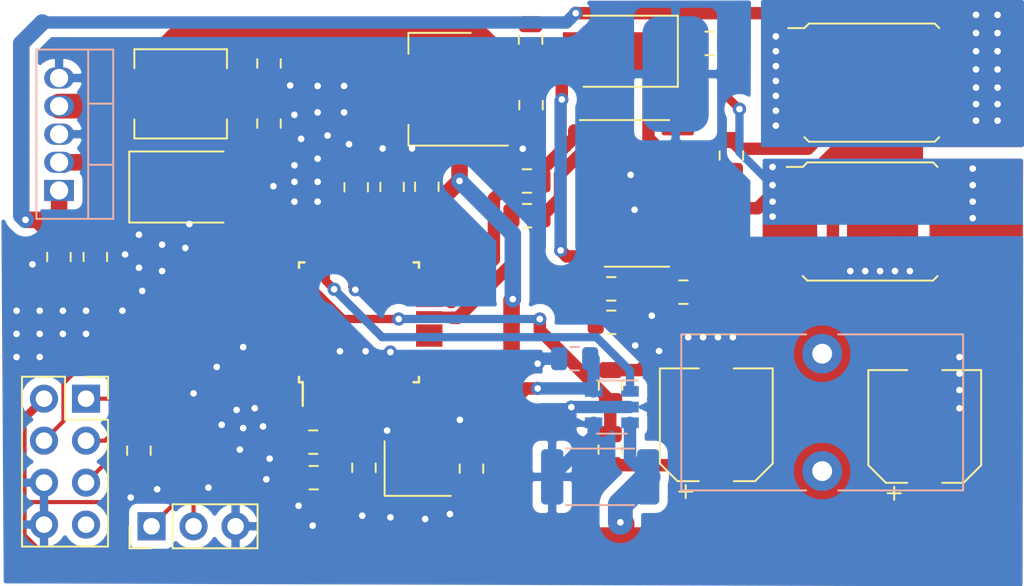
<source format=kicad_pcb>
(kicad_pcb (version 20171130) (host pcbnew "(5.1.6)-1")

  (general
    (thickness 1.6)
    (drawings 0)
    (tracks 394)
    (zones 0)
    (modules 45)
    (nets 48)
  )

  (page A4)
  (layers
    (0 F.Cu signal)
    (31 B.Cu signal)
    (32 B.Adhes user)
    (33 F.Adhes user)
    (34 B.Paste user)
    (35 F.Paste user)
    (36 B.SilkS user)
    (37 F.SilkS user)
    (38 B.Mask user)
    (39 F.Mask user)
    (40 Dwgs.User user)
    (41 Cmts.User user)
    (42 Eco1.User user)
    (43 Eco2.User user)
    (44 Edge.Cuts user)
    (45 Margin user)
    (46 B.CrtYd user)
    (47 F.CrtYd user)
    (48 B.Fab user)
    (49 F.Fab user hide)
  )

  (setup
    (last_trace_width 0.25)
    (user_trace_width 0.5)
    (user_trace_width 0.75)
    (user_trace_width 1)
    (user_trace_width 1.5)
    (user_trace_width 2)
    (user_trace_width 4)
    (trace_clearance 0.2)
    (zone_clearance 0.508)
    (zone_45_only no)
    (trace_min 0.2)
    (via_size 0.8)
    (via_drill 0.4)
    (via_min_size 0.4)
    (via_min_drill 0.3)
    (uvia_size 0.3)
    (uvia_drill 0.1)
    (uvias_allowed no)
    (uvia_min_size 0.2)
    (uvia_min_drill 0.1)
    (edge_width 0.05)
    (segment_width 0.2)
    (pcb_text_width 0.3)
    (pcb_text_size 1.5 1.5)
    (mod_edge_width 0.12)
    (mod_text_size 1 1)
    (mod_text_width 0.15)
    (pad_size 7 4)
    (pad_drill 0)
    (pad_to_mask_clearance 0.05)
    (aux_axis_origin 0 0)
    (visible_elements 7FFFFFFF)
    (pcbplotparams
      (layerselection 0x010fc_ffffffff)
      (usegerberextensions false)
      (usegerberattributes true)
      (usegerberadvancedattributes true)
      (creategerberjobfile true)
      (excludeedgelayer true)
      (linewidth 0.100000)
      (plotframeref false)
      (viasonmask false)
      (mode 1)
      (useauxorigin false)
      (hpglpennumber 1)
      (hpglpenspeed 20)
      (hpglpendiameter 15.000000)
      (psnegative false)
      (psa4output false)
      (plotreference true)
      (plotvalue true)
      (plotinvisibletext false)
      (padsonsilk false)
      (subtractmaskfromsilk false)
      (outputformat 1)
      (mirror false)
      (drillshape 1)
      (scaleselection 1)
      (outputdirectory ""))
  )

  (net 0 "")
  (net 1 GND)
  (net 2 XTAL1)
  (net 3 XTAL2)
  (net 4 +5V)
  (net 5 V_ref)
  (net 6 +36V)
  (net 7 +12V)
  (net 8 "Net-(C13-Pad2)")
  (net 9 "Net-(C13-Pad1)")
  (net 10 "Net-(C14-Pad1)")
  (net 11 "Net-(D1-Pad1)")
  (net 12 RESET)
  (net 13 "Net-(R2-Pad2)")
  (net 14 "Net-(R3-Pad2)")
  (net 15 V_sense)
  (net 16 SCK)
  (net 17 MISO)
  (net 18 MOSI)
  (net 19 "Net-(U1-Pad12)")
  (net 20 "Net-(U1-Pad25)")
  (net 21 "Net-(U1-Pad11)")
  (net 22 I_sense)
  (net 23 "Net-(U1-Pad19)")
  (net 24 "Net-(U1-Pad17)")
  (net 25 pwmL)
  (net 26 "Net-(U1-Pad2)")
  (net 27 pwmH)
  (net 28 "Net-(U4-Pad14)")
  (net 29 "Net-(U4-Pad10)")
  (net 30 "Net-(U4-Pad9)")
  (net 31 "Net-(U4-Pad8)")
  (net 32 EN)
  (net 33 "Net-(U1-Pad32)")
  (net 34 "Net-(U1-Pad22)")
  (net 35 "Net-(U1-Pad16)")
  (net 36 "Net-(U1-Pad15)")
  (net 37 "Net-(U1-Pad10)")
  (net 38 "Net-(U1-Pad9)")
  (net 39 "Net-(U1-Pad1)")
  (net 40 "Net-(J2-Pad7)")
  (net 41 "Net-(R9-Pad1)")
  (net 42 "Net-(R10-Pad2)")
  (net 43 "Net-(J3-Pad1)")
  (net 44 TX)
  (net 45 RX)
  (net 46 "Net-(Q1-Pad2)")
  (net 47 "Net-(Q2-Pad2)")

  (net_class Default "This is the default net class."
    (clearance 0.2)
    (trace_width 0.25)
    (via_dia 0.8)
    (via_drill 0.4)
    (uvia_dia 0.3)
    (uvia_drill 0.1)
    (add_net +12V)
    (add_net +36V)
    (add_net +5V)
    (add_net EN)
    (add_net GND)
    (add_net I_sense)
    (add_net MISO)
    (add_net MOSI)
    (add_net "Net-(C13-Pad1)")
    (add_net "Net-(C13-Pad2)")
    (add_net "Net-(C14-Pad1)")
    (add_net "Net-(D1-Pad1)")
    (add_net "Net-(J2-Pad7)")
    (add_net "Net-(J3-Pad1)")
    (add_net "Net-(Q1-Pad2)")
    (add_net "Net-(Q2-Pad2)")
    (add_net "Net-(R10-Pad2)")
    (add_net "Net-(R2-Pad2)")
    (add_net "Net-(R3-Pad2)")
    (add_net "Net-(R9-Pad1)")
    (add_net "Net-(U1-Pad1)")
    (add_net "Net-(U1-Pad10)")
    (add_net "Net-(U1-Pad11)")
    (add_net "Net-(U1-Pad12)")
    (add_net "Net-(U1-Pad15)")
    (add_net "Net-(U1-Pad16)")
    (add_net "Net-(U1-Pad17)")
    (add_net "Net-(U1-Pad19)")
    (add_net "Net-(U1-Pad2)")
    (add_net "Net-(U1-Pad22)")
    (add_net "Net-(U1-Pad25)")
    (add_net "Net-(U1-Pad32)")
    (add_net "Net-(U1-Pad9)")
    (add_net "Net-(U4-Pad10)")
    (add_net "Net-(U4-Pad14)")
    (add_net "Net-(U4-Pad8)")
    (add_net "Net-(U4-Pad9)")
    (add_net RESET)
    (add_net RX)
    (add_net SCK)
    (add_net TX)
    (add_net V_ref)
    (add_net V_sense)
    (add_net XTAL1)
    (add_net XTAL2)
    (add_net pwmH)
    (add_net pwmL)
  )

  (module Package_DirectFET:DirectFET_L8 (layer F.Cu) (tedit 5D75689B) (tstamp 604DD83F)
    (at 79.1 64.6)
    (descr "DirectFET L8 https://www.infineon.com/dgdl/Infineon-AN-1035-ApplicationNotes-v29_01-EN.pdf?fileId=5546d462533600a40153559159020f76#page=43")
    (tags "DirectFET L8 MOSFET Infineon")
    (path /6051DB2A)
    (attr smd)
    (fp_text reference Q1 (at 0 -4.5) (layer F.Fab)
      (effects (font (size 1 1) (thickness 0.15)))
    )
    (fp_text value IRF7769L1 (at 0 4.5) (layer F.Fab)
      (effects (font (size 1 1) (thickness 0.15)))
    )
    (fp_line (start -4.075 3.3) (end -3.8 3.575) (layer F.SilkS) (width 0.12))
    (fp_line (start 4.075 3.3) (end 3.8 3.575) (layer F.SilkS) (width 0.12))
    (fp_line (start 3.8 3.575) (end -3.8 3.575) (layer F.SilkS) (width 0.12))
    (fp_line (start -4.075 -3.3) (end -3.8 -3.575) (layer F.SilkS) (width 0.12))
    (fp_line (start 4.075 -3.3) (end 3.8 -3.575) (layer F.SilkS) (width 0.12))
    (fp_line (start 4.2 3.3) (end 5.3 3.3) (layer F.CrtYd) (width 0.05))
    (fp_line (start 4.2 3.3) (end 4.2 3.42) (layer F.CrtYd) (width 0.05))
    (fp_line (start 4.2 3.42) (end 3.89 3.73) (layer F.CrtYd) (width 0.05))
    (fp_line (start 4.2 -3.3) (end 5.3 -3.3) (layer F.CrtYd) (width 0.05))
    (fp_line (start -4.2 3.3) (end -4.2 3.42) (layer F.CrtYd) (width 0.05))
    (fp_line (start -4.2 3.42) (end -3.89 3.73) (layer F.CrtYd) (width 0.05))
    (fp_line (start -4.2 3.3) (end -5.3 3.3) (layer F.CrtYd) (width 0.05))
    (fp_line (start -4.2 -3.3) (end -4.2 -3.42) (layer F.CrtYd) (width 0.05))
    (fp_line (start -4.2 -3.42) (end -3.89 -3.73) (layer F.CrtYd) (width 0.05))
    (fp_line (start 3.95 -3.3) (end 3.775 -3.475) (layer F.Fab) (width 0.1))
    (fp_line (start -3.95 3.3) (end -3.775 3.475) (layer F.Fab) (width 0.1))
    (fp_line (start 3.95 3.3) (end 3.775 3.475) (layer F.Fab) (width 0.1))
    (fp_line (start 3.95 2.975) (end 3.95 3.3) (layer F.Fab) (width 0.1))
    (fp_line (start -3.95 2.975) (end -3.95 3.3) (layer F.Fab) (width 0.1))
    (fp_line (start 4.2 -3.42) (end 3.89 -3.73) (layer F.CrtYd) (width 0.05))
    (fp_line (start 3.95 -2.975) (end 3.95 -3.3) (layer F.Fab) (width 0.1))
    (fp_line (start -5.3 -3.3) (end -5.3 3.3) (layer F.CrtYd) (width 0.05))
    (fp_line (start 3.89 -3.73) (end -3.89 -3.73) (layer F.CrtYd) (width 0.05))
    (fp_line (start 3.89 3.73) (end -3.89 3.73) (layer F.CrtYd) (width 0.05))
    (fp_line (start 3.8 -3.575) (end -3.8 -3.575) (layer F.SilkS) (width 0.12))
    (fp_line (start 3.775 3.475) (end -3.775 3.475) (layer F.Fab) (width 0.1))
    (fp_line (start -4.55 2.975) (end -3.95 2.975) (layer F.Fab) (width 0.1))
    (fp_line (start 4.55 2.975) (end 3.95 2.975) (layer F.Fab) (width 0.1))
    (fp_line (start -4.55 -2.975) (end -3.95 -2.975) (layer F.Fab) (width 0.1))
    (fp_line (start -4.55 -2.975) (end -4.55 2.975) (layer F.Fab) (width 0.1))
    (fp_line (start 4.55 -2.975) (end 4.55 2.975) (layer F.Fab) (width 0.1))
    (fp_line (start 4.55 -2.975) (end 3.95 -2.975) (layer F.Fab) (width 0.1))
    (fp_line (start 3.775 -3.475) (end -3.775 -3.475) (layer F.Fab) (width 0.1))
    (fp_line (start -4.2 -3.3) (end -5.3 -3.3) (layer F.CrtYd) (width 0.05))
    (fp_line (start 5.3 -3.3) (end 5.3 3.3) (layer F.CrtYd) (width 0.05))
    (fp_line (start -3.95 -2.975) (end -3.95 -3.3) (layer F.Fab) (width 0.1))
    (fp_line (start -3.95 -3.3) (end -3.775 -3.475) (layer F.Fab) (width 0.1))
    (fp_line (start -5.05 -3.3) (end -4.075 -3.3) (layer F.SilkS) (width 0.12))
    (fp_line (start 4.2 -3.3) (end 4.2 -3.42) (layer F.CrtYd) (width 0.05))
    (fp_text user %R (at 0 0) (layer F.Fab)
      (effects (font (size 1 1) (thickness 0.15)))
    )
    (pad 1 smd rect (at 4.5 -2.2) (size 1.1 1.7) (layers F.Cu F.Paste F.Mask)
      (net 6 +36V))
    (pad 1 smd rect (at 4.5 2.2) (size 1.1 1.7) (layers F.Cu F.Paste F.Mask)
      (net 6 +36V))
    (pad 1 smd rect (at 4.5 0) (size 1.1 1.7) (layers F.Cu F.Paste F.Mask)
      (net 6 +36V))
    (pad 1 smd rect (at -4.5 2.2) (size 1.1 1.7) (layers F.Cu F.Paste F.Mask)
      (net 6 +36V))
    (pad 1 smd rect (at -4.5 -2.2) (size 1.1 1.7) (layers F.Cu F.Paste F.Mask)
      (net 6 +36V))
    (pad 1 smd rect (at -4.5 0) (size 1.1 1.7) (layers F.Cu F.Paste F.Mask)
      (net 6 +36V))
    (pad 3 smd rect (at 1.95 1.725) (size 1.1 0.85) (layers F.Cu F.Paste F.Mask)
      (net 8 "Net-(C13-Pad2)"))
    (pad 3 smd rect (at -0.85 1.725) (size 1.1 0.85) (layers F.Cu F.Paste F.Mask)
      (net 8 "Net-(C13-Pad2)"))
    (pad 3 smd rect (at 1.95 -1.725) (size 1.1 0.85) (layers F.Cu F.Paste F.Mask)
      (net 8 "Net-(C13-Pad2)"))
    (pad 3 smd rect (at -0.85 -1.725) (size 1.1 0.85) (layers F.Cu F.Paste F.Mask)
      (net 8 "Net-(C13-Pad2)"))
    (pad 3 smd rect (at 1.95 -0.575) (size 1.1 0.85) (layers F.Cu F.Paste F.Mask)
      (net 8 "Net-(C13-Pad2)"))
    (pad 3 smd rect (at 1.95 0.575) (size 1.1 0.85) (layers F.Cu F.Paste F.Mask)
      (net 8 "Net-(C13-Pad2)"))
    (pad 3 smd rect (at -0.85 0.575) (size 1.1 0.85) (layers F.Cu F.Paste F.Mask)
      (net 8 "Net-(C13-Pad2)"))
    (pad 3 smd rect (at -0.85 -0.575) (size 1.1 0.85) (layers F.Cu F.Paste F.Mask)
      (net 8 "Net-(C13-Pad2)"))
    (pad 2 smd rect (at -2.25 0) (size 0.7 1.3) (layers F.Cu F.Paste F.Mask)
      (net 46 "Net-(Q1-Pad2)"))
    (model ${KISYS3DMOD}/Package_DirectFET.3dshapes/DirectFET_L8.wrl
      (at (xyz 0 0 0))
      (scale (xyz 1 1 1))
      (rotate (xyz 0 0 0))
    )
  )

  (module Package_DirectFET:DirectFET_L8 (layer F.Cu) (tedit 5D75689B) (tstamp 604DDE5B)
    (at 79 73)
    (descr "DirectFET L8 https://www.infineon.com/dgdl/Infineon-AN-1035-ApplicationNotes-v29_01-EN.pdf?fileId=5546d462533600a40153559159020f76#page=43")
    (tags "DirectFET L8 MOSFET Infineon")
    (path /605286D4)
    (attr smd)
    (fp_text reference Q2 (at 0 -4.5) (layer F.Fab)
      (effects (font (size 1 1) (thickness 0.15)))
    )
    (fp_text value IRF7769L1 (at 0 4.5) (layer F.Fab)
      (effects (font (size 1 1) (thickness 0.15)))
    )
    (fp_line (start -4.075 3.3) (end -3.8 3.575) (layer F.SilkS) (width 0.12))
    (fp_line (start 4.075 3.3) (end 3.8 3.575) (layer F.SilkS) (width 0.12))
    (fp_line (start 3.8 3.575) (end -3.8 3.575) (layer F.SilkS) (width 0.12))
    (fp_line (start -4.075 -3.3) (end -3.8 -3.575) (layer F.SilkS) (width 0.12))
    (fp_line (start 4.075 -3.3) (end 3.8 -3.575) (layer F.SilkS) (width 0.12))
    (fp_line (start 4.2 3.3) (end 5.3 3.3) (layer F.CrtYd) (width 0.05))
    (fp_line (start 4.2 3.3) (end 4.2 3.42) (layer F.CrtYd) (width 0.05))
    (fp_line (start 4.2 3.42) (end 3.89 3.73) (layer F.CrtYd) (width 0.05))
    (fp_line (start 4.2 -3.3) (end 5.3 -3.3) (layer F.CrtYd) (width 0.05))
    (fp_line (start -4.2 3.3) (end -4.2 3.42) (layer F.CrtYd) (width 0.05))
    (fp_line (start -4.2 3.42) (end -3.89 3.73) (layer F.CrtYd) (width 0.05))
    (fp_line (start -4.2 3.3) (end -5.3 3.3) (layer F.CrtYd) (width 0.05))
    (fp_line (start -4.2 -3.3) (end -4.2 -3.42) (layer F.CrtYd) (width 0.05))
    (fp_line (start -4.2 -3.42) (end -3.89 -3.73) (layer F.CrtYd) (width 0.05))
    (fp_line (start 3.95 -3.3) (end 3.775 -3.475) (layer F.Fab) (width 0.1))
    (fp_line (start -3.95 3.3) (end -3.775 3.475) (layer F.Fab) (width 0.1))
    (fp_line (start 3.95 3.3) (end 3.775 3.475) (layer F.Fab) (width 0.1))
    (fp_line (start 3.95 2.975) (end 3.95 3.3) (layer F.Fab) (width 0.1))
    (fp_line (start -3.95 2.975) (end -3.95 3.3) (layer F.Fab) (width 0.1))
    (fp_line (start 4.2 -3.42) (end 3.89 -3.73) (layer F.CrtYd) (width 0.05))
    (fp_line (start 3.95 -2.975) (end 3.95 -3.3) (layer F.Fab) (width 0.1))
    (fp_line (start -5.3 -3.3) (end -5.3 3.3) (layer F.CrtYd) (width 0.05))
    (fp_line (start 3.89 -3.73) (end -3.89 -3.73) (layer F.CrtYd) (width 0.05))
    (fp_line (start 3.89 3.73) (end -3.89 3.73) (layer F.CrtYd) (width 0.05))
    (fp_line (start 3.8 -3.575) (end -3.8 -3.575) (layer F.SilkS) (width 0.12))
    (fp_line (start 3.775 3.475) (end -3.775 3.475) (layer F.Fab) (width 0.1))
    (fp_line (start -4.55 2.975) (end -3.95 2.975) (layer F.Fab) (width 0.1))
    (fp_line (start 4.55 2.975) (end 3.95 2.975) (layer F.Fab) (width 0.1))
    (fp_line (start -4.55 -2.975) (end -3.95 -2.975) (layer F.Fab) (width 0.1))
    (fp_line (start -4.55 -2.975) (end -4.55 2.975) (layer F.Fab) (width 0.1))
    (fp_line (start 4.55 -2.975) (end 4.55 2.975) (layer F.Fab) (width 0.1))
    (fp_line (start 4.55 -2.975) (end 3.95 -2.975) (layer F.Fab) (width 0.1))
    (fp_line (start 3.775 -3.475) (end -3.775 -3.475) (layer F.Fab) (width 0.1))
    (fp_line (start -4.2 -3.3) (end -5.3 -3.3) (layer F.CrtYd) (width 0.05))
    (fp_line (start 5.3 -3.3) (end 5.3 3.3) (layer F.CrtYd) (width 0.05))
    (fp_line (start -3.95 -2.975) (end -3.95 -3.3) (layer F.Fab) (width 0.1))
    (fp_line (start -3.95 -3.3) (end -3.775 -3.475) (layer F.Fab) (width 0.1))
    (fp_line (start -5.05 -3.3) (end -4.075 -3.3) (layer F.SilkS) (width 0.12))
    (fp_line (start 4.2 -3.3) (end 4.2 -3.42) (layer F.CrtYd) (width 0.05))
    (fp_text user %R (at 0 0) (layer F.Fab)
      (effects (font (size 1 1) (thickness 0.15)))
    )
    (pad 1 smd rect (at 4.5 -2.2) (size 1.1 1.7) (layers F.Cu F.Paste F.Mask)
      (net 8 "Net-(C13-Pad2)"))
    (pad 1 smd rect (at 4.5 2.2) (size 1.1 1.7) (layers F.Cu F.Paste F.Mask)
      (net 8 "Net-(C13-Pad2)"))
    (pad 1 smd rect (at 4.5 0) (size 1.1 1.7) (layers F.Cu F.Paste F.Mask)
      (net 8 "Net-(C13-Pad2)"))
    (pad 1 smd rect (at -4.5 2.2) (size 1.1 1.7) (layers F.Cu F.Paste F.Mask)
      (net 8 "Net-(C13-Pad2)"))
    (pad 1 smd rect (at -4.5 -2.2) (size 1.1 1.7) (layers F.Cu F.Paste F.Mask)
      (net 8 "Net-(C13-Pad2)"))
    (pad 1 smd rect (at -4.5 0) (size 1.1 1.7) (layers F.Cu F.Paste F.Mask)
      (net 8 "Net-(C13-Pad2)"))
    (pad 3 smd rect (at 1.95 1.725) (size 1.1 0.85) (layers F.Cu F.Paste F.Mask)
      (net 1 GND))
    (pad 3 smd rect (at -0.85 1.725) (size 1.1 0.85) (layers F.Cu F.Paste F.Mask)
      (net 1 GND))
    (pad 3 smd rect (at 1.95 -1.725) (size 1.1 0.85) (layers F.Cu F.Paste F.Mask)
      (net 1 GND))
    (pad 3 smd rect (at -0.85 -1.725) (size 1.1 0.85) (layers F.Cu F.Paste F.Mask)
      (net 1 GND))
    (pad 3 smd rect (at 1.95 -0.575) (size 1.1 0.85) (layers F.Cu F.Paste F.Mask)
      (net 1 GND))
    (pad 3 smd rect (at 1.95 0.575) (size 1.1 0.85) (layers F.Cu F.Paste F.Mask)
      (net 1 GND))
    (pad 3 smd rect (at -0.85 0.575) (size 1.1 0.85) (layers F.Cu F.Paste F.Mask)
      (net 1 GND))
    (pad 3 smd rect (at -0.85 -0.575) (size 1.1 0.85) (layers F.Cu F.Paste F.Mask)
      (net 1 GND))
    (pad 2 smd rect (at -2.25 0) (size 0.7 1.3) (layers F.Cu F.Paste F.Mask)
      (net 47 "Net-(Q2-Pad2)"))
    (model ${KISYS3DMOD}/Package_DirectFET.3dshapes/DirectFET_L8.wrl
      (at (xyz 0 0 0))
      (scale (xyz 1 1 1))
      (rotate (xyz 0 0 0))
    )
  )

  (module Package_QFP:TQFP-32_7x7mm_P0.8mm (layer F.Cu) (tedit 5A02F146) (tstamp 604B2A20)
    (at 48.1 79.1 90)
    (descr "32-Lead Plastic Thin Quad Flatpack (PT) - 7x7x1.0 mm Body, 2.00 mm [TQFP] (see Microchip Packaging Specification 00000049BS.pdf)")
    (tags "QFP 0.8")
    (path /6055B8C6)
    (attr smd)
    (fp_text reference U1 (at 0 -6.05 90) (layer F.Fab)
      (effects (font (size 1 1) (thickness 0.15)))
    )
    (fp_text value ATmega328-AU (at 0 6.05 90) (layer F.Fab)
      (effects (font (size 1 1) (thickness 0.15)))
    )
    (fp_line (start -3.625 -3.4) (end -5.05 -3.4) (layer F.SilkS) (width 0.15))
    (fp_line (start 3.625 -3.625) (end 3.3 -3.625) (layer F.SilkS) (width 0.15))
    (fp_line (start 3.625 3.625) (end 3.3 3.625) (layer F.SilkS) (width 0.15))
    (fp_line (start -3.625 3.625) (end -3.3 3.625) (layer F.SilkS) (width 0.15))
    (fp_line (start -3.625 -3.625) (end -3.3 -3.625) (layer F.SilkS) (width 0.15))
    (fp_line (start -3.625 3.625) (end -3.625 3.3) (layer F.SilkS) (width 0.15))
    (fp_line (start 3.625 3.625) (end 3.625 3.3) (layer F.SilkS) (width 0.15))
    (fp_line (start 3.625 -3.625) (end 3.625 -3.3) (layer F.SilkS) (width 0.15))
    (fp_line (start -3.625 -3.625) (end -3.625 -3.4) (layer F.SilkS) (width 0.15))
    (fp_line (start -5.3 5.3) (end 5.3 5.3) (layer F.CrtYd) (width 0.05))
    (fp_line (start -5.3 -5.3) (end 5.3 -5.3) (layer F.CrtYd) (width 0.05))
    (fp_line (start 5.3 -5.3) (end 5.3 5.3) (layer F.CrtYd) (width 0.05))
    (fp_line (start -5.3 -5.3) (end -5.3 5.3) (layer F.CrtYd) (width 0.05))
    (fp_line (start -3.5 -2.5) (end -2.5 -3.5) (layer F.Fab) (width 0.15))
    (fp_line (start -3.5 3.5) (end -3.5 -2.5) (layer F.Fab) (width 0.15))
    (fp_line (start 3.5 3.5) (end -3.5 3.5) (layer F.Fab) (width 0.15))
    (fp_line (start 3.5 -3.5) (end 3.5 3.5) (layer F.Fab) (width 0.15))
    (fp_line (start -2.5 -3.5) (end 3.5 -3.5) (layer F.Fab) (width 0.15))
    (fp_text user %R (at 0 0 90) (layer F.Fab)
      (effects (font (size 1 1) (thickness 0.15)))
    )
    (pad 32 smd rect (at -2.8 -4.25 180) (size 1.6 0.55) (layers F.Cu F.Paste F.Mask)
      (net 33 "Net-(U1-Pad32)"))
    (pad 31 smd rect (at -2 -4.25 180) (size 1.6 0.55) (layers F.Cu F.Paste F.Mask)
      (net 44 TX))
    (pad 30 smd rect (at -1.2 -4.25 180) (size 1.6 0.55) (layers F.Cu F.Paste F.Mask)
      (net 45 RX))
    (pad 29 smd rect (at -0.4 -4.25 180) (size 1.6 0.55) (layers F.Cu F.Paste F.Mask)
      (net 12 RESET))
    (pad 28 smd rect (at 0.4 -4.25 180) (size 1.6 0.55) (layers F.Cu F.Paste F.Mask)
      (net 16 SCK))
    (pad 27 smd rect (at 1.2 -4.25 180) (size 1.6 0.55) (layers F.Cu F.Paste F.Mask)
      (net 17 MISO))
    (pad 26 smd rect (at 2 -4.25 180) (size 1.6 0.55) (layers F.Cu F.Paste F.Mask)
      (net 18 MOSI))
    (pad 25 smd rect (at 2.8 -4.25 180) (size 1.6 0.55) (layers F.Cu F.Paste F.Mask)
      (net 20 "Net-(U1-Pad25)"))
    (pad 24 smd rect (at 4.25 -2.8 90) (size 1.6 0.55) (layers F.Cu F.Paste F.Mask)
      (net 15 V_sense))
    (pad 23 smd rect (at 4.25 -2 90) (size 1.6 0.55) (layers F.Cu F.Paste F.Mask)
      (net 22 I_sense))
    (pad 22 smd rect (at 4.25 -1.2 90) (size 1.6 0.55) (layers F.Cu F.Paste F.Mask)
      (net 34 "Net-(U1-Pad22)"))
    (pad 21 smd rect (at 4.25 -0.4 90) (size 1.6 0.55) (layers F.Cu F.Paste F.Mask)
      (net 1 GND))
    (pad 20 smd rect (at 4.25 0.4 90) (size 1.6 0.55) (layers F.Cu F.Paste F.Mask)
      (net 5 V_ref))
    (pad 19 smd rect (at 4.25 1.2 90) (size 1.6 0.55) (layers F.Cu F.Paste F.Mask)
      (net 23 "Net-(U1-Pad19)"))
    (pad 18 smd rect (at 4.25 2 90) (size 1.6 0.55) (layers F.Cu F.Paste F.Mask)
      (net 4 +5V))
    (pad 17 smd rect (at 4.25 2.8 90) (size 1.6 0.55) (layers F.Cu F.Paste F.Mask)
      (net 24 "Net-(U1-Pad17)"))
    (pad 16 smd rect (at 2.8 4.25 180) (size 1.6 0.55) (layers F.Cu F.Paste F.Mask)
      (net 35 "Net-(U1-Pad16)"))
    (pad 15 smd rect (at 2 4.25 180) (size 1.6 0.55) (layers F.Cu F.Paste F.Mask)
      (net 36 "Net-(U1-Pad15)"))
    (pad 14 smd rect (at 1.2 4.25 180) (size 1.6 0.55) (layers F.Cu F.Paste F.Mask)
      (net 27 pwmH))
    (pad 13 smd rect (at 0.4 4.25 180) (size 1.6 0.55) (layers F.Cu F.Paste F.Mask)
      (net 25 pwmL))
    (pad 12 smd rect (at -0.4 4.25 180) (size 1.6 0.55) (layers F.Cu F.Paste F.Mask)
      (net 19 "Net-(U1-Pad12)"))
    (pad 11 smd rect (at -1.2 4.25 180) (size 1.6 0.55) (layers F.Cu F.Paste F.Mask)
      (net 21 "Net-(U1-Pad11)"))
    (pad 10 smd rect (at -2 4.25 180) (size 1.6 0.55) (layers F.Cu F.Paste F.Mask)
      (net 37 "Net-(U1-Pad10)"))
    (pad 9 smd rect (at -2.8 4.25 180) (size 1.6 0.55) (layers F.Cu F.Paste F.Mask)
      (net 38 "Net-(U1-Pad9)"))
    (pad 8 smd rect (at -4.25 2.8 90) (size 1.6 0.55) (layers F.Cu F.Paste F.Mask)
      (net 3 XTAL2))
    (pad 7 smd rect (at -4.25 2 90) (size 1.6 0.55) (layers F.Cu F.Paste F.Mask)
      (net 2 XTAL1))
    (pad 6 smd rect (at -4.25 1.2 90) (size 1.6 0.55) (layers F.Cu F.Paste F.Mask)
      (net 4 +5V))
    (pad 5 smd rect (at -4.25 0.4 90) (size 1.6 0.55) (layers F.Cu F.Paste F.Mask)
      (net 1 GND))
    (pad 4 smd rect (at -4.25 -0.4 90) (size 1.6 0.55) (layers F.Cu F.Paste F.Mask)
      (net 4 +5V))
    (pad 3 smd rect (at -4.25 -1.2 90) (size 1.6 0.55) (layers F.Cu F.Paste F.Mask)
      (net 1 GND))
    (pad 2 smd rect (at -4.25 -2 90) (size 1.6 0.55) (layers F.Cu F.Paste F.Mask)
      (net 26 "Net-(U1-Pad2)"))
    (pad 1 smd rect (at -4.25 -2.8 90) (size 1.6 0.55) (layers F.Cu F.Paste F.Mask)
      (net 39 "Net-(U1-Pad1)"))
    (model ${KISYS3DMOD}/Package_QFP.3dshapes/TQFP-32_7x7mm_P0.8mm.wrl
      (at (xyz 0 0 0))
      (scale (xyz 1 1 1))
      (rotate (xyz 0 0 0))
    )
  )

  (module Capacitor_SMD:C_0805_2012Metric (layer B.Cu) (tedit 5B36C52B) (tstamp 604EAD31)
    (at 61.1375 81.3 180)
    (descr "Capacitor SMD 0805 (2012 Metric), square (rectangular) end terminal, IPC_7351 nominal, (Body size source: https://docs.google.com/spreadsheets/d/1BsfQQcO9C6DZCsRaXUlFlo91Tg2WpOkGARC1WS5S8t0/edit?usp=sharing), generated with kicad-footprint-generator")
    (tags capacitor)
    (path /6053059F)
    (attr smd)
    (fp_text reference C20 (at 0 1.65 90) (layer F.Fab)
      (effects (font (size 1 1) (thickness 0.15)) (justify mirror))
    )
    (fp_text value 100n (at 0 -1.65) (layer F.Fab)
      (effects (font (size 1 1) (thickness 0.15)) (justify mirror))
    )
    (fp_line (start -1 -0.6) (end -1 0.6) (layer B.Fab) (width 0.1))
    (fp_line (start -1 0.6) (end 1 0.6) (layer B.Fab) (width 0.1))
    (fp_line (start 1 0.6) (end 1 -0.6) (layer B.Fab) (width 0.1))
    (fp_line (start 1 -0.6) (end -1 -0.6) (layer B.Fab) (width 0.1))
    (fp_line (start -0.258578 0.71) (end 0.258578 0.71) (layer B.SilkS) (width 0.12))
    (fp_line (start -0.258578 -0.71) (end 0.258578 -0.71) (layer B.SilkS) (width 0.12))
    (fp_line (start -1.68 -0.95) (end -1.68 0.95) (layer B.CrtYd) (width 0.05))
    (fp_line (start -1.68 0.95) (end 1.68 0.95) (layer B.CrtYd) (width 0.05))
    (fp_line (start 1.68 0.95) (end 1.68 -0.95) (layer B.CrtYd) (width 0.05))
    (fp_line (start 1.68 -0.95) (end -1.68 -0.95) (layer B.CrtYd) (width 0.05))
    (fp_text user %R (at 0 0) (layer F.Fab)
      (effects (font (size 0.5 0.5) (thickness 0.08)) (justify mirror))
    )
    (pad 2 smd roundrect (at 0.9375 0 180) (size 0.975 1.4) (layers B.Cu B.Paste B.Mask) (roundrect_rratio 0.25)
      (net 1 GND))
    (pad 1 smd roundrect (at -0.9375 0 180) (size 0.975 1.4) (layers B.Cu B.Paste B.Mask) (roundrect_rratio 0.25)
      (net 4 +5V))
    (model ${KISYS3DMOD}/Capacitor_SMD.3dshapes/C_0805_2012Metric.wrl
      (at (xyz 0 0 0))
      (scale (xyz 1 1 1))
      (rotate (xyz 0 0 0))
    )
  )

  (module Resistor_SMD:R_0805_2012Metric (layer F.Cu) (tedit 5B36C52B) (tstamp 604AAAFD)
    (at 34.798 86.868 270)
    (descr "Resistor SMD 0805 (2012 Metric), square (rectangular) end terminal, IPC_7351 nominal, (Body size source: https://docs.google.com/spreadsheets/d/1BsfQQcO9C6DZCsRaXUlFlo91Tg2WpOkGARC1WS5S8t0/edit?usp=sharing), generated with kicad-footprint-generator")
    (tags resistor)
    (path /6062FC19)
    (attr smd)
    (fp_text reference R1 (at 0 -1.65 90) (layer F.Fab)
      (effects (font (size 1 1) (thickness 0.15)))
    )
    (fp_text value 10K (at 0 1.65 90) (layer F.Fab)
      (effects (font (size 1 1) (thickness 0.15)))
    )
    (fp_line (start -1 0.6) (end -1 -0.6) (layer F.Fab) (width 0.1))
    (fp_line (start -1 -0.6) (end 1 -0.6) (layer F.Fab) (width 0.1))
    (fp_line (start 1 -0.6) (end 1 0.6) (layer F.Fab) (width 0.1))
    (fp_line (start 1 0.6) (end -1 0.6) (layer F.Fab) (width 0.1))
    (fp_line (start -0.258578 -0.71) (end 0.258578 -0.71) (layer F.SilkS) (width 0.12))
    (fp_line (start -0.258578 0.71) (end 0.258578 0.71) (layer F.SilkS) (width 0.12))
    (fp_line (start -1.68 0.95) (end -1.68 -0.95) (layer F.CrtYd) (width 0.05))
    (fp_line (start -1.68 -0.95) (end 1.68 -0.95) (layer F.CrtYd) (width 0.05))
    (fp_line (start 1.68 -0.95) (end 1.68 0.95) (layer F.CrtYd) (width 0.05))
    (fp_line (start 1.68 0.95) (end -1.68 0.95) (layer F.CrtYd) (width 0.05))
    (fp_text user %R (at 0 0 90) (layer F.Fab)
      (effects (font (size 0.5 0.5) (thickness 0.08)))
    )
    (pad 2 smd roundrect (at 0.9375 0 270) (size 0.975 1.4) (layers F.Cu F.Paste F.Mask) (roundrect_rratio 0.25)
      (net 4 +5V))
    (pad 1 smd roundrect (at -0.9375 0 270) (size 0.975 1.4) (layers F.Cu F.Paste F.Mask) (roundrect_rratio 0.25)
      (net 12 RESET))
    (model ${KISYS3DMOD}/Resistor_SMD.3dshapes/R_0805_2012Metric.wrl
      (at (xyz 0 0 0))
      (scale (xyz 1 1 1))
      (rotate (xyz 0 0 0))
    )
  )

  (module Connector_Wire:SolderWirePad_1x01_SMD_1x2mm (layer B.Cu) (tedit 604CF470) (tstamp 604BEDDB)
    (at 67.24 64.08 270)
    (descr "Wire Pad, Square, SMD Pad,  5mm x 10mm,")
    (tags "MesurementPoint Square SMDPad 5mmx10mm ")
    (path /60799257)
    (attr virtual)
    (fp_text reference J6 (at 0 2.54 270) (layer F.Fab)
      (effects (font (size 1 1) (thickness 0.15)) (justify mirror))
    )
    (fp_text value -ve_out (at 0 -2.54 270) (layer F.Fab)
      (effects (font (size 1 1) (thickness 0.15)) (justify mirror))
    )
    (fp_line (start -0.63 -1.27) (end -0.63 1.27) (layer B.Fab) (width 0.1))
    (fp_line (start 0.63 -1.27) (end -0.63 -1.27) (layer B.Fab) (width 0.1))
    (fp_line (start 0.63 1.27) (end 0.63 -1.27) (layer B.Fab) (width 0.1))
    (fp_line (start -0.63 1.27) (end 0.63 1.27) (layer B.Fab) (width 0.1))
    (fp_line (start -0.63 1.27) (end -0.63 -1.27) (layer B.CrtYd) (width 0.05))
    (fp_line (start -0.63 -1.27) (end 0.63 -1.27) (layer B.CrtYd) (width 0.05))
    (fp_line (start 0.63 -1.27) (end 0.63 1.27) (layer B.CrtYd) (width 0.05))
    (fp_line (start 0.63 1.27) (end -0.63 1.27) (layer B.CrtYd) (width 0.05))
    (fp_text user %R (at 0 0 270) (layer B.Fab)
      (effects (font (size 1 1) (thickness 0.15)) (justify mirror))
    )
    (pad 1 smd roundrect (at 0 0 270) (size 7 4) (layers B.Cu B.Paste B.Mask) (roundrect_rratio 0.25)
      (net 1 GND))
  )

  (module Connector_Wire:SolderWirePad_1x01_SMD_1x2mm (layer B.Cu) (tedit 604CF467) (tstamp 604DF7E9)
    (at 79.28 64.41 90)
    (descr "Wire Pad, Square, SMD Pad,  5mm x 10mm,")
    (tags "MesurementPoint Square SMDPad 5mmx10mm ")
    (path /60799251)
    (attr virtual)
    (fp_text reference J5 (at 0 2.54 270) (layer F.Fab)
      (effects (font (size 1 1) (thickness 0.15)) (justify mirror))
    )
    (fp_text value +ve_out (at 0 -2.54 270) (layer F.Fab)
      (effects (font (size 1 1) (thickness 0.15)) (justify mirror))
    )
    (fp_line (start -0.63 -1.27) (end -0.63 1.27) (layer B.Fab) (width 0.1))
    (fp_line (start 0.63 -1.27) (end -0.63 -1.27) (layer B.Fab) (width 0.1))
    (fp_line (start 0.63 1.27) (end 0.63 -1.27) (layer B.Fab) (width 0.1))
    (fp_line (start -0.63 1.27) (end 0.63 1.27) (layer B.Fab) (width 0.1))
    (fp_line (start -0.63 1.27) (end -0.63 -1.27) (layer B.CrtYd) (width 0.05))
    (fp_line (start -0.63 -1.27) (end 0.63 -1.27) (layer B.CrtYd) (width 0.05))
    (fp_line (start 0.63 -1.27) (end 0.63 1.27) (layer B.CrtYd) (width 0.05))
    (fp_line (start 0.63 1.27) (end -0.63 1.27) (layer B.CrtYd) (width 0.05))
    (fp_text user %R (at 0 0 270) (layer B.Fab)
      (effects (font (size 1 1) (thickness 0.15)) (justify mirror))
    )
    (pad 1 smd roundrect (at 0 0 90) (size 8 4) (layers B.Cu B.Paste B.Mask) (roundrect_rratio 0.25)
      (net 6 +36V))
  )

  (module Diode_SMD:D_SMB (layer F.Cu) (tedit 58645DF3) (tstamp 604AE5BF)
    (at 37.762 70.914)
    (descr "Diode SMB (DO-214AA)")
    (tags "Diode SMB (DO-214AA)")
    (path /604C3153)
    (attr smd)
    (fp_text reference D1 (at 0 -3) (layer F.Fab)
      (effects (font (size 1 1) (thickness 0.15)))
    )
    (fp_text value FR2M (at 0 3.1) (layer F.Fab)
      (effects (font (size 1 1) (thickness 0.15)))
    )
    (fp_line (start -3.55 -2.15) (end -3.55 2.15) (layer F.SilkS) (width 0.12))
    (fp_line (start 2.3 2) (end -2.3 2) (layer F.Fab) (width 0.1))
    (fp_line (start -2.3 2) (end -2.3 -2) (layer F.Fab) (width 0.1))
    (fp_line (start 2.3 -2) (end 2.3 2) (layer F.Fab) (width 0.1))
    (fp_line (start 2.3 -2) (end -2.3 -2) (layer F.Fab) (width 0.1))
    (fp_line (start -3.65 -2.25) (end 3.65 -2.25) (layer F.CrtYd) (width 0.05))
    (fp_line (start 3.65 -2.25) (end 3.65 2.25) (layer F.CrtYd) (width 0.05))
    (fp_line (start 3.65 2.25) (end -3.65 2.25) (layer F.CrtYd) (width 0.05))
    (fp_line (start -3.65 2.25) (end -3.65 -2.25) (layer F.CrtYd) (width 0.05))
    (fp_line (start -0.64944 0.00102) (end -1.55114 0.00102) (layer F.Fab) (width 0.1))
    (fp_line (start 0.50118 0.00102) (end 1.4994 0.00102) (layer F.Fab) (width 0.1))
    (fp_line (start -0.64944 -0.79908) (end -0.64944 0.80112) (layer F.Fab) (width 0.1))
    (fp_line (start 0.50118 0.75032) (end 0.50118 -0.79908) (layer F.Fab) (width 0.1))
    (fp_line (start -0.64944 0.00102) (end 0.50118 0.75032) (layer F.Fab) (width 0.1))
    (fp_line (start -0.64944 0.00102) (end 0.50118 -0.79908) (layer F.Fab) (width 0.1))
    (fp_line (start -3.55 2.15) (end 2.15 2.15) (layer F.SilkS) (width 0.12))
    (fp_line (start -3.55 -2.15) (end 2.15 -2.15) (layer F.SilkS) (width 0.12))
    (fp_text user %R (at 0 -3) (layer F.Fab)
      (effects (font (size 1 1) (thickness 0.15)))
    )
    (pad 2 smd rect (at 2.15 0) (size 2.5 2.3) (layers F.Cu F.Paste F.Mask)
      (net 1 GND))
    (pad 1 smd rect (at -2.15 0) (size 2.5 2.3) (layers F.Cu F.Paste F.Mask)
      (net 11 "Net-(D1-Pad1)"))
    (model ${KISYS3DMOD}/Diode_SMD.3dshapes/D_SMB.wrl
      (at (xyz 0 0 0))
      (scale (xyz 1 1 1))
      (rotate (xyz 0 0 0))
    )
  )

  (module Package_TO_SOT_THT:TO-220-5_Vertical (layer B.Cu) (tedit 5AD11EBF) (tstamp 604BACEC)
    (at 29.972 71.12 90)
    (descr "TO-220-5, Vertical, RM 1.7mm, Pentawatt, Multiwatt-5, see http://www.analog.com/media/en/package-pcb-resources/package/pkg_pdf/ltc-legacy-to-220/to-220_5_05-08-1421_straight_lead.pdf")
    (tags "TO-220-5 Vertical RM 1.7mm Pentawatt Multiwatt-5")
    (path /6073AABF)
    (fp_text reference U2 (at 3.4 4.27 270) (layer F.Fab)
      (effects (font (size 1 1) (thickness 0.15)) (justify mirror))
    )
    (fp_text value LM2596T-12 (at 3.4 -2.5 270) (layer F.Fab)
      (effects (font (size 1 1) (thickness 0.15)) (justify mirror))
    )
    (fp_line (start 8.65 3.4) (end -1.85 3.4) (layer B.CrtYd) (width 0.05))
    (fp_line (start 8.65 -1.51) (end 8.65 3.4) (layer B.CrtYd) (width 0.05))
    (fp_line (start -1.85 -1.51) (end 8.65 -1.51) (layer B.CrtYd) (width 0.05))
    (fp_line (start -1.85 3.4) (end -1.85 -1.51) (layer B.CrtYd) (width 0.05))
    (fp_line (start 5.25 3.27) (end 5.25 1.76) (layer B.SilkS) (width 0.12))
    (fp_line (start 1.55 3.27) (end 1.55 1.76) (layer B.SilkS) (width 0.12))
    (fp_line (start -1.721 1.76) (end 8.52 1.76) (layer B.SilkS) (width 0.12))
    (fp_line (start 8.52 3.27) (end 8.52 -1.371) (layer B.SilkS) (width 0.12))
    (fp_line (start -1.721 3.27) (end -1.721 -1.371) (layer B.SilkS) (width 0.12))
    (fp_line (start -1.721 -1.371) (end 8.52 -1.371) (layer B.SilkS) (width 0.12))
    (fp_line (start -1.721 3.27) (end 8.52 3.27) (layer B.SilkS) (width 0.12))
    (fp_line (start 5.25 3.15) (end 5.25 1.88) (layer B.Fab) (width 0.1))
    (fp_line (start 1.55 3.15) (end 1.55 1.88) (layer B.Fab) (width 0.1))
    (fp_line (start -1.6 1.88) (end 8.4 1.88) (layer B.Fab) (width 0.1))
    (fp_line (start 8.4 3.15) (end -1.6 3.15) (layer B.Fab) (width 0.1))
    (fp_line (start 8.4 -1.25) (end 8.4 3.15) (layer B.Fab) (width 0.1))
    (fp_line (start -1.6 -1.25) (end 8.4 -1.25) (layer B.Fab) (width 0.1))
    (fp_line (start -1.6 3.15) (end -1.6 -1.25) (layer B.Fab) (width 0.1))
    (fp_text user %R (at 3.4 4.27 270) (layer F.Fab)
      (effects (font (size 1 1) (thickness 0.15)) (justify mirror))
    )
    (pad 5 thru_hole oval (at 6.8 0 90) (size 1.275 1.8) (drill 1.1) (layers *.Cu *.Mask)
      (net 1 GND))
    (pad 4 thru_hole oval (at 5.1 0 90) (size 1.275 1.8) (drill 1.1) (layers *.Cu *.Mask)
      (net 7 +12V))
    (pad 3 thru_hole oval (at 3.4 0 90) (size 1.275 1.8) (drill 1.1) (layers *.Cu *.Mask)
      (net 1 GND))
    (pad 2 thru_hole oval (at 1.7 0 90) (size 1.275 1.8) (drill 1.1) (layers *.Cu *.Mask)
      (net 11 "Net-(D1-Pad1)"))
    (pad 1 thru_hole rect (at 0 0 90) (size 1.275 1.8) (drill 1.1) (layers *.Cu *.Mask)
      (net 6 +36V))
    (model ${KISYS3DMOD}/Package_TO_SOT_THT.3dshapes/TO-220-5_Vertical.wrl
      (at (xyz 0 0 0))
      (scale (xyz 1 1 1))
      (rotate (xyz 0 0 0))
    )
  )

  (module Inductor_THT:L_Toroid_Vertical_L16.8mm_W9.2mm_P7.10mm_Vishay_TJ3 (layer B.Cu) (tedit 5AE59B06) (tstamp 604EE3DA)
    (at 76.1 81 180)
    (descr "L_Toroid, Vertical series, Radial, pin pitch=7.10mm, , length*width=16.8*9.2mm^2, Vishay, TJ3, http://www.vishay.com/docs/34079/tj.pdf")
    (tags "L_Toroid Vertical series Radial pin pitch 7.10mm  length 16.8mm width 9.2mm Vishay TJ3")
    (path /604B73F7)
    (fp_text reference L2 (at 0 2.45 180) (layer F.Fab)
      (effects (font (size 1 1) (thickness 0.15)) (justify mirror))
    )
    (fp_text value INDUCTOR (at 0 -9.55 180) (layer F.Fab)
      (effects (font (size 1 1) (thickness 0.15)) (justify mirror))
    )
    (fp_line (start 8.65 1.46) (end -8.65 1.46) (layer B.CrtYd) (width 0.05))
    (fp_line (start 8.65 -8.55) (end 8.65 1.46) (layer B.CrtYd) (width 0.05))
    (fp_line (start -8.65 -8.55) (end 8.65 -8.55) (layer B.CrtYd) (width 0.05))
    (fp_line (start -8.65 1.46) (end -8.65 -8.55) (layer B.CrtYd) (width 0.05))
    (fp_line (start 8.52 1.17) (end 8.52 -8.27) (layer B.SilkS) (width 0.12))
    (fp_line (start -8.52 1.17) (end -8.52 -8.27) (layer B.SilkS) (width 0.12))
    (fp_line (start 0.968 -8.27) (end 8.52 -8.27) (layer B.SilkS) (width 0.12))
    (fp_line (start -8.52 -8.27) (end -0.968 -8.27) (layer B.SilkS) (width 0.12))
    (fp_line (start 0.968 1.17) (end 8.52 1.17) (layer B.SilkS) (width 0.12))
    (fp_line (start -8.52 1.17) (end -0.968 1.17) (layer B.SilkS) (width 0.12))
    (fp_line (start 6.72 1.05) (end 7.56 -8.15) (layer B.Fab) (width 0.1))
    (fp_line (start 5.04 1.05) (end 5.88 -8.15) (layer B.Fab) (width 0.1))
    (fp_line (start 3.36 1.05) (end 4.2 -8.15) (layer B.Fab) (width 0.1))
    (fp_line (start 1.68 1.05) (end 2.52 -8.15) (layer B.Fab) (width 0.1))
    (fp_line (start 0 1.05) (end 0.84 -8.15) (layer B.Fab) (width 0.1))
    (fp_line (start -1.68 1.05) (end -0.84 -8.15) (layer B.Fab) (width 0.1))
    (fp_line (start -3.36 1.05) (end -2.52 -8.15) (layer B.Fab) (width 0.1))
    (fp_line (start -5.04 1.05) (end -4.2 -8.15) (layer B.Fab) (width 0.1))
    (fp_line (start -6.72 1.05) (end -5.88 -8.15) (layer B.Fab) (width 0.1))
    (fp_line (start -8.4 1.05) (end -7.56 -8.15) (layer B.Fab) (width 0.1))
    (fp_line (start 8.4 1.05) (end -8.4 1.05) (layer B.Fab) (width 0.1))
    (fp_line (start 8.4 -8.15) (end 8.4 1.05) (layer B.Fab) (width 0.1))
    (fp_line (start -8.4 -8.15) (end 8.4 -8.15) (layer B.Fab) (width 0.1))
    (fp_line (start -8.4 1.05) (end -8.4 -8.15) (layer B.Fab) (width 0.1))
    (fp_text user %R (at 3.55 0 180) (layer F.Fab)
      (effects (font (size 1 1) (thickness 0.15)) (justify mirror))
    )
    (pad 2 thru_hole circle (at 0 -7.1 180) (size 2.4 2.4) (drill 1.2) (layers *.Cu *.Mask)
      (net 10 "Net-(C14-Pad1)"))
    (pad 1 thru_hole circle (at 0 0 180) (size 2.4 2.4) (drill 1.2) (layers *.Cu *.Mask)
      (net 8 "Net-(C13-Pad2)"))
    (model ${KISYS3DMOD}/Inductor_THT.3dshapes/L_Toroid_Vertical_L16.8mm_W9.2mm_P7.10mm_Vishay_TJ3.wrl
      (at (xyz 0 0 0))
      (scale (xyz 1 1 1))
      (rotate (xyz 0 0 0))
    )
  )

  (module Inductor_SMD:L_Sunlord_MWSA0518_5.4x5.2mm (layer F.Cu) (tedit 5DB5FB51) (tstamp 604AE4FE)
    (at 37.32 65.278 180)
    (descr "Inductor, Sunlord, MWSA0518, 5.4mmx5.2mm")
    (tags "inductor Sunlord smd")
    (path /604C207E)
    (attr smd)
    (fp_text reference L1 (at 0 -3.6) (layer F.Fab)
      (effects (font (size 1 1) (thickness 0.15)))
    )
    (fp_text value 47m (at 0 4.1) (layer F.Fab)
      (effects (font (size 1 1) (thickness 0.15)))
    )
    (fp_line (start 2.8 2.7) (end 2.8 1.55) (layer F.SilkS) (width 0.12))
    (fp_line (start 2.8 -2.7) (end 2.8 -1.55) (layer F.SilkS) (width 0.12))
    (fp_line (start -2.8 2.7) (end -2.8 1.55) (layer F.SilkS) (width 0.12))
    (fp_line (start -2.8 -2.7) (end -2.8 -1.55) (layer F.SilkS) (width 0.12))
    (fp_line (start -2.8 2.7) (end 2.8 2.7) (layer F.SilkS) (width 0.12))
    (fp_line (start -2.8 -2.7) (end 2.8 -2.7) (layer F.SilkS) (width 0.12))
    (fp_line (start -3.25 2.85) (end -3.25 -2.85) (layer F.CrtYd) (width 0.05))
    (fp_line (start 3.25 2.85) (end -3.25 2.85) (layer F.CrtYd) (width 0.05))
    (fp_line (start 3.25 -2.85) (end 3.25 2.85) (layer F.CrtYd) (width 0.05))
    (fp_line (start -3.25 -2.85) (end 3.25 -2.85) (layer F.CrtYd) (width 0.05))
    (fp_line (start -2.7 2.6) (end -2.7 -2.6) (layer F.Fab) (width 0.1))
    (fp_line (start 2.7 2.6) (end -2.7 2.6) (layer F.Fab) (width 0.1))
    (fp_line (start 2.7 -2.6) (end 2.7 2.6) (layer F.Fab) (width 0.1))
    (fp_line (start -2.7 -2.6) (end 2.7 -2.6) (layer F.Fab) (width 0.1))
    (fp_text user %R (at 0 0) (layer F.Fab)
      (effects (font (size 1 1) (thickness 0.15)))
    )
    (pad 2 smd rect (at 2.05 0 180) (size 1.9 2.5) (layers F.Cu F.Paste F.Mask)
      (net 7 +12V))
    (pad 1 smd rect (at -2.05 0 180) (size 1.9 2.5) (layers F.Cu F.Paste F.Mask)
      (net 11 "Net-(D1-Pad1)"))
    (model ${KISYS3DMOD}/Inductor_SMD.3dshapes/L_Sunlord_MWSA0518.wrl
      (at (xyz 0 0 0))
      (scale (xyz 1 1 1))
      (rotate (xyz 0 0 0))
    )
  )

  (module Connector_PinHeader_2.54mm:PinHeader_1x03_P2.54mm_Vertical (layer F.Cu) (tedit 59FED5CC) (tstamp 604B80AF)
    (at 35.56 91.44 90)
    (descr "Through hole straight pin header, 1x03, 2.54mm pitch, single row")
    (tags "Through hole pin header THT 1x03 2.54mm single row")
    (path /606C9B62)
    (fp_text reference J4 (at 0 -2.33 90) (layer F.Fab)
      (effects (font (size 1 1) (thickness 0.15)))
    )
    (fp_text value Serial (at 0 7.41 90) (layer F.Fab)
      (effects (font (size 1 1) (thickness 0.15)))
    )
    (fp_line (start 1.8 -1.8) (end -1.8 -1.8) (layer F.CrtYd) (width 0.05))
    (fp_line (start 1.8 6.85) (end 1.8 -1.8) (layer F.CrtYd) (width 0.05))
    (fp_line (start -1.8 6.85) (end 1.8 6.85) (layer F.CrtYd) (width 0.05))
    (fp_line (start -1.8 -1.8) (end -1.8 6.85) (layer F.CrtYd) (width 0.05))
    (fp_line (start -1.33 -1.33) (end 0 -1.33) (layer F.SilkS) (width 0.12))
    (fp_line (start -1.33 0) (end -1.33 -1.33) (layer F.SilkS) (width 0.12))
    (fp_line (start -1.33 1.27) (end 1.33 1.27) (layer F.SilkS) (width 0.12))
    (fp_line (start 1.33 1.27) (end 1.33 6.41) (layer F.SilkS) (width 0.12))
    (fp_line (start -1.33 1.27) (end -1.33 6.41) (layer F.SilkS) (width 0.12))
    (fp_line (start -1.33 6.41) (end 1.33 6.41) (layer F.SilkS) (width 0.12))
    (fp_line (start -1.27 -0.635) (end -0.635 -1.27) (layer F.Fab) (width 0.1))
    (fp_line (start -1.27 6.35) (end -1.27 -0.635) (layer F.Fab) (width 0.1))
    (fp_line (start 1.27 6.35) (end -1.27 6.35) (layer F.Fab) (width 0.1))
    (fp_line (start 1.27 -1.27) (end 1.27 6.35) (layer F.Fab) (width 0.1))
    (fp_line (start -0.635 -1.27) (end 1.27 -1.27) (layer F.Fab) (width 0.1))
    (fp_text user %R (at 0 2.54) (layer F.Fab)
      (effects (font (size 1 1) (thickness 0.15)))
    )
    (pad 3 thru_hole oval (at 0 5.08 90) (size 1.7 1.7) (drill 1) (layers *.Cu *.Mask)
      (net 1 GND))
    (pad 2 thru_hole oval (at 0 2.54 90) (size 1.7 1.7) (drill 1) (layers *.Cu *.Mask)
      (net 44 TX))
    (pad 1 thru_hole rect (at 0 0 90) (size 1.7 1.7) (drill 1) (layers *.Cu *.Mask)
      (net 45 RX))
    (model ${KISYS3DMOD}/Connector_PinHeader_2.54mm.3dshapes/PinHeader_1x03_P2.54mm_Vertical.wrl
      (at (xyz 0 0 0))
      (scale (xyz 1 1 1))
      (rotate (xyz 0 0 0))
    )
  )

  (module Connector_Wire:SolderWirePad_1x01_SMD_1x2mm (layer F.Cu) (tedit 604A7F14) (tstamp 604B5F0F)
    (at 64 93)
    (descr "Wire Pad, Square, SMD Pad,  5mm x 10mm,")
    (tags "MesurementPoint Square SMDPad 5mmx10mm ")
    (path /60684528)
    (attr virtual)
    (fp_text reference J3 (at 0 -2.54) (layer F.Fab)
      (effects (font (size 1 1) (thickness 0.15)))
    )
    (fp_text value -ve_out (at 0 2.54) (layer F.Fab)
      (effects (font (size 1 1) (thickness 0.15)))
    )
    (fp_line (start -0.63 1.27) (end -0.63 -1.27) (layer F.Fab) (width 0.1))
    (fp_line (start 0.63 1.27) (end -0.63 1.27) (layer F.Fab) (width 0.1))
    (fp_line (start 0.63 -1.27) (end 0.63 1.27) (layer F.Fab) (width 0.1))
    (fp_line (start -0.63 -1.27) (end 0.63 -1.27) (layer F.Fab) (width 0.1))
    (fp_line (start -0.63 -1.27) (end -0.63 1.27) (layer F.CrtYd) (width 0.05))
    (fp_line (start -0.63 1.27) (end 0.63 1.27) (layer F.CrtYd) (width 0.05))
    (fp_line (start 0.63 1.27) (end 0.63 -1.27) (layer F.CrtYd) (width 0.05))
    (fp_line (start 0.63 -1.27) (end -0.63 -1.27) (layer F.CrtYd) (width 0.05))
    (fp_text user %R (at 0 0) (layer F.Fab)
      (effects (font (size 1 1) (thickness 0.15)))
    )
    (pad 1 smd roundrect (at 0 0) (size 4 3) (layers F.Cu F.Paste F.Mask) (roundrect_rratio 0.25)
      (net 43 "Net-(J3-Pad1)"))
  )

  (module Connector_Wire:SolderWirePad_1x01_SMD_1x2mm (layer F.Cu) (tedit 604A7F2E) (tstamp 604E8C8F)
    (at 76.13 92.74 180)
    (descr "Wire Pad, Square, SMD Pad,  5mm x 10mm,")
    (tags "MesurementPoint Square SMDPad 5mmx10mm ")
    (path /6067B4EC)
    (attr virtual)
    (fp_text reference J1 (at 0 -2.54) (layer F.Fab)
      (effects (font (size 1 1) (thickness 0.15)))
    )
    (fp_text value +ve_out (at 0 2.54) (layer F.Fab)
      (effects (font (size 1 1) (thickness 0.15)))
    )
    (fp_line (start -0.63 1.27) (end -0.63 -1.27) (layer F.Fab) (width 0.1))
    (fp_line (start 0.63 1.27) (end -0.63 1.27) (layer F.Fab) (width 0.1))
    (fp_line (start 0.63 -1.27) (end 0.63 1.27) (layer F.Fab) (width 0.1))
    (fp_line (start -0.63 -1.27) (end 0.63 -1.27) (layer F.Fab) (width 0.1))
    (fp_line (start -0.63 -1.27) (end -0.63 1.27) (layer F.CrtYd) (width 0.05))
    (fp_line (start -0.63 1.27) (end 0.63 1.27) (layer F.CrtYd) (width 0.05))
    (fp_line (start 0.63 1.27) (end 0.63 -1.27) (layer F.CrtYd) (width 0.05))
    (fp_line (start 0.63 -1.27) (end -0.63 -1.27) (layer F.CrtYd) (width 0.05))
    (fp_text user %R (at 0 0) (layer F.Fab)
      (effects (font (size 1 1) (thickness 0.15)))
    )
    (pad 1 smd roundrect (at 0 0 180) (size 4 3) (layers F.Cu F.Paste F.Mask) (roundrect_rratio 0.25)
      (net 10 "Net-(C14-Pad1)"))
  )

  (module Capacitor_SMD:C_0805_2012Metric (layer F.Cu) (tedit 5B36C52B) (tstamp 604AE588)
    (at 29.962 75.144 270)
    (descr "Capacitor SMD 0805 (2012 Metric), square (rectangular) end terminal, IPC_7351 nominal, (Body size source: https://docs.google.com/spreadsheets/d/1BsfQQcO9C6DZCsRaXUlFlo91Tg2WpOkGARC1WS5S8t0/edit?usp=sharing), generated with kicad-footprint-generator")
    (tags capacitor)
    (path /6052CDD0)
    (attr smd)
    (fp_text reference C18 (at 0 -1.65 90) (layer F.Fab)
      (effects (font (size 1 1) (thickness 0.15)))
    )
    (fp_text value 640u (at 0 1.65 90) (layer F.Fab)
      (effects (font (size 1 1) (thickness 0.15)))
    )
    (fp_line (start -1 0.6) (end -1 -0.6) (layer F.Fab) (width 0.1))
    (fp_line (start -1 -0.6) (end 1 -0.6) (layer F.Fab) (width 0.1))
    (fp_line (start 1 -0.6) (end 1 0.6) (layer F.Fab) (width 0.1))
    (fp_line (start 1 0.6) (end -1 0.6) (layer F.Fab) (width 0.1))
    (fp_line (start -0.258578 -0.71) (end 0.258578 -0.71) (layer F.SilkS) (width 0.12))
    (fp_line (start -0.258578 0.71) (end 0.258578 0.71) (layer F.SilkS) (width 0.12))
    (fp_line (start -1.68 0.95) (end -1.68 -0.95) (layer F.CrtYd) (width 0.05))
    (fp_line (start -1.68 -0.95) (end 1.68 -0.95) (layer F.CrtYd) (width 0.05))
    (fp_line (start 1.68 -0.95) (end 1.68 0.95) (layer F.CrtYd) (width 0.05))
    (fp_line (start 1.68 0.95) (end -1.68 0.95) (layer F.CrtYd) (width 0.05))
    (fp_text user %R (at 0 0 90) (layer F.Fab)
      (effects (font (size 0.5 0.5) (thickness 0.08)))
    )
    (pad 2 smd roundrect (at 0.9375 0 270) (size 0.975 1.4) (layers F.Cu F.Paste F.Mask) (roundrect_rratio 0.25)
      (net 1 GND))
    (pad 1 smd roundrect (at -0.9375 0 270) (size 0.975 1.4) (layers F.Cu F.Paste F.Mask) (roundrect_rratio 0.25)
      (net 6 +36V))
    (model ${KISYS3DMOD}/Capacitor_SMD.3dshapes/C_0805_2012Metric.wrl
      (at (xyz 0 0 0))
      (scale (xyz 1 1 1))
      (rotate (xyz 0 0 0))
    )
  )

  (module Resistor_SMD:R_0805_2012Metric (layer F.Cu) (tedit 5B36C52B) (tstamp 604B4104)
    (at 58.255 72.65)
    (descr "Resistor SMD 0805 (2012 Metric), square (rectangular) end terminal, IPC_7351 nominal, (Body size source: https://docs.google.com/spreadsheets/d/1BsfQQcO9C6DZCsRaXUlFlo91Tg2WpOkGARC1WS5S8t0/edit?usp=sharing), generated with kicad-footprint-generator")
    (tags resistor)
    (path /606324A4)
    (attr smd)
    (fp_text reference R10 (at 0 -1.65) (layer F.Fab)
      (effects (font (size 1 1) (thickness 0.15)))
    )
    (fp_text value 330 (at 0 1.65) (layer F.Fab)
      (effects (font (size 1 1) (thickness 0.15)))
    )
    (fp_line (start 1.68 0.95) (end -1.68 0.95) (layer F.CrtYd) (width 0.05))
    (fp_line (start 1.68 -0.95) (end 1.68 0.95) (layer F.CrtYd) (width 0.05))
    (fp_line (start -1.68 -0.95) (end 1.68 -0.95) (layer F.CrtYd) (width 0.05))
    (fp_line (start -1.68 0.95) (end -1.68 -0.95) (layer F.CrtYd) (width 0.05))
    (fp_line (start -0.258578 0.71) (end 0.258578 0.71) (layer F.SilkS) (width 0.12))
    (fp_line (start -0.258578 -0.71) (end 0.258578 -0.71) (layer F.SilkS) (width 0.12))
    (fp_line (start 1 0.6) (end -1 0.6) (layer F.Fab) (width 0.1))
    (fp_line (start 1 -0.6) (end 1 0.6) (layer F.Fab) (width 0.1))
    (fp_line (start -1 -0.6) (end 1 -0.6) (layer F.Fab) (width 0.1))
    (fp_line (start -1 0.6) (end -1 -0.6) (layer F.Fab) (width 0.1))
    (fp_text user %R (at 0 0) (layer F.Fab)
      (effects (font (size 0.5 0.5) (thickness 0.08)))
    )
    (pad 2 smd roundrect (at 0.9375 0) (size 0.975 1.4) (layers F.Cu F.Paste F.Mask) (roundrect_rratio 0.25)
      (net 42 "Net-(R10-Pad2)"))
    (pad 1 smd roundrect (at -0.9375 0) (size 0.975 1.4) (layers F.Cu F.Paste F.Mask) (roundrect_rratio 0.25)
      (net 25 pwmL))
    (model ${KISYS3DMOD}/Resistor_SMD.3dshapes/R_0805_2012Metric.wrl
      (at (xyz 0 0 0))
      (scale (xyz 1 1 1))
      (rotate (xyz 0 0 0))
    )
  )

  (module Resistor_SMD:R_0805_2012Metric (layer F.Cu) (tedit 5B36C52B) (tstamp 604B42D8)
    (at 58.255 70.55 180)
    (descr "Resistor SMD 0805 (2012 Metric), square (rectangular) end terminal, IPC_7351 nominal, (Body size source: https://docs.google.com/spreadsheets/d/1BsfQQcO9C6DZCsRaXUlFlo91Tg2WpOkGARC1WS5S8t0/edit?usp=sharing), generated with kicad-footprint-generator")
    (tags resistor)
    (path /606319B3)
    (attr smd)
    (fp_text reference R9 (at 0 -1.65) (layer F.Fab)
      (effects (font (size 1 1) (thickness 0.15)))
    )
    (fp_text value 330 (at 0 1.65) (layer F.Fab)
      (effects (font (size 1 1) (thickness 0.15)))
    )
    (fp_line (start 1.68 0.95) (end -1.68 0.95) (layer F.CrtYd) (width 0.05))
    (fp_line (start 1.68 -0.95) (end 1.68 0.95) (layer F.CrtYd) (width 0.05))
    (fp_line (start -1.68 -0.95) (end 1.68 -0.95) (layer F.CrtYd) (width 0.05))
    (fp_line (start -1.68 0.95) (end -1.68 -0.95) (layer F.CrtYd) (width 0.05))
    (fp_line (start -0.258578 0.71) (end 0.258578 0.71) (layer F.SilkS) (width 0.12))
    (fp_line (start -0.258578 -0.71) (end 0.258578 -0.71) (layer F.SilkS) (width 0.12))
    (fp_line (start 1 0.6) (end -1 0.6) (layer F.Fab) (width 0.1))
    (fp_line (start 1 -0.6) (end 1 0.6) (layer F.Fab) (width 0.1))
    (fp_line (start -1 -0.6) (end 1 -0.6) (layer F.Fab) (width 0.1))
    (fp_line (start -1 0.6) (end -1 -0.6) (layer F.Fab) (width 0.1))
    (fp_text user %R (at 0 0) (layer F.Fab)
      (effects (font (size 0.5 0.5) (thickness 0.08)))
    )
    (pad 2 smd roundrect (at 0.9375 0 180) (size 0.975 1.4) (layers F.Cu F.Paste F.Mask) (roundrect_rratio 0.25)
      (net 27 pwmH))
    (pad 1 smd roundrect (at -0.9375 0 180) (size 0.975 1.4) (layers F.Cu F.Paste F.Mask) (roundrect_rratio 0.25)
      (net 41 "Net-(R9-Pad1)"))
    (model ${KISYS3DMOD}/Resistor_SMD.3dshapes/R_0805_2012Metric.wrl
      (at (xyz 0 0 0))
      (scale (xyz 1 1 1))
      (rotate (xyz 0 0 0))
    )
  )

  (module Connector_PinSocket_2.54mm:PinSocket_2x04_P2.54mm_Vertical (layer F.Cu) (tedit 5A19A422) (tstamp 604B3F52)
    (at 31.6 83.72)
    (descr "Through hole straight socket strip, 2x04, 2.54mm pitch, double cols (from Kicad 4.0.7), script generated")
    (tags "Through hole socket strip THT 2x04 2.54mm double row")
    (path /60642845)
    (fp_text reference J2 (at -1.27 -2.77) (layer F.Fab)
      (effects (font (size 1 1) (thickness 0.15)))
    )
    (fp_text value ICSP (at -1.27 10.39) (layer F.Fab)
      (effects (font (size 1 1) (thickness 0.15)))
    )
    (fp_line (start -4.34 9.4) (end -4.34 -1.8) (layer F.CrtYd) (width 0.05))
    (fp_line (start 1.76 9.4) (end -4.34 9.4) (layer F.CrtYd) (width 0.05))
    (fp_line (start 1.76 -1.8) (end 1.76 9.4) (layer F.CrtYd) (width 0.05))
    (fp_line (start -4.34 -1.8) (end 1.76 -1.8) (layer F.CrtYd) (width 0.05))
    (fp_line (start 0 -1.33) (end 1.33 -1.33) (layer F.SilkS) (width 0.12))
    (fp_line (start 1.33 -1.33) (end 1.33 0) (layer F.SilkS) (width 0.12))
    (fp_line (start -1.27 -1.33) (end -1.27 1.27) (layer F.SilkS) (width 0.12))
    (fp_line (start -1.27 1.27) (end 1.33 1.27) (layer F.SilkS) (width 0.12))
    (fp_line (start 1.33 1.27) (end 1.33 8.95) (layer F.SilkS) (width 0.12))
    (fp_line (start -3.87 8.95) (end 1.33 8.95) (layer F.SilkS) (width 0.12))
    (fp_line (start -3.87 -1.33) (end -3.87 8.95) (layer F.SilkS) (width 0.12))
    (fp_line (start -3.87 -1.33) (end -1.27 -1.33) (layer F.SilkS) (width 0.12))
    (fp_line (start -3.81 8.89) (end -3.81 -1.27) (layer F.Fab) (width 0.1))
    (fp_line (start 1.27 8.89) (end -3.81 8.89) (layer F.Fab) (width 0.1))
    (fp_line (start 1.27 -0.27) (end 1.27 8.89) (layer F.Fab) (width 0.1))
    (fp_line (start 0.27 -1.27) (end 1.27 -0.27) (layer F.Fab) (width 0.1))
    (fp_line (start -3.81 -1.27) (end 0.27 -1.27) (layer F.Fab) (width 0.1))
    (fp_text user %R (at -1.27 3.81 90) (layer F.Fab)
      (effects (font (size 1 1) (thickness 0.15)))
    )
    (pad 8 thru_hole oval (at -2.54 7.62) (size 1.7 1.7) (drill 1) (layers *.Cu *.Mask)
      (net 1 GND))
    (pad 7 thru_hole oval (at 0 7.62) (size 1.7 1.7) (drill 1) (layers *.Cu *.Mask)
      (net 40 "Net-(J2-Pad7)"))
    (pad 6 thru_hole oval (at -2.54 5.08) (size 1.7 1.7) (drill 1) (layers *.Cu *.Mask)
      (net 1 GND))
    (pad 5 thru_hole oval (at 0 5.08) (size 1.7 1.7) (drill 1) (layers *.Cu *.Mask)
      (net 12 RESET))
    (pad 4 thru_hole oval (at -2.54 2.54) (size 1.7 1.7) (drill 1) (layers *.Cu *.Mask)
      (net 18 MOSI))
    (pad 3 thru_hole oval (at 0 2.54) (size 1.7 1.7) (drill 1) (layers *.Cu *.Mask)
      (net 16 SCK))
    (pad 2 thru_hole oval (at -2.54 0) (size 1.7 1.7) (drill 1) (layers *.Cu *.Mask)
      (net 4 +5V))
    (pad 1 thru_hole rect (at 0 0) (size 1.7 1.7) (drill 1) (layers *.Cu *.Mask)
      (net 17 MISO))
    (model ${KISYS3DMOD}/Connector_PinSocket_2.54mm.3dshapes/PinSocket_2x04_P2.54mm_Vertical.wrl
      (at (xyz 0 0 0))
      (scale (xyz 1 1 1))
      (rotate (xyz 0 0 0))
    )
  )

  (module Package_TO_SOT_SMD:SOT-23-6 (layer B.Cu) (tedit 5A02FF57) (tstamp 604DFFF6)
    (at 63.383 84.227 180)
    (descr "6-pin SOT-23 package")
    (tags SOT-23-6)
    (path /60668738)
    (attr smd)
    (fp_text reference U5 (at 0 2.9 180) (layer F.Fab)
      (effects (font (size 1 1) (thickness 0.15)) (justify mirror))
    )
    (fp_text value INA181 (at 0 -2.9 180) (layer F.Fab)
      (effects (font (size 1 1) (thickness 0.15)) (justify mirror))
    )
    (fp_line (start -0.9 -1.61) (end 0.9 -1.61) (layer B.SilkS) (width 0.12))
    (fp_line (start 0.9 1.61) (end -1.55 1.61) (layer B.SilkS) (width 0.12))
    (fp_line (start 1.9 1.8) (end -1.9 1.8) (layer B.CrtYd) (width 0.05))
    (fp_line (start 1.9 -1.8) (end 1.9 1.8) (layer B.CrtYd) (width 0.05))
    (fp_line (start -1.9 -1.8) (end 1.9 -1.8) (layer B.CrtYd) (width 0.05))
    (fp_line (start -1.9 1.8) (end -1.9 -1.8) (layer B.CrtYd) (width 0.05))
    (fp_line (start -0.9 0.9) (end -0.25 1.55) (layer B.Fab) (width 0.1))
    (fp_line (start 0.9 1.55) (end -0.25 1.55) (layer B.Fab) (width 0.1))
    (fp_line (start -0.9 0.9) (end -0.9 -1.55) (layer B.Fab) (width 0.1))
    (fp_line (start 0.9 -1.55) (end -0.9 -1.55) (layer B.Fab) (width 0.1))
    (fp_line (start 0.9 1.55) (end 0.9 -1.55) (layer B.Fab) (width 0.1))
    (fp_text user %R (at 0 0 90) (layer F.Fab)
      (effects (font (size 0.5 0.5) (thickness 0.075)) (justify mirror))
    )
    (pad 5 smd rect (at 1.1 0 180) (size 1.06 0.65) (layers B.Cu B.Paste B.Mask)
      (net 1 GND))
    (pad 6 smd rect (at 1.1 0.95 180) (size 1.06 0.65) (layers B.Cu B.Paste B.Mask)
      (net 4 +5V))
    (pad 4 smd rect (at 1.1 -0.95 180) (size 1.06 0.65) (layers B.Cu B.Paste B.Mask)
      (net 1 GND))
    (pad 3 smd rect (at -1.1 -0.95 180) (size 1.06 0.65) (layers B.Cu B.Paste B.Mask)
      (net 43 "Net-(J3-Pad1)"))
    (pad 2 smd rect (at -1.1 0 180) (size 1.06 0.65) (layers B.Cu B.Paste B.Mask)
      (net 1 GND))
    (pad 1 smd rect (at -1.1 0.95 180) (size 1.06 0.65) (layers B.Cu B.Paste B.Mask)
      (net 22 I_sense))
    (model ${KISYS3DMOD}/Package_TO_SOT_SMD.3dshapes/SOT-23-6.wrl
      (at (xyz 0 0 0))
      (scale (xyz 1 1 1))
      (rotate (xyz 0 0 0))
    )
  )

  (module Package_SO:SOIC-14_3.9x8.7mm_P1.27mm (layer F.Cu) (tedit 5D9F72B1) (tstamp 604E726D)
    (at 64.9 71.3)
    (descr "SOIC, 14 Pin (JEDEC MS-012AB, https://www.analog.com/media/en/package-pcb-resources/package/pkg_pdf/soic_narrow-r/r_14.pdf), generated with kicad-footprint-generator ipc_gullwing_generator.py")
    (tags "SOIC SO")
    (path /604AAAD5)
    (attr smd)
    (fp_text reference U4 (at 0 -5.28) (layer F.Fab)
      (effects (font (size 1 1) (thickness 0.15)))
    )
    (fp_text value UCC27714D (at 0 5.28) (layer F.Fab)
      (effects (font (size 1 1) (thickness 0.15)))
    )
    (fp_line (start 0 4.435) (end 1.95 4.435) (layer F.SilkS) (width 0.12))
    (fp_line (start 0 4.435) (end -1.95 4.435) (layer F.SilkS) (width 0.12))
    (fp_line (start 0 -4.435) (end 1.95 -4.435) (layer F.SilkS) (width 0.12))
    (fp_line (start 0 -4.435) (end -3.45 -4.435) (layer F.SilkS) (width 0.12))
    (fp_line (start -0.975 -4.325) (end 1.95 -4.325) (layer F.Fab) (width 0.1))
    (fp_line (start 1.95 -4.325) (end 1.95 4.325) (layer F.Fab) (width 0.1))
    (fp_line (start 1.95 4.325) (end -1.95 4.325) (layer F.Fab) (width 0.1))
    (fp_line (start -1.95 4.325) (end -1.95 -3.35) (layer F.Fab) (width 0.1))
    (fp_line (start -1.95 -3.35) (end -0.975 -4.325) (layer F.Fab) (width 0.1))
    (fp_line (start -3.7 -4.58) (end -3.7 4.58) (layer F.CrtYd) (width 0.05))
    (fp_line (start -3.7 4.58) (end 3.7 4.58) (layer F.CrtYd) (width 0.05))
    (fp_line (start 3.7 4.58) (end 3.7 -4.58) (layer F.CrtYd) (width 0.05))
    (fp_line (start 3.7 -4.58) (end -3.7 -4.58) (layer F.CrtYd) (width 0.05))
    (fp_text user %R (at 0 0) (layer F.Fab)
      (effects (font (size 0.98 0.98) (thickness 0.15)))
    )
    (pad 14 smd roundrect (at 2.475 -3.81) (size 1.95 0.6) (layers F.Cu F.Paste F.Mask) (roundrect_rratio 0.25)
      (net 28 "Net-(U4-Pad14)"))
    (pad 13 smd roundrect (at 2.475 -2.54) (size 1.95 0.6) (layers F.Cu F.Paste F.Mask) (roundrect_rratio 0.25)
      (net 9 "Net-(C13-Pad1)"))
    (pad 12 smd roundrect (at 2.475 -1.27) (size 1.95 0.6) (layers F.Cu F.Paste F.Mask) (roundrect_rratio 0.25)
      (net 13 "Net-(R2-Pad2)"))
    (pad 11 smd roundrect (at 2.475 0) (size 1.95 0.6) (layers F.Cu F.Paste F.Mask) (roundrect_rratio 0.25)
      (net 8 "Net-(C13-Pad2)"))
    (pad 10 smd roundrect (at 2.475 1.27) (size 1.95 0.6) (layers F.Cu F.Paste F.Mask) (roundrect_rratio 0.25)
      (net 29 "Net-(U4-Pad10)"))
    (pad 9 smd roundrect (at 2.475 2.54) (size 1.95 0.6) (layers F.Cu F.Paste F.Mask) (roundrect_rratio 0.25)
      (net 30 "Net-(U4-Pad9)"))
    (pad 8 smd roundrect (at 2.475 3.81) (size 1.95 0.6) (layers F.Cu F.Paste F.Mask) (roundrect_rratio 0.25)
      (net 31 "Net-(U4-Pad8)"))
    (pad 7 smd roundrect (at -2.475 3.81) (size 1.95 0.6) (layers F.Cu F.Paste F.Mask) (roundrect_rratio 0.25)
      (net 7 +12V))
    (pad 6 smd roundrect (at -2.475 2.54) (size 1.95 0.6) (layers F.Cu F.Paste F.Mask) (roundrect_rratio 0.25)
      (net 14 "Net-(R3-Pad2)"))
    (pad 5 smd roundrect (at -2.475 1.27) (size 1.95 0.6) (layers F.Cu F.Paste F.Mask) (roundrect_rratio 0.25)
      (net 1 GND))
    (pad 4 smd roundrect (at -2.475 0) (size 1.95 0.6) (layers F.Cu F.Paste F.Mask) (roundrect_rratio 0.25)
      (net 32 EN))
    (pad 3 smd roundrect (at -2.475 -1.27) (size 1.95 0.6) (layers F.Cu F.Paste F.Mask) (roundrect_rratio 0.25)
      (net 1 GND))
    (pad 2 smd roundrect (at -2.475 -2.54) (size 1.95 0.6) (layers F.Cu F.Paste F.Mask) (roundrect_rratio 0.25)
      (net 42 "Net-(R10-Pad2)"))
    (pad 1 smd roundrect (at -2.475 -3.81) (size 1.95 0.6) (layers F.Cu F.Paste F.Mask) (roundrect_rratio 0.25)
      (net 41 "Net-(R9-Pad1)"))
    (model ${KISYS3DMOD}/Package_SO.3dshapes/SOIC-14_3.9x8.7mm_P1.27mm.wrl
      (at (xyz 0 0 0))
      (scale (xyz 1 1 1))
      (rotate (xyz 0 0 0))
    )
  )

  (module Package_TO_SOT_SMD:SOT-223-3_TabPin2 (layer F.Cu) (tedit 5A02FF57) (tstamp 604AE662)
    (at 53 65 180)
    (descr "module CMS SOT223 4 pins")
    (tags "CMS SOT")
    (path /604CA560)
    (attr smd)
    (fp_text reference U3 (at 0 -4.5) (layer F.Fab)
      (effects (font (size 1 1) (thickness 0.15)))
    )
    (fp_text value AMS1117-5.0 (at 0 4.5) (layer F.Fab)
      (effects (font (size 1 1) (thickness 0.15)))
    )
    (fp_line (start 1.91 3.41) (end 1.91 2.15) (layer F.SilkS) (width 0.12))
    (fp_line (start 1.91 -3.41) (end 1.91 -2.15) (layer F.SilkS) (width 0.12))
    (fp_line (start 4.4 -3.6) (end -4.4 -3.6) (layer F.CrtYd) (width 0.05))
    (fp_line (start 4.4 3.6) (end 4.4 -3.6) (layer F.CrtYd) (width 0.05))
    (fp_line (start -4.4 3.6) (end 4.4 3.6) (layer F.CrtYd) (width 0.05))
    (fp_line (start -4.4 -3.6) (end -4.4 3.6) (layer F.CrtYd) (width 0.05))
    (fp_line (start -1.85 -2.35) (end -0.85 -3.35) (layer F.Fab) (width 0.1))
    (fp_line (start -1.85 -2.35) (end -1.85 3.35) (layer F.Fab) (width 0.1))
    (fp_line (start -1.85 3.41) (end 1.91 3.41) (layer F.SilkS) (width 0.12))
    (fp_line (start -0.85 -3.35) (end 1.85 -3.35) (layer F.Fab) (width 0.1))
    (fp_line (start -4.1 -3.41) (end 1.91 -3.41) (layer F.SilkS) (width 0.12))
    (fp_line (start -1.85 3.35) (end 1.85 3.35) (layer F.Fab) (width 0.1))
    (fp_line (start 1.85 -3.35) (end 1.85 3.35) (layer F.Fab) (width 0.1))
    (fp_text user %R (at 0 0 90) (layer F.Fab)
      (effects (font (size 0.8 0.8) (thickness 0.12)))
    )
    (pad 1 smd rect (at -3.15 -2.3 180) (size 2 1.5) (layers F.Cu F.Paste F.Mask)
      (net 1 GND))
    (pad 3 smd rect (at -3.15 2.3 180) (size 2 1.5) (layers F.Cu F.Paste F.Mask)
      (net 7 +12V))
    (pad 2 smd rect (at -3.15 0 180) (size 2 1.5) (layers F.Cu F.Paste F.Mask)
      (net 4 +5V))
    (pad 2 smd rect (at 3.15 0 180) (size 2 3.8) (layers F.Cu F.Paste F.Mask)
      (net 4 +5V))
    (model ${KISYS3DMOD}/Package_TO_SOT_SMD.3dshapes/SOT-223.wrl
      (at (xyz 0 0 0))
      (scale (xyz 1 1 1))
      (rotate (xyz 0 0 0))
    )
  )

  (module Resistor_SMD:R_2512_6332Metric (layer B.Cu) (tedit 5B301BBD) (tstamp 604EACC2)
    (at 62.68 88.45)
    (descr "Resistor SMD 2512 (6332 Metric), square (rectangular) end terminal, IPC_7351 nominal, (Body size source: http://www.tortai-tech.com/upload/download/2011102023233369053.pdf), generated with kicad-footprint-generator")
    (tags resistor)
    (path /6064FF75)
    (attr smd)
    (fp_text reference R6 (at 0 2.62 180) (layer F.Fab)
      (effects (font (size 1 1) (thickness 0.15)) (justify mirror))
    )
    (fp_text value 10m (at 0 -2.62 180) (layer F.Fab)
      (effects (font (size 1 1) (thickness 0.15)) (justify mirror))
    )
    (fp_line (start -3.15 -1.6) (end -3.15 1.6) (layer B.Fab) (width 0.1))
    (fp_line (start -3.15 1.6) (end 3.15 1.6) (layer B.Fab) (width 0.1))
    (fp_line (start 3.15 1.6) (end 3.15 -1.6) (layer B.Fab) (width 0.1))
    (fp_line (start 3.15 -1.6) (end -3.15 -1.6) (layer B.Fab) (width 0.1))
    (fp_line (start -2.052064 1.71) (end 2.052064 1.71) (layer B.SilkS) (width 0.12))
    (fp_line (start -2.052064 -1.71) (end 2.052064 -1.71) (layer B.SilkS) (width 0.12))
    (fp_line (start -3.82 -1.92) (end -3.82 1.92) (layer B.CrtYd) (width 0.05))
    (fp_line (start -3.82 1.92) (end 3.82 1.92) (layer B.CrtYd) (width 0.05))
    (fp_line (start 3.82 1.92) (end 3.82 -1.92) (layer B.CrtYd) (width 0.05))
    (fp_line (start 3.82 -1.92) (end -3.82 -1.92) (layer B.CrtYd) (width 0.05))
    (fp_text user %R (at 0 0 180) (layer F.Fab)
      (effects (font (size 1 1) (thickness 0.15)) (justify mirror))
    )
    (pad 2 smd roundrect (at 2.9 0) (size 1.35 3.35) (layers B.Cu B.Paste B.Mask) (roundrect_rratio 0.185185)
      (net 43 "Net-(J3-Pad1)"))
    (pad 1 smd roundrect (at -2.9 0) (size 1.35 3.35) (layers B.Cu B.Paste B.Mask) (roundrect_rratio 0.185185)
      (net 1 GND))
    (model ${KISYS3DMOD}/Resistor_SMD.3dshapes/R_2512_6332Metric.wrl
      (at (xyz 0 0 0))
      (scale (xyz 1 1 1))
      (rotate (xyz 0 0 0))
    )
  )

  (module Resistor_SMD:R_0805_2012Metric (layer F.Cu) (tedit 5B36C52B) (tstamp 604BB9C6)
    (at 63.31 82.93 90)
    (descr "Resistor SMD 0805 (2012 Metric), square (rectangular) end terminal, IPC_7351 nominal, (Body size source: https://docs.google.com/spreadsheets/d/1BsfQQcO9C6DZCsRaXUlFlo91Tg2WpOkGARC1WS5S8t0/edit?usp=sharing), generated with kicad-footprint-generator")
    (tags resistor)
    (path /606AA20E)
    (attr smd)
    (fp_text reference R5 (at 0 -1.65 90) (layer F.Fab)
      (effects (font (size 1 1) (thickness 0.15)))
    )
    (fp_text value 1k (at 0 1.65 90) (layer F.Fab)
      (effects (font (size 1 1) (thickness 0.15)))
    )
    (fp_line (start -1 0.6) (end -1 -0.6) (layer F.Fab) (width 0.1))
    (fp_line (start -1 -0.6) (end 1 -0.6) (layer F.Fab) (width 0.1))
    (fp_line (start 1 -0.6) (end 1 0.6) (layer F.Fab) (width 0.1))
    (fp_line (start 1 0.6) (end -1 0.6) (layer F.Fab) (width 0.1))
    (fp_line (start -0.258578 -0.71) (end 0.258578 -0.71) (layer F.SilkS) (width 0.12))
    (fp_line (start -0.258578 0.71) (end 0.258578 0.71) (layer F.SilkS) (width 0.12))
    (fp_line (start -1.68 0.95) (end -1.68 -0.95) (layer F.CrtYd) (width 0.05))
    (fp_line (start -1.68 -0.95) (end 1.68 -0.95) (layer F.CrtYd) (width 0.05))
    (fp_line (start 1.68 -0.95) (end 1.68 0.95) (layer F.CrtYd) (width 0.05))
    (fp_line (start 1.68 0.95) (end -1.68 0.95) (layer F.CrtYd) (width 0.05))
    (fp_text user %R (at 0 0 90) (layer F.Fab)
      (effects (font (size 0.5 0.5) (thickness 0.08)))
    )
    (pad 2 smd roundrect (at 0.9375 0 90) (size 0.975 1.4) (layers F.Cu F.Paste F.Mask) (roundrect_rratio 0.25)
      (net 1 GND))
    (pad 1 smd roundrect (at -0.9375 0 90) (size 0.975 1.4) (layers F.Cu F.Paste F.Mask) (roundrect_rratio 0.25)
      (net 15 V_sense))
    (model ${KISYS3DMOD}/Resistor_SMD.3dshapes/R_0805_2012Metric.wrl
      (at (xyz 0 0 0))
      (scale (xyz 1 1 1))
      (rotate (xyz 0 0 0))
    )
  )

  (module Resistor_SMD:R_0805_2012Metric (layer F.Cu) (tedit 5B36C52B) (tstamp 604AAB30)
    (at 63.289 86.807 90)
    (descr "Resistor SMD 0805 (2012 Metric), square (rectangular) end terminal, IPC_7351 nominal, (Body size source: https://docs.google.com/spreadsheets/d/1BsfQQcO9C6DZCsRaXUlFlo91Tg2WpOkGARC1WS5S8t0/edit?usp=sharing), generated with kicad-footprint-generator")
    (tags resistor)
    (path /606AA8C5)
    (attr smd)
    (fp_text reference R4 (at 0 -1.65 90) (layer F.Fab)
      (effects (font (size 1 1) (thickness 0.15)))
    )
    (fp_text value 1k (at 0 1.65 90) (layer F.Fab)
      (effects (font (size 1 1) (thickness 0.15)))
    )
    (fp_line (start -1 0.6) (end -1 -0.6) (layer F.Fab) (width 0.1))
    (fp_line (start -1 -0.6) (end 1 -0.6) (layer F.Fab) (width 0.1))
    (fp_line (start 1 -0.6) (end 1 0.6) (layer F.Fab) (width 0.1))
    (fp_line (start 1 0.6) (end -1 0.6) (layer F.Fab) (width 0.1))
    (fp_line (start -0.258578 -0.71) (end 0.258578 -0.71) (layer F.SilkS) (width 0.12))
    (fp_line (start -0.258578 0.71) (end 0.258578 0.71) (layer F.SilkS) (width 0.12))
    (fp_line (start -1.68 0.95) (end -1.68 -0.95) (layer F.CrtYd) (width 0.05))
    (fp_line (start -1.68 -0.95) (end 1.68 -0.95) (layer F.CrtYd) (width 0.05))
    (fp_line (start 1.68 -0.95) (end 1.68 0.95) (layer F.CrtYd) (width 0.05))
    (fp_line (start 1.68 0.95) (end -1.68 0.95) (layer F.CrtYd) (width 0.05))
    (fp_text user %R (at 0 0 90) (layer F.Fab)
      (effects (font (size 0.5 0.5) (thickness 0.08)))
    )
    (pad 2 smd roundrect (at 0.9375 0 90) (size 0.975 1.4) (layers F.Cu F.Paste F.Mask) (roundrect_rratio 0.25)
      (net 15 V_sense))
    (pad 1 smd roundrect (at -0.9375 0 90) (size 0.975 1.4) (layers F.Cu F.Paste F.Mask) (roundrect_rratio 0.25)
      (net 10 "Net-(C14-Pad1)"))
    (model ${KISYS3DMOD}/Resistor_SMD.3dshapes/R_0805_2012Metric.wrl
      (at (xyz 0 0 0))
      (scale (xyz 1 1 1))
      (rotate (xyz 0 0 0))
    )
  )

  (module Resistor_SMD:R_0805_2012Metric (layer F.Cu) (tedit 5B36C52B) (tstamp 604E31D2)
    (at 67.7125 77.275 180)
    (descr "Resistor SMD 0805 (2012 Metric), square (rectangular) end terminal, IPC_7351 nominal, (Body size source: https://docs.google.com/spreadsheets/d/1BsfQQcO9C6DZCsRaXUlFlo91Tg2WpOkGARC1WS5S8t0/edit?usp=sharing), generated with kicad-footprint-generator")
    (tags resistor)
    (path /604B579D)
    (attr smd)
    (fp_text reference R3 (at 0 -1.65) (layer F.Fab)
      (effects (font (size 1 1) (thickness 0.15)))
    )
    (fp_text value 5 (at 0 1.65) (layer F.Fab)
      (effects (font (size 1 1) (thickness 0.15)))
    )
    (fp_line (start -1 0.6) (end -1 -0.6) (layer F.Fab) (width 0.1))
    (fp_line (start -1 -0.6) (end 1 -0.6) (layer F.Fab) (width 0.1))
    (fp_line (start 1 -0.6) (end 1 0.6) (layer F.Fab) (width 0.1))
    (fp_line (start 1 0.6) (end -1 0.6) (layer F.Fab) (width 0.1))
    (fp_line (start -0.258578 -0.71) (end 0.258578 -0.71) (layer F.SilkS) (width 0.12))
    (fp_line (start -0.258578 0.71) (end 0.258578 0.71) (layer F.SilkS) (width 0.12))
    (fp_line (start -1.68 0.95) (end -1.68 -0.95) (layer F.CrtYd) (width 0.05))
    (fp_line (start -1.68 -0.95) (end 1.68 -0.95) (layer F.CrtYd) (width 0.05))
    (fp_line (start 1.68 -0.95) (end 1.68 0.95) (layer F.CrtYd) (width 0.05))
    (fp_line (start 1.68 0.95) (end -1.68 0.95) (layer F.CrtYd) (width 0.05))
    (fp_text user %R (at 0 0) (layer F.Fab)
      (effects (font (size 0.5 0.5) (thickness 0.08)))
    )
    (pad 2 smd roundrect (at 0.9375 0 180) (size 0.975 1.4) (layers F.Cu F.Paste F.Mask) (roundrect_rratio 0.25)
      (net 14 "Net-(R3-Pad2)"))
    (pad 1 smd roundrect (at -0.9375 0 180) (size 0.975 1.4) (layers F.Cu F.Paste F.Mask) (roundrect_rratio 0.25)
      (net 47 "Net-(Q2-Pad2)"))
    (model ${KISYS3DMOD}/Resistor_SMD.3dshapes/R_0805_2012Metric.wrl
      (at (xyz 0 0 0))
      (scale (xyz 1 1 1))
      (rotate (xyz 0 0 0))
    )
  )

  (module Resistor_SMD:R_0805_2012Metric (layer F.Cu) (tedit 5B36C52B) (tstamp 604E3232)
    (at 70.612 69.0095 270)
    (descr "Resistor SMD 0805 (2012 Metric), square (rectangular) end terminal, IPC_7351 nominal, (Body size source: https://docs.google.com/spreadsheets/d/1BsfQQcO9C6DZCsRaXUlFlo91Tg2WpOkGARC1WS5S8t0/edit?usp=sharing), generated with kicad-footprint-generator")
    (tags resistor)
    (path /604B55AA)
    (attr smd)
    (fp_text reference R2 (at 0 -1.65 90) (layer F.Fab)
      (effects (font (size 1 1) (thickness 0.15)))
    )
    (fp_text value 5 (at 0 1.65 90) (layer F.Fab)
      (effects (font (size 1 1) (thickness 0.15)))
    )
    (fp_line (start -1 0.6) (end -1 -0.6) (layer F.Fab) (width 0.1))
    (fp_line (start -1 -0.6) (end 1 -0.6) (layer F.Fab) (width 0.1))
    (fp_line (start 1 -0.6) (end 1 0.6) (layer F.Fab) (width 0.1))
    (fp_line (start 1 0.6) (end -1 0.6) (layer F.Fab) (width 0.1))
    (fp_line (start -0.258578 -0.71) (end 0.258578 -0.71) (layer F.SilkS) (width 0.12))
    (fp_line (start -0.258578 0.71) (end 0.258578 0.71) (layer F.SilkS) (width 0.12))
    (fp_line (start -1.68 0.95) (end -1.68 -0.95) (layer F.CrtYd) (width 0.05))
    (fp_line (start -1.68 -0.95) (end 1.68 -0.95) (layer F.CrtYd) (width 0.05))
    (fp_line (start 1.68 -0.95) (end 1.68 0.95) (layer F.CrtYd) (width 0.05))
    (fp_line (start 1.68 0.95) (end -1.68 0.95) (layer F.CrtYd) (width 0.05))
    (fp_text user %R (at 0 0 90) (layer F.Fab)
      (effects (font (size 0.5 0.5) (thickness 0.08)))
    )
    (pad 2 smd roundrect (at 0.9375 0 270) (size 0.975 1.4) (layers F.Cu F.Paste F.Mask) (roundrect_rratio 0.25)
      (net 13 "Net-(R2-Pad2)"))
    (pad 1 smd roundrect (at -0.9375 0 270) (size 0.975 1.4) (layers F.Cu F.Paste F.Mask) (roundrect_rratio 0.25)
      (net 46 "Net-(Q1-Pad2)"))
    (model ${KISYS3DMOD}/Resistor_SMD.3dshapes/R_0805_2012Metric.wrl
      (at (xyz 0 0 0))
      (scale (xyz 1 1 1))
      (rotate (xyz 0 0 0))
    )
  )

  (module Crystal:Crystal_SMD_3225-4Pin_3.2x2.5mm (layer F.Cu) (tedit 5A0FD1B2) (tstamp 604AAA85)
    (at 51.65 87.95)
    (descr "SMD Crystal SERIES SMD3225/4 http://www.txccrystal.com/images/pdf/7m-accuracy.pdf, 3.2x2.5mm^2 package")
    (tags "SMD SMT crystal")
    (path /5E827EDE)
    (attr smd)
    (fp_text reference HSE1 (at 0 -2.45) (layer F.Fab)
      (effects (font (size 1 1) (thickness 0.15)))
    )
    (fp_text value 16MHz (at 0 2.45) (layer F.Fab)
      (effects (font (size 1 1) (thickness 0.15)))
    )
    (fp_line (start 2.1 -1.7) (end -2.1 -1.7) (layer F.CrtYd) (width 0.05))
    (fp_line (start 2.1 1.7) (end 2.1 -1.7) (layer F.CrtYd) (width 0.05))
    (fp_line (start -2.1 1.7) (end 2.1 1.7) (layer F.CrtYd) (width 0.05))
    (fp_line (start -2.1 -1.7) (end -2.1 1.7) (layer F.CrtYd) (width 0.05))
    (fp_line (start -2 1.65) (end 2 1.65) (layer F.SilkS) (width 0.12))
    (fp_line (start -2 -1.65) (end -2 1.65) (layer F.SilkS) (width 0.12))
    (fp_line (start -1.6 0.25) (end -0.6 1.25) (layer F.Fab) (width 0.1))
    (fp_line (start 1.6 -1.25) (end -1.6 -1.25) (layer F.Fab) (width 0.1))
    (fp_line (start 1.6 1.25) (end 1.6 -1.25) (layer F.Fab) (width 0.1))
    (fp_line (start -1.6 1.25) (end 1.6 1.25) (layer F.Fab) (width 0.1))
    (fp_line (start -1.6 -1.25) (end -1.6 1.25) (layer F.Fab) (width 0.1))
    (fp_text user %R (at 0 0) (layer F.Fab)
      (effects (font (size 0.7 0.7) (thickness 0.105)))
    )
    (pad 1 smd rect (at -1.1 0.85) (size 1.4 1.2) (layers F.Cu F.Paste F.Mask)
      (net 2 XTAL1))
    (pad 2 smd rect (at 1.1 0.85) (size 1.4 1.2) (layers F.Cu F.Paste F.Mask)
      (net 1 GND))
    (pad 3 smd rect (at 1.1 -0.85) (size 1.4 1.2) (layers F.Cu F.Paste F.Mask)
      (net 3 XTAL2))
    (pad 4 smd rect (at -1.1 -0.85) (size 1.4 1.2) (layers F.Cu F.Paste F.Mask)
      (net 1 GND))
    (model ${KISYS3DMOD}/Crystal.3dshapes/Crystal_SMD_3225-4Pin_3.2x2.5mm.wrl
      (at (xyz 0 0 0))
      (scale (xyz 1 1 1))
      (rotate (xyz 0 0 0))
    )
  )

  (module Diode_SMD:D_SMB (layer F.Cu) (tedit 58645DF3) (tstamp 604E72C2)
    (at 63.825 62.7 180)
    (descr "Diode SMB (DO-214AA)")
    (tags "Diode SMB (DO-214AA)")
    (path /604F1038)
    (attr smd)
    (fp_text reference D2 (at 0 -3) (layer F.Fab)
      (effects (font (size 1 1) (thickness 0.15)))
    )
    (fp_text value FR2M (at 0 3.1) (layer F.Fab)
      (effects (font (size 1 1) (thickness 0.15)))
    )
    (fp_line (start -3.55 -2.15) (end -3.55 2.15) (layer F.SilkS) (width 0.12))
    (fp_line (start 2.3 2) (end -2.3 2) (layer F.Fab) (width 0.1))
    (fp_line (start -2.3 2) (end -2.3 -2) (layer F.Fab) (width 0.1))
    (fp_line (start 2.3 -2) (end 2.3 2) (layer F.Fab) (width 0.1))
    (fp_line (start 2.3 -2) (end -2.3 -2) (layer F.Fab) (width 0.1))
    (fp_line (start -3.65 -2.25) (end 3.65 -2.25) (layer F.CrtYd) (width 0.05))
    (fp_line (start 3.65 -2.25) (end 3.65 2.25) (layer F.CrtYd) (width 0.05))
    (fp_line (start 3.65 2.25) (end -3.65 2.25) (layer F.CrtYd) (width 0.05))
    (fp_line (start -3.65 2.25) (end -3.65 -2.25) (layer F.CrtYd) (width 0.05))
    (fp_line (start -0.64944 0.00102) (end -1.55114 0.00102) (layer F.Fab) (width 0.1))
    (fp_line (start 0.50118 0.00102) (end 1.4994 0.00102) (layer F.Fab) (width 0.1))
    (fp_line (start -0.64944 -0.79908) (end -0.64944 0.80112) (layer F.Fab) (width 0.1))
    (fp_line (start 0.50118 0.75032) (end 0.50118 -0.79908) (layer F.Fab) (width 0.1))
    (fp_line (start -0.64944 0.00102) (end 0.50118 0.75032) (layer F.Fab) (width 0.1))
    (fp_line (start -0.64944 0.00102) (end 0.50118 -0.79908) (layer F.Fab) (width 0.1))
    (fp_line (start -3.55 2.15) (end 2.15 2.15) (layer F.SilkS) (width 0.12))
    (fp_line (start -3.55 -2.15) (end 2.15 -2.15) (layer F.SilkS) (width 0.12))
    (fp_text user %R (at 0 -3) (layer F.Fab)
      (effects (font (size 1 1) (thickness 0.15)))
    )
    (pad 2 smd rect (at 2.15 0 180) (size 2.5 2.3) (layers F.Cu F.Paste F.Mask)
      (net 7 +12V))
    (pad 1 smd rect (at -2.15 0 180) (size 2.5 2.3) (layers F.Cu F.Paste F.Mask)
      (net 9 "Net-(C13-Pad1)"))
    (model ${KISYS3DMOD}/Diode_SMD.3dshapes/D_SMB.wrl
      (at (xyz 0 0 0))
      (scale (xyz 1 1 1))
      (rotate (xyz 0 0 0))
    )
  )

  (module Capacitor_SMD:C_0805_2012Metric (layer F.Cu) (tedit 5B36C52B) (tstamp 604E7300)
    (at 63.35 79.1)
    (descr "Capacitor SMD 0805 (2012 Metric), square (rectangular) end terminal, IPC_7351 nominal, (Body size source: https://docs.google.com/spreadsheets/d/1BsfQQcO9C6DZCsRaXUlFlo91Tg2WpOkGARC1WS5S8t0/edit?usp=sharing), generated with kicad-footprint-generator")
    (tags capacitor)
    (path /604F44DB)
    (attr smd)
    (fp_text reference C17 (at 0 -1.65) (layer F.Fab)
      (effects (font (size 1 1) (thickness 0.15)))
    )
    (fp_text value 100n (at 0 1.65) (layer F.Fab)
      (effects (font (size 1 1) (thickness 0.15)))
    )
    (fp_line (start -1 0.6) (end -1 -0.6) (layer F.Fab) (width 0.1))
    (fp_line (start -1 -0.6) (end 1 -0.6) (layer F.Fab) (width 0.1))
    (fp_line (start 1 -0.6) (end 1 0.6) (layer F.Fab) (width 0.1))
    (fp_line (start 1 0.6) (end -1 0.6) (layer F.Fab) (width 0.1))
    (fp_line (start -0.258578 -0.71) (end 0.258578 -0.71) (layer F.SilkS) (width 0.12))
    (fp_line (start -0.258578 0.71) (end 0.258578 0.71) (layer F.SilkS) (width 0.12))
    (fp_line (start -1.68 0.95) (end -1.68 -0.95) (layer F.CrtYd) (width 0.05))
    (fp_line (start -1.68 -0.95) (end 1.68 -0.95) (layer F.CrtYd) (width 0.05))
    (fp_line (start 1.68 -0.95) (end 1.68 0.95) (layer F.CrtYd) (width 0.05))
    (fp_line (start 1.68 0.95) (end -1.68 0.95) (layer F.CrtYd) (width 0.05))
    (fp_text user %R (at 0 0) (layer F.Fab)
      (effects (font (size 0.5 0.5) (thickness 0.08)))
    )
    (pad 2 smd roundrect (at 0.9375 0) (size 0.975 1.4) (layers F.Cu F.Paste F.Mask) (roundrect_rratio 0.25)
      (net 1 GND))
    (pad 1 smd roundrect (at -0.9375 0) (size 0.975 1.4) (layers F.Cu F.Paste F.Mask) (roundrect_rratio 0.25)
      (net 7 +12V))
    (model ${KISYS3DMOD}/Capacitor_SMD.3dshapes/C_0805_2012Metric.wrl
      (at (xyz 0 0 0))
      (scale (xyz 1 1 1))
      (rotate (xyz 0 0 0))
    )
  )

  (module Capacitor_SMD:C_0805_2012Metric (layer F.Cu) (tedit 5B36C52B) (tstamp 604E7330)
    (at 63.35 77.075)
    (descr "Capacitor SMD 0805 (2012 Metric), square (rectangular) end terminal, IPC_7351 nominal, (Body size source: https://docs.google.com/spreadsheets/d/1BsfQQcO9C6DZCsRaXUlFlo91Tg2WpOkGARC1WS5S8t0/edit?usp=sharing), generated with kicad-footprint-generator")
    (tags capacitor)
    (path /604CB26A)
    (attr smd)
    (fp_text reference C16 (at 0 -1.65) (layer F.Fab)
      (effects (font (size 1 1) (thickness 0.15)))
    )
    (fp_text value 100n (at 0 1.65) (layer F.Fab)
      (effects (font (size 1 1) (thickness 0.15)))
    )
    (fp_line (start -1 0.6) (end -1 -0.6) (layer F.Fab) (width 0.1))
    (fp_line (start -1 -0.6) (end 1 -0.6) (layer F.Fab) (width 0.1))
    (fp_line (start 1 -0.6) (end 1 0.6) (layer F.Fab) (width 0.1))
    (fp_line (start 1 0.6) (end -1 0.6) (layer F.Fab) (width 0.1))
    (fp_line (start -0.258578 -0.71) (end 0.258578 -0.71) (layer F.SilkS) (width 0.12))
    (fp_line (start -0.258578 0.71) (end 0.258578 0.71) (layer F.SilkS) (width 0.12))
    (fp_line (start -1.68 0.95) (end -1.68 -0.95) (layer F.CrtYd) (width 0.05))
    (fp_line (start -1.68 -0.95) (end 1.68 -0.95) (layer F.CrtYd) (width 0.05))
    (fp_line (start 1.68 -0.95) (end 1.68 0.95) (layer F.CrtYd) (width 0.05))
    (fp_line (start 1.68 0.95) (end -1.68 0.95) (layer F.CrtYd) (width 0.05))
    (fp_text user %R (at 0 0) (layer F.Fab)
      (effects (font (size 0.5 0.5) (thickness 0.08)))
    )
    (pad 2 smd roundrect (at 0.9375 0) (size 0.975 1.4) (layers F.Cu F.Paste F.Mask) (roundrect_rratio 0.25)
      (net 1 GND))
    (pad 1 smd roundrect (at -0.9375 0) (size 0.975 1.4) (layers F.Cu F.Paste F.Mask) (roundrect_rratio 0.25)
      (net 7 +12V))
    (model ${KISYS3DMOD}/Capacitor_SMD.3dshapes/C_0805_2012Metric.wrl
      (at (xyz 0 0 0))
      (scale (xyz 1 1 1))
      (rotate (xyz 0 0 0))
    )
  )

  (module Capacitor_SMD:CP_Elec_6.3x7.7 (layer F.Cu) (tedit 5BCA39D0) (tstamp 604EE36E)
    (at 69.7 85.3 90)
    (descr "SMD capacitor, aluminum electrolytic, Nichicon, 6.3x7.7mm")
    (tags "capacitor electrolytic")
    (path /606C9834)
    (attr smd)
    (fp_text reference C15 (at 0 -4.35 90) (layer F.Fab)
      (effects (font (size 1 1) (thickness 0.15)))
    )
    (fp_text value 47u (at 0 4.35 90) (layer F.Fab)
      (effects (font (size 1 1) (thickness 0.15)))
    )
    (fp_line (start -4.7 1.05) (end -3.55 1.05) (layer F.CrtYd) (width 0.05))
    (fp_line (start -4.7 -1.05) (end -4.7 1.05) (layer F.CrtYd) (width 0.05))
    (fp_line (start -3.55 -1.05) (end -4.7 -1.05) (layer F.CrtYd) (width 0.05))
    (fp_line (start -3.55 1.05) (end -3.55 2.4) (layer F.CrtYd) (width 0.05))
    (fp_line (start -3.55 -2.4) (end -3.55 -1.05) (layer F.CrtYd) (width 0.05))
    (fp_line (start -3.55 -2.4) (end -2.4 -3.55) (layer F.CrtYd) (width 0.05))
    (fp_line (start -3.55 2.4) (end -2.4 3.55) (layer F.CrtYd) (width 0.05))
    (fp_line (start -2.4 -3.55) (end 3.55 -3.55) (layer F.CrtYd) (width 0.05))
    (fp_line (start -2.4 3.55) (end 3.55 3.55) (layer F.CrtYd) (width 0.05))
    (fp_line (start 3.55 1.05) (end 3.55 3.55) (layer F.CrtYd) (width 0.05))
    (fp_line (start 4.7 1.05) (end 3.55 1.05) (layer F.CrtYd) (width 0.05))
    (fp_line (start 4.7 -1.05) (end 4.7 1.05) (layer F.CrtYd) (width 0.05))
    (fp_line (start 3.55 -1.05) (end 4.7 -1.05) (layer F.CrtYd) (width 0.05))
    (fp_line (start 3.55 -3.55) (end 3.55 -1.05) (layer F.CrtYd) (width 0.05))
    (fp_line (start -4.04375 -2.24125) (end -4.04375 -1.45375) (layer F.SilkS) (width 0.12))
    (fp_line (start -4.4375 -1.8475) (end -3.65 -1.8475) (layer F.SilkS) (width 0.12))
    (fp_line (start -3.41 2.345563) (end -2.345563 3.41) (layer F.SilkS) (width 0.12))
    (fp_line (start -3.41 -2.345563) (end -2.345563 -3.41) (layer F.SilkS) (width 0.12))
    (fp_line (start -3.41 -2.345563) (end -3.41 -1.06) (layer F.SilkS) (width 0.12))
    (fp_line (start -3.41 2.345563) (end -3.41 1.06) (layer F.SilkS) (width 0.12))
    (fp_line (start -2.345563 3.41) (end 3.41 3.41) (layer F.SilkS) (width 0.12))
    (fp_line (start -2.345563 -3.41) (end 3.41 -3.41) (layer F.SilkS) (width 0.12))
    (fp_line (start 3.41 -3.41) (end 3.41 -1.06) (layer F.SilkS) (width 0.12))
    (fp_line (start 3.41 3.41) (end 3.41 1.06) (layer F.SilkS) (width 0.12))
    (fp_line (start -2.389838 -1.645) (end -2.389838 -1.015) (layer F.Fab) (width 0.1))
    (fp_line (start -2.704838 -1.33) (end -2.074838 -1.33) (layer F.Fab) (width 0.1))
    (fp_line (start -3.3 2.3) (end -2.3 3.3) (layer F.Fab) (width 0.1))
    (fp_line (start -3.3 -2.3) (end -2.3 -3.3) (layer F.Fab) (width 0.1))
    (fp_line (start -3.3 -2.3) (end -3.3 2.3) (layer F.Fab) (width 0.1))
    (fp_line (start -2.3 3.3) (end 3.3 3.3) (layer F.Fab) (width 0.1))
    (fp_line (start -2.3 -3.3) (end 3.3 -3.3) (layer F.Fab) (width 0.1))
    (fp_line (start 3.3 -3.3) (end 3.3 3.3) (layer F.Fab) (width 0.1))
    (fp_circle (center 0 0) (end 3.15 0) (layer F.Fab) (width 0.1))
    (fp_text user %R (at 0 0 90) (layer F.Fab)
      (effects (font (size 1 1) (thickness 0.15)))
    )
    (pad 1 smd roundrect (at -2.7 0 90) (size 3.5 1.6) (layers F.Cu F.Paste F.Mask) (roundrect_rratio 0.15625)
      (net 10 "Net-(C14-Pad1)"))
    (pad 2 smd roundrect (at 2.7 0 90) (size 3.5 1.6) (layers F.Cu F.Paste F.Mask) (roundrect_rratio 0.15625)
      (net 1 GND))
    (model ${KISYS3DMOD}/Capacitor_SMD.3dshapes/CP_Elec_6.3x7.7.wrl
      (at (xyz 0 0 0))
      (scale (xyz 1 1 1))
      (rotate (xyz 0 0 0))
    )
  )

  (module Capacitor_SMD:CP_Elec_6.3x7.7 (layer F.Cu) (tedit 5BCA39D0) (tstamp 604EE2F9)
    (at 82.3 85.4 90)
    (descr "SMD capacitor, aluminum electrolytic, Nichicon, 6.3x7.7mm")
    (tags "capacitor electrolytic")
    (path /604B8289)
    (attr smd)
    (fp_text reference C14 (at 0 -4.35 90) (layer F.Fab)
      (effects (font (size 1 1) (thickness 0.15)))
    )
    (fp_text value 47u (at 0 4.35 90) (layer F.Fab)
      (effects (font (size 1 1) (thickness 0.15)))
    )
    (fp_circle (center 0 0) (end 3.15 0) (layer F.Fab) (width 0.1))
    (fp_line (start 3.3 -3.3) (end 3.3 3.3) (layer F.Fab) (width 0.1))
    (fp_line (start -2.3 -3.3) (end 3.3 -3.3) (layer F.Fab) (width 0.1))
    (fp_line (start -2.3 3.3) (end 3.3 3.3) (layer F.Fab) (width 0.1))
    (fp_line (start -3.3 -2.3) (end -3.3 2.3) (layer F.Fab) (width 0.1))
    (fp_line (start -3.3 -2.3) (end -2.3 -3.3) (layer F.Fab) (width 0.1))
    (fp_line (start -3.3 2.3) (end -2.3 3.3) (layer F.Fab) (width 0.1))
    (fp_line (start -2.704838 -1.33) (end -2.074838 -1.33) (layer F.Fab) (width 0.1))
    (fp_line (start -2.389838 -1.645) (end -2.389838 -1.015) (layer F.Fab) (width 0.1))
    (fp_line (start 3.41 3.41) (end 3.41 1.06) (layer F.SilkS) (width 0.12))
    (fp_line (start 3.41 -3.41) (end 3.41 -1.06) (layer F.SilkS) (width 0.12))
    (fp_line (start -2.345563 -3.41) (end 3.41 -3.41) (layer F.SilkS) (width 0.12))
    (fp_line (start -2.345563 3.41) (end 3.41 3.41) (layer F.SilkS) (width 0.12))
    (fp_line (start -3.41 2.345563) (end -3.41 1.06) (layer F.SilkS) (width 0.12))
    (fp_line (start -3.41 -2.345563) (end -3.41 -1.06) (layer F.SilkS) (width 0.12))
    (fp_line (start -3.41 -2.345563) (end -2.345563 -3.41) (layer F.SilkS) (width 0.12))
    (fp_line (start -3.41 2.345563) (end -2.345563 3.41) (layer F.SilkS) (width 0.12))
    (fp_line (start -4.4375 -1.8475) (end -3.65 -1.8475) (layer F.SilkS) (width 0.12))
    (fp_line (start -4.04375 -2.24125) (end -4.04375 -1.45375) (layer F.SilkS) (width 0.12))
    (fp_line (start 3.55 -3.55) (end 3.55 -1.05) (layer F.CrtYd) (width 0.05))
    (fp_line (start 3.55 -1.05) (end 4.7 -1.05) (layer F.CrtYd) (width 0.05))
    (fp_line (start 4.7 -1.05) (end 4.7 1.05) (layer F.CrtYd) (width 0.05))
    (fp_line (start 4.7 1.05) (end 3.55 1.05) (layer F.CrtYd) (width 0.05))
    (fp_line (start 3.55 1.05) (end 3.55 3.55) (layer F.CrtYd) (width 0.05))
    (fp_line (start -2.4 3.55) (end 3.55 3.55) (layer F.CrtYd) (width 0.05))
    (fp_line (start -2.4 -3.55) (end 3.55 -3.55) (layer F.CrtYd) (width 0.05))
    (fp_line (start -3.55 2.4) (end -2.4 3.55) (layer F.CrtYd) (width 0.05))
    (fp_line (start -3.55 -2.4) (end -2.4 -3.55) (layer F.CrtYd) (width 0.05))
    (fp_line (start -3.55 -2.4) (end -3.55 -1.05) (layer F.CrtYd) (width 0.05))
    (fp_line (start -3.55 1.05) (end -3.55 2.4) (layer F.CrtYd) (width 0.05))
    (fp_line (start -3.55 -1.05) (end -4.7 -1.05) (layer F.CrtYd) (width 0.05))
    (fp_line (start -4.7 -1.05) (end -4.7 1.05) (layer F.CrtYd) (width 0.05))
    (fp_line (start -4.7 1.05) (end -3.55 1.05) (layer F.CrtYd) (width 0.05))
    (fp_text user %R (at 0 0 90) (layer F.Fab)
      (effects (font (size 1 1) (thickness 0.15)))
    )
    (pad 2 smd roundrect (at 2.7 0 90) (size 3.5 1.6) (layers F.Cu F.Paste F.Mask) (roundrect_rratio 0.15625)
      (net 1 GND))
    (pad 1 smd roundrect (at -2.7 0 90) (size 3.5 1.6) (layers F.Cu F.Paste F.Mask) (roundrect_rratio 0.15625)
      (net 10 "Net-(C14-Pad1)"))
    (model ${KISYS3DMOD}/Capacitor_SMD.3dshapes/CP_Elec_6.3x7.7.wrl
      (at (xyz 0 0 0))
      (scale (xyz 1 1 1))
      (rotate (xyz 0 0 0))
    )
  )

  (module Capacitor_SMD:C_0805_2012Metric (layer F.Cu) (tedit 5B36C52B) (tstamp 604E722E)
    (at 69.3 62.225)
    (descr "Capacitor SMD 0805 (2012 Metric), square (rectangular) end terminal, IPC_7351 nominal, (Body size source: https://docs.google.com/spreadsheets/d/1BsfQQcO9C6DZCsRaXUlFlo91Tg2WpOkGARC1WS5S8t0/edit?usp=sharing), generated with kicad-footprint-generator")
    (tags capacitor)
    (path /6050B40A)
    (attr smd)
    (fp_text reference C13 (at 0 -1.65) (layer F.Fab)
      (effects (font (size 1 1) (thickness 0.15)))
    )
    (fp_text value 100n (at 0 1.65) (layer F.Fab)
      (effects (font (size 1 1) (thickness 0.15)))
    )
    (fp_line (start -1 0.6) (end -1 -0.6) (layer F.Fab) (width 0.1))
    (fp_line (start -1 -0.6) (end 1 -0.6) (layer F.Fab) (width 0.1))
    (fp_line (start 1 -0.6) (end 1 0.6) (layer F.Fab) (width 0.1))
    (fp_line (start 1 0.6) (end -1 0.6) (layer F.Fab) (width 0.1))
    (fp_line (start -0.258578 -0.71) (end 0.258578 -0.71) (layer F.SilkS) (width 0.12))
    (fp_line (start -0.258578 0.71) (end 0.258578 0.71) (layer F.SilkS) (width 0.12))
    (fp_line (start -1.68 0.95) (end -1.68 -0.95) (layer F.CrtYd) (width 0.05))
    (fp_line (start -1.68 -0.95) (end 1.68 -0.95) (layer F.CrtYd) (width 0.05))
    (fp_line (start 1.68 -0.95) (end 1.68 0.95) (layer F.CrtYd) (width 0.05))
    (fp_line (start 1.68 0.95) (end -1.68 0.95) (layer F.CrtYd) (width 0.05))
    (fp_text user %R (at 0 0) (layer F.Fab)
      (effects (font (size 0.5 0.5) (thickness 0.08)))
    )
    (pad 2 smd roundrect (at 0.9375 0) (size 0.975 1.4) (layers F.Cu F.Paste F.Mask) (roundrect_rratio 0.25)
      (net 8 "Net-(C13-Pad2)"))
    (pad 1 smd roundrect (at -0.9375 0) (size 0.975 1.4) (layers F.Cu F.Paste F.Mask) (roundrect_rratio 0.25)
      (net 9 "Net-(C13-Pad1)"))
    (model ${KISYS3DMOD}/Capacitor_SMD.3dshapes/C_0805_2012Metric.wrl
      (at (xyz 0 0 0))
      (scale (xyz 1 1 1))
      (rotate (xyz 0 0 0))
    )
  )

  (module Capacitor_SMD:C_0805_2012Metric (layer F.Cu) (tedit 5B36C52B) (tstamp 604AE5FD)
    (at 58.5 65.9625 270)
    (descr "Capacitor SMD 0805 (2012 Metric), square (rectangular) end terminal, IPC_7351 nominal, (Body size source: https://docs.google.com/spreadsheets/d/1BsfQQcO9C6DZCsRaXUlFlo91Tg2WpOkGARC1WS5S8t0/edit?usp=sharing), generated with kicad-footprint-generator")
    (tags capacitor)
    (path /604D3A80)
    (attr smd)
    (fp_text reference C12 (at 0 -1.65 90) (layer F.Fab)
      (effects (font (size 1 1) (thickness 0.15)))
    )
    (fp_text value 10u (at 0 1.65 90) (layer F.Fab)
      (effects (font (size 1 1) (thickness 0.15)))
    )
    (fp_line (start -1 0.6) (end -1 -0.6) (layer F.Fab) (width 0.1))
    (fp_line (start -1 -0.6) (end 1 -0.6) (layer F.Fab) (width 0.1))
    (fp_line (start 1 -0.6) (end 1 0.6) (layer F.Fab) (width 0.1))
    (fp_line (start 1 0.6) (end -1 0.6) (layer F.Fab) (width 0.1))
    (fp_line (start -0.258578 -0.71) (end 0.258578 -0.71) (layer F.SilkS) (width 0.12))
    (fp_line (start -0.258578 0.71) (end 0.258578 0.71) (layer F.SilkS) (width 0.12))
    (fp_line (start -1.68 0.95) (end -1.68 -0.95) (layer F.CrtYd) (width 0.05))
    (fp_line (start -1.68 -0.95) (end 1.68 -0.95) (layer F.CrtYd) (width 0.05))
    (fp_line (start 1.68 -0.95) (end 1.68 0.95) (layer F.CrtYd) (width 0.05))
    (fp_line (start 1.68 0.95) (end -1.68 0.95) (layer F.CrtYd) (width 0.05))
    (fp_text user %R (at 0 0 90) (layer F.Fab)
      (effects (font (size 0.5 0.5) (thickness 0.08)))
    )
    (pad 2 smd roundrect (at 0.9375 0 270) (size 0.975 1.4) (layers F.Cu F.Paste F.Mask) (roundrect_rratio 0.25)
      (net 1 GND))
    (pad 1 smd roundrect (at -0.9375 0 270) (size 0.975 1.4) (layers F.Cu F.Paste F.Mask) (roundrect_rratio 0.25)
      (net 4 +5V))
    (model ${KISYS3DMOD}/Capacitor_SMD.3dshapes/C_0805_2012Metric.wrl
      (at (xyz 0 0 0))
      (scale (xyz 1 1 1))
      (rotate (xyz 0 0 0))
    )
  )

  (module Capacitor_SMD:C_0805_2012Metric (layer F.Cu) (tedit 5B36C52B) (tstamp 604AE1DF)
    (at 58.475 62 90)
    (descr "Capacitor SMD 0805 (2012 Metric), square (rectangular) end terminal, IPC_7351 nominal, (Body size source: https://docs.google.com/spreadsheets/d/1BsfQQcO9C6DZCsRaXUlFlo91Tg2WpOkGARC1WS5S8t0/edit?usp=sharing), generated with kicad-footprint-generator")
    (tags capacitor)
    (path /604D0E30)
    (attr smd)
    (fp_text reference C11 (at 0 -1.65 90) (layer F.Fab)
      (effects (font (size 1 1) (thickness 0.15)))
    )
    (fp_text value 100n (at 0 1.65 90) (layer F.Fab)
      (effects (font (size 1 1) (thickness 0.15)))
    )
    (fp_line (start -1 0.6) (end -1 -0.6) (layer F.Fab) (width 0.1))
    (fp_line (start -1 -0.6) (end 1 -0.6) (layer F.Fab) (width 0.1))
    (fp_line (start 1 -0.6) (end 1 0.6) (layer F.Fab) (width 0.1))
    (fp_line (start 1 0.6) (end -1 0.6) (layer F.Fab) (width 0.1))
    (fp_line (start -0.258578 -0.71) (end 0.258578 -0.71) (layer F.SilkS) (width 0.12))
    (fp_line (start -0.258578 0.71) (end 0.258578 0.71) (layer F.SilkS) (width 0.12))
    (fp_line (start -1.68 0.95) (end -1.68 -0.95) (layer F.CrtYd) (width 0.05))
    (fp_line (start -1.68 -0.95) (end 1.68 -0.95) (layer F.CrtYd) (width 0.05))
    (fp_line (start 1.68 -0.95) (end 1.68 0.95) (layer F.CrtYd) (width 0.05))
    (fp_line (start 1.68 0.95) (end -1.68 0.95) (layer F.CrtYd) (width 0.05))
    (fp_text user %R (at 0 0 90) (layer F.Fab)
      (effects (font (size 0.5 0.5) (thickness 0.08)))
    )
    (pad 2 smd roundrect (at 0.9375 0 90) (size 0.975 1.4) (layers F.Cu F.Paste F.Mask) (roundrect_rratio 0.25)
      (net 1 GND))
    (pad 1 smd roundrect (at -0.9375 0 90) (size 0.975 1.4) (layers F.Cu F.Paste F.Mask) (roundrect_rratio 0.25)
      (net 7 +12V))
    (model ${KISYS3DMOD}/Capacitor_SMD.3dshapes/C_0805_2012Metric.wrl
      (at (xyz 0 0 0))
      (scale (xyz 1 1 1))
      (rotate (xyz 0 0 0))
    )
  )

  (module Capacitor_SMD:C_0805_2012Metric (layer F.Cu) (tedit 5B36C52B) (tstamp 604AE558)
    (at 42.66 67.0755 90)
    (descr "Capacitor SMD 0805 (2012 Metric), square (rectangular) end terminal, IPC_7351 nominal, (Body size source: https://docs.google.com/spreadsheets/d/1BsfQQcO9C6DZCsRaXUlFlo91Tg2WpOkGARC1WS5S8t0/edit?usp=sharing), generated with kicad-footprint-generator")
    (tags capacitor)
    (path /604C6D6C)
    (attr smd)
    (fp_text reference C10 (at 0 -1.65 90) (layer F.Fab)
      (effects (font (size 1 1) (thickness 0.15)))
    )
    (fp_text value 100n (at 0 1.65 90) (layer F.Fab)
      (effects (font (size 1 1) (thickness 0.15)))
    )
    (fp_line (start -1 0.6) (end -1 -0.6) (layer F.Fab) (width 0.1))
    (fp_line (start -1 -0.6) (end 1 -0.6) (layer F.Fab) (width 0.1))
    (fp_line (start 1 -0.6) (end 1 0.6) (layer F.Fab) (width 0.1))
    (fp_line (start 1 0.6) (end -1 0.6) (layer F.Fab) (width 0.1))
    (fp_line (start -0.258578 -0.71) (end 0.258578 -0.71) (layer F.SilkS) (width 0.12))
    (fp_line (start -0.258578 0.71) (end 0.258578 0.71) (layer F.SilkS) (width 0.12))
    (fp_line (start -1.68 0.95) (end -1.68 -0.95) (layer F.CrtYd) (width 0.05))
    (fp_line (start -1.68 -0.95) (end 1.68 -0.95) (layer F.CrtYd) (width 0.05))
    (fp_line (start 1.68 -0.95) (end 1.68 0.95) (layer F.CrtYd) (width 0.05))
    (fp_line (start 1.68 0.95) (end -1.68 0.95) (layer F.CrtYd) (width 0.05))
    (fp_text user %R (at 0 0 90) (layer F.Fab)
      (effects (font (size 0.5 0.5) (thickness 0.08)))
    )
    (pad 2 smd roundrect (at 0.9375 0 90) (size 0.975 1.4) (layers F.Cu F.Paste F.Mask) (roundrect_rratio 0.25)
      (net 1 GND))
    (pad 1 smd roundrect (at -0.9375 0 90) (size 0.975 1.4) (layers F.Cu F.Paste F.Mask) (roundrect_rratio 0.25)
      (net 7 +12V))
    (model ${KISYS3DMOD}/Capacitor_SMD.3dshapes/C_0805_2012Metric.wrl
      (at (xyz 0 0 0))
      (scale (xyz 1 1 1))
      (rotate (xyz 0 0 0))
    )
  )

  (module Capacitor_SMD:C_0805_2012Metric (layer F.Cu) (tedit 5B36C52B) (tstamp 604AE528)
    (at 42.66 63.438 270)
    (descr "Capacitor SMD 0805 (2012 Metric), square (rectangular) end terminal, IPC_7351 nominal, (Body size source: https://docs.google.com/spreadsheets/d/1BsfQQcO9C6DZCsRaXUlFlo91Tg2WpOkGARC1WS5S8t0/edit?usp=sharing), generated with kicad-footprint-generator")
    (tags capacitor)
    (path /604C6D66)
    (attr smd)
    (fp_text reference C9 (at 0 -1.65 90) (layer F.Fab)
      (effects (font (size 1 1) (thickness 0.15)))
    )
    (fp_text value 47u (at 0 1.65 90) (layer F.Fab)
      (effects (font (size 1 1) (thickness 0.15)))
    )
    (fp_line (start -1 0.6) (end -1 -0.6) (layer F.Fab) (width 0.1))
    (fp_line (start -1 -0.6) (end 1 -0.6) (layer F.Fab) (width 0.1))
    (fp_line (start 1 -0.6) (end 1 0.6) (layer F.Fab) (width 0.1))
    (fp_line (start 1 0.6) (end -1 0.6) (layer F.Fab) (width 0.1))
    (fp_line (start -0.258578 -0.71) (end 0.258578 -0.71) (layer F.SilkS) (width 0.12))
    (fp_line (start -0.258578 0.71) (end 0.258578 0.71) (layer F.SilkS) (width 0.12))
    (fp_line (start -1.68 0.95) (end -1.68 -0.95) (layer F.CrtYd) (width 0.05))
    (fp_line (start -1.68 -0.95) (end 1.68 -0.95) (layer F.CrtYd) (width 0.05))
    (fp_line (start 1.68 -0.95) (end 1.68 0.95) (layer F.CrtYd) (width 0.05))
    (fp_line (start 1.68 0.95) (end -1.68 0.95) (layer F.CrtYd) (width 0.05))
    (fp_text user %R (at 0 0 90) (layer F.Fab)
      (effects (font (size 0.5 0.5) (thickness 0.08)))
    )
    (pad 2 smd roundrect (at 0.9375 0 270) (size 0.975 1.4) (layers F.Cu F.Paste F.Mask) (roundrect_rratio 0.25)
      (net 1 GND))
    (pad 1 smd roundrect (at -0.9375 0 270) (size 0.975 1.4) (layers F.Cu F.Paste F.Mask) (roundrect_rratio 0.25)
      (net 7 +12V))
    (model ${KISYS3DMOD}/Capacitor_SMD.3dshapes/C_0805_2012Metric.wrl
      (at (xyz 0 0 0))
      (scale (xyz 1 1 1))
      (rotate (xyz 0 0 0))
    )
  )

  (module Capacitor_SMD:C_0805_2012Metric (layer F.Cu) (tedit 5B36C52B) (tstamp 604AE62D)
    (at 32.162 75.144 270)
    (descr "Capacitor SMD 0805 (2012 Metric), square (rectangular) end terminal, IPC_7351 nominal, (Body size source: https://docs.google.com/spreadsheets/d/1BsfQQcO9C6DZCsRaXUlFlo91Tg2WpOkGARC1WS5S8t0/edit?usp=sharing), generated with kicad-footprint-generator")
    (tags capacitor)
    (path /604BFE6D)
    (attr smd)
    (fp_text reference C8 (at 0 -1.65 90) (layer F.Fab)
      (effects (font (size 1 1) (thickness 0.15)))
    )
    (fp_text value 100n (at 0 1.65 90) (layer F.Fab)
      (effects (font (size 1 1) (thickness 0.15)))
    )
    (fp_line (start -1 0.6) (end -1 -0.6) (layer F.Fab) (width 0.1))
    (fp_line (start -1 -0.6) (end 1 -0.6) (layer F.Fab) (width 0.1))
    (fp_line (start 1 -0.6) (end 1 0.6) (layer F.Fab) (width 0.1))
    (fp_line (start 1 0.6) (end -1 0.6) (layer F.Fab) (width 0.1))
    (fp_line (start -0.258578 -0.71) (end 0.258578 -0.71) (layer F.SilkS) (width 0.12))
    (fp_line (start -0.258578 0.71) (end 0.258578 0.71) (layer F.SilkS) (width 0.12))
    (fp_line (start -1.68 0.95) (end -1.68 -0.95) (layer F.CrtYd) (width 0.05))
    (fp_line (start -1.68 -0.95) (end 1.68 -0.95) (layer F.CrtYd) (width 0.05))
    (fp_line (start 1.68 -0.95) (end 1.68 0.95) (layer F.CrtYd) (width 0.05))
    (fp_line (start 1.68 0.95) (end -1.68 0.95) (layer F.CrtYd) (width 0.05))
    (fp_text user %R (at 0 0 90) (layer F.Fab)
      (effects (font (size 0.5 0.5) (thickness 0.08)))
    )
    (pad 2 smd roundrect (at 0.9375 0 270) (size 0.975 1.4) (layers F.Cu F.Paste F.Mask) (roundrect_rratio 0.25)
      (net 1 GND))
    (pad 1 smd roundrect (at -0.9375 0 270) (size 0.975 1.4) (layers F.Cu F.Paste F.Mask) (roundrect_rratio 0.25)
      (net 6 +36V))
    (model ${KISYS3DMOD}/Capacitor_SMD.3dshapes/C_0805_2012Metric.wrl
      (at (xyz 0 0 0))
      (scale (xyz 1 1 1))
      (rotate (xyz 0 0 0))
    )
  )

  (module Capacitor_SMD:C_0805_2012Metric (layer F.Cu) (tedit 5B36C52B) (tstamp 604AA958)
    (at 47.93 70.93 90)
    (descr "Capacitor SMD 0805 (2012 Metric), square (rectangular) end terminal, IPC_7351 nominal, (Body size source: https://docs.google.com/spreadsheets/d/1BsfQQcO9C6DZCsRaXUlFlo91Tg2WpOkGARC1WS5S8t0/edit?usp=sharing), generated with kicad-footprint-generator")
    (tags capacitor)
    (path /605FF264)
    (attr smd)
    (fp_text reference C7 (at 0 -1.65 90) (layer F.Fab)
      (effects (font (size 1 1) (thickness 0.15)))
    )
    (fp_text value 100n (at 0 1.65 90) (layer F.Fab)
      (effects (font (size 1 1) (thickness 0.15)))
    )
    (fp_line (start -1 0.6) (end -1 -0.6) (layer F.Fab) (width 0.1))
    (fp_line (start -1 -0.6) (end 1 -0.6) (layer F.Fab) (width 0.1))
    (fp_line (start 1 -0.6) (end 1 0.6) (layer F.Fab) (width 0.1))
    (fp_line (start 1 0.6) (end -1 0.6) (layer F.Fab) (width 0.1))
    (fp_line (start -0.258578 -0.71) (end 0.258578 -0.71) (layer F.SilkS) (width 0.12))
    (fp_line (start -0.258578 0.71) (end 0.258578 0.71) (layer F.SilkS) (width 0.12))
    (fp_line (start -1.68 0.95) (end -1.68 -0.95) (layer F.CrtYd) (width 0.05))
    (fp_line (start -1.68 -0.95) (end 1.68 -0.95) (layer F.CrtYd) (width 0.05))
    (fp_line (start 1.68 -0.95) (end 1.68 0.95) (layer F.CrtYd) (width 0.05))
    (fp_line (start 1.68 0.95) (end -1.68 0.95) (layer F.CrtYd) (width 0.05))
    (fp_text user %R (at 0 0 90) (layer F.Fab)
      (effects (font (size 0.5 0.5) (thickness 0.08)))
    )
    (pad 2 smd roundrect (at 0.9375 0 90) (size 0.975 1.4) (layers F.Cu F.Paste F.Mask) (roundrect_rratio 0.25)
      (net 1 GND))
    (pad 1 smd roundrect (at -0.9375 0 90) (size 0.975 1.4) (layers F.Cu F.Paste F.Mask) (roundrect_rratio 0.25)
      (net 5 V_ref))
    (model ${KISYS3DMOD}/Capacitor_SMD.3dshapes/C_0805_2012Metric.wrl
      (at (xyz 0 0 0))
      (scale (xyz 1 1 1))
      (rotate (xyz 0 0 0))
    )
  )

  (module Capacitor_SMD:C_0805_2012Metric (layer F.Cu) (tedit 5B36C52B) (tstamp 604AA947)
    (at 45.3625 88.5 180)
    (descr "Capacitor SMD 0805 (2012 Metric), square (rectangular) end terminal, IPC_7351 nominal, (Body size source: https://docs.google.com/spreadsheets/d/1BsfQQcO9C6DZCsRaXUlFlo91Tg2WpOkGARC1WS5S8t0/edit?usp=sharing), generated with kicad-footprint-generator")
    (tags capacitor)
    (path /604D7ABA)
    (attr smd)
    (fp_text reference C6 (at 0 -1.65) (layer F.Fab)
      (effects (font (size 1 1) (thickness 0.15)))
    )
    (fp_text value 10n (at 0 1.65) (layer F.Fab)
      (effects (font (size 1 1) (thickness 0.15)))
    )
    (fp_line (start -1 0.6) (end -1 -0.6) (layer F.Fab) (width 0.1))
    (fp_line (start -1 -0.6) (end 1 -0.6) (layer F.Fab) (width 0.1))
    (fp_line (start 1 -0.6) (end 1 0.6) (layer F.Fab) (width 0.1))
    (fp_line (start 1 0.6) (end -1 0.6) (layer F.Fab) (width 0.1))
    (fp_line (start -0.258578 -0.71) (end 0.258578 -0.71) (layer F.SilkS) (width 0.12))
    (fp_line (start -0.258578 0.71) (end 0.258578 0.71) (layer F.SilkS) (width 0.12))
    (fp_line (start -1.68 0.95) (end -1.68 -0.95) (layer F.CrtYd) (width 0.05))
    (fp_line (start -1.68 -0.95) (end 1.68 -0.95) (layer F.CrtYd) (width 0.05))
    (fp_line (start 1.68 -0.95) (end 1.68 0.95) (layer F.CrtYd) (width 0.05))
    (fp_line (start 1.68 0.95) (end -1.68 0.95) (layer F.CrtYd) (width 0.05))
    (fp_text user %R (at 0 0) (layer F.Fab)
      (effects (font (size 0.5 0.5) (thickness 0.08)))
    )
    (pad 2 smd roundrect (at 0.9375 0 180) (size 0.975 1.4) (layers F.Cu F.Paste F.Mask) (roundrect_rratio 0.25)
      (net 1 GND))
    (pad 1 smd roundrect (at -0.9375 0 180) (size 0.975 1.4) (layers F.Cu F.Paste F.Mask) (roundrect_rratio 0.25)
      (net 4 +5V))
    (model ${KISYS3DMOD}/Capacitor_SMD.3dshapes/C_0805_2012Metric.wrl
      (at (xyz 0 0 0))
      (scale (xyz 1 1 1))
      (rotate (xyz 0 0 0))
    )
  )

  (module Capacitor_SMD:C_0805_2012Metric (layer F.Cu) (tedit 5B36C52B) (tstamp 604AA936)
    (at 45.3375 86.35 180)
    (descr "Capacitor SMD 0805 (2012 Metric), square (rectangular) end terminal, IPC_7351 nominal, (Body size source: https://docs.google.com/spreadsheets/d/1BsfQQcO9C6DZCsRaXUlFlo91Tg2WpOkGARC1WS5S8t0/edit?usp=sharing), generated with kicad-footprint-generator")
    (tags capacitor)
    (path /604F03EB)
    (attr smd)
    (fp_text reference C5 (at 0 -1.65) (layer F.Fab)
      (effects (font (size 1 1) (thickness 0.15)))
    )
    (fp_text value 10n (at 0 1.65) (layer F.Fab)
      (effects (font (size 1 1) (thickness 0.15)))
    )
    (fp_line (start -1 0.6) (end -1 -0.6) (layer F.Fab) (width 0.1))
    (fp_line (start -1 -0.6) (end 1 -0.6) (layer F.Fab) (width 0.1))
    (fp_line (start 1 -0.6) (end 1 0.6) (layer F.Fab) (width 0.1))
    (fp_line (start 1 0.6) (end -1 0.6) (layer F.Fab) (width 0.1))
    (fp_line (start -0.258578 -0.71) (end 0.258578 -0.71) (layer F.SilkS) (width 0.12))
    (fp_line (start -0.258578 0.71) (end 0.258578 0.71) (layer F.SilkS) (width 0.12))
    (fp_line (start -1.68 0.95) (end -1.68 -0.95) (layer F.CrtYd) (width 0.05))
    (fp_line (start -1.68 -0.95) (end 1.68 -0.95) (layer F.CrtYd) (width 0.05))
    (fp_line (start 1.68 -0.95) (end 1.68 0.95) (layer F.CrtYd) (width 0.05))
    (fp_line (start 1.68 0.95) (end -1.68 0.95) (layer F.CrtYd) (width 0.05))
    (fp_text user %R (at 0 0) (layer F.Fab)
      (effects (font (size 0.5 0.5) (thickness 0.08)))
    )
    (pad 2 smd roundrect (at 0.9375 0 180) (size 0.975 1.4) (layers F.Cu F.Paste F.Mask) (roundrect_rratio 0.25)
      (net 1 GND))
    (pad 1 smd roundrect (at -0.9375 0 180) (size 0.975 1.4) (layers F.Cu F.Paste F.Mask) (roundrect_rratio 0.25)
      (net 4 +5V))
    (model ${KISYS3DMOD}/Capacitor_SMD.3dshapes/C_0805_2012Metric.wrl
      (at (xyz 0 0 0))
      (scale (xyz 1 1 1))
      (rotate (xyz 0 0 0))
    )
  )

  (module Capacitor_SMD:C_0805_2012Metric (layer F.Cu) (tedit 5B36C52B) (tstamp 604AA925)
    (at 50.1 70.9125 90)
    (descr "Capacitor SMD 0805 (2012 Metric), square (rectangular) end terminal, IPC_7351 nominal, (Body size source: https://docs.google.com/spreadsheets/d/1BsfQQcO9C6DZCsRaXUlFlo91Tg2WpOkGARC1WS5S8t0/edit?usp=sharing), generated with kicad-footprint-generator")
    (tags capacitor)
    (path /604FD9D3)
    (attr smd)
    (fp_text reference C4 (at 0 -1.65 90) (layer F.Fab)
      (effects (font (size 1 1) (thickness 0.15)))
    )
    (fp_text value 10n (at 0 1.65 90) (layer F.Fab)
      (effects (font (size 1 1) (thickness 0.15)))
    )
    (fp_line (start -1 0.6) (end -1 -0.6) (layer F.Fab) (width 0.1))
    (fp_line (start -1 -0.6) (end 1 -0.6) (layer F.Fab) (width 0.1))
    (fp_line (start 1 -0.6) (end 1 0.6) (layer F.Fab) (width 0.1))
    (fp_line (start 1 0.6) (end -1 0.6) (layer F.Fab) (width 0.1))
    (fp_line (start -0.258578 -0.71) (end 0.258578 -0.71) (layer F.SilkS) (width 0.12))
    (fp_line (start -0.258578 0.71) (end 0.258578 0.71) (layer F.SilkS) (width 0.12))
    (fp_line (start -1.68 0.95) (end -1.68 -0.95) (layer F.CrtYd) (width 0.05))
    (fp_line (start -1.68 -0.95) (end 1.68 -0.95) (layer F.CrtYd) (width 0.05))
    (fp_line (start 1.68 -0.95) (end 1.68 0.95) (layer F.CrtYd) (width 0.05))
    (fp_line (start 1.68 0.95) (end -1.68 0.95) (layer F.CrtYd) (width 0.05))
    (fp_text user %R (at 0 0 90) (layer F.Fab)
      (effects (font (size 0.5 0.5) (thickness 0.08)))
    )
    (pad 2 smd roundrect (at 0.9375 0 90) (size 0.975 1.4) (layers F.Cu F.Paste F.Mask) (roundrect_rratio 0.25)
      (net 1 GND))
    (pad 1 smd roundrect (at -0.9375 0 90) (size 0.975 1.4) (layers F.Cu F.Paste F.Mask) (roundrect_rratio 0.25)
      (net 4 +5V))
    (model ${KISYS3DMOD}/Capacitor_SMD.3dshapes/C_0805_2012Metric.wrl
      (at (xyz 0 0 0))
      (scale (xyz 1 1 1))
      (rotate (xyz 0 0 0))
    )
  )

  (module Capacitor_SMD:C_0805_2012Metric (layer F.Cu) (tedit 5B36C52B) (tstamp 604AA914)
    (at 52.2 70.9 90)
    (descr "Capacitor SMD 0805 (2012 Metric), square (rectangular) end terminal, IPC_7351 nominal, (Body size source: https://docs.google.com/spreadsheets/d/1BsfQQcO9C6DZCsRaXUlFlo91Tg2WpOkGARC1WS5S8t0/edit?usp=sharing), generated with kicad-footprint-generator")
    (tags capacitor)
    (path /6050C1EA)
    (attr smd)
    (fp_text reference C3 (at 0 -1.65 90) (layer F.Fab)
      (effects (font (size 1 1) (thickness 0.15)))
    )
    (fp_text value 10n (at 0 1.65 90) (layer F.Fab)
      (effects (font (size 1 1) (thickness 0.15)))
    )
    (fp_line (start -1 0.6) (end -1 -0.6) (layer F.Fab) (width 0.1))
    (fp_line (start -1 -0.6) (end 1 -0.6) (layer F.Fab) (width 0.1))
    (fp_line (start 1 -0.6) (end 1 0.6) (layer F.Fab) (width 0.1))
    (fp_line (start 1 0.6) (end -1 0.6) (layer F.Fab) (width 0.1))
    (fp_line (start -0.258578 -0.71) (end 0.258578 -0.71) (layer F.SilkS) (width 0.12))
    (fp_line (start -0.258578 0.71) (end 0.258578 0.71) (layer F.SilkS) (width 0.12))
    (fp_line (start -1.68 0.95) (end -1.68 -0.95) (layer F.CrtYd) (width 0.05))
    (fp_line (start -1.68 -0.95) (end 1.68 -0.95) (layer F.CrtYd) (width 0.05))
    (fp_line (start 1.68 -0.95) (end 1.68 0.95) (layer F.CrtYd) (width 0.05))
    (fp_line (start 1.68 0.95) (end -1.68 0.95) (layer F.CrtYd) (width 0.05))
    (fp_text user %R (at 0 0 90) (layer F.Fab)
      (effects (font (size 0.5 0.5) (thickness 0.08)))
    )
    (pad 2 smd roundrect (at 0.9375 0 90) (size 0.975 1.4) (layers F.Cu F.Paste F.Mask) (roundrect_rratio 0.25)
      (net 1 GND))
    (pad 1 smd roundrect (at -0.9375 0 90) (size 0.975 1.4) (layers F.Cu F.Paste F.Mask) (roundrect_rratio 0.25)
      (net 4 +5V))
    (model ${KISYS3DMOD}/Capacitor_SMD.3dshapes/C_0805_2012Metric.wrl
      (at (xyz 0 0 0))
      (scale (xyz 1 1 1))
      (rotate (xyz 0 0 0))
    )
  )

  (module Capacitor_SMD:C_0805_2012Metric (layer F.Cu) (tedit 5B36C52B) (tstamp 604AA903)
    (at 54.9 87.95 270)
    (descr "Capacitor SMD 0805 (2012 Metric), square (rectangular) end terminal, IPC_7351 nominal, (Body size source: https://docs.google.com/spreadsheets/d/1BsfQQcO9C6DZCsRaXUlFlo91Tg2WpOkGARC1WS5S8t0/edit?usp=sharing), generated with kicad-footprint-generator")
    (tags capacitor)
    (path /5E830A9D)
    (attr smd)
    (fp_text reference C2 (at 0 -1.65 90) (layer F.Fab)
      (effects (font (size 1 1) (thickness 0.15)))
    )
    (fp_text value 12p (at 0 1.65 90) (layer F.Fab)
      (effects (font (size 1 1) (thickness 0.15)))
    )
    (fp_line (start 1.68 0.95) (end -1.68 0.95) (layer F.CrtYd) (width 0.05))
    (fp_line (start 1.68 -0.95) (end 1.68 0.95) (layer F.CrtYd) (width 0.05))
    (fp_line (start -1.68 -0.95) (end 1.68 -0.95) (layer F.CrtYd) (width 0.05))
    (fp_line (start -1.68 0.95) (end -1.68 -0.95) (layer F.CrtYd) (width 0.05))
    (fp_line (start -0.258578 0.71) (end 0.258578 0.71) (layer F.SilkS) (width 0.12))
    (fp_line (start -0.258578 -0.71) (end 0.258578 -0.71) (layer F.SilkS) (width 0.12))
    (fp_line (start 1 0.6) (end -1 0.6) (layer F.Fab) (width 0.1))
    (fp_line (start 1 -0.6) (end 1 0.6) (layer F.Fab) (width 0.1))
    (fp_line (start -1 -0.6) (end 1 -0.6) (layer F.Fab) (width 0.1))
    (fp_line (start -1 0.6) (end -1 -0.6) (layer F.Fab) (width 0.1))
    (fp_text user %R (at 0 0 90) (layer F.Fab)
      (effects (font (size 0.5 0.5) (thickness 0.08)))
    )
    (pad 1 smd roundrect (at -0.9375 0 270) (size 0.975 1.4) (layers F.Cu F.Paste F.Mask) (roundrect_rratio 0.25)
      (net 3 XTAL2))
    (pad 2 smd roundrect (at 0.9375 0 270) (size 0.975 1.4) (layers F.Cu F.Paste F.Mask) (roundrect_rratio 0.25)
      (net 1 GND))
    (model ${KISYS3DMOD}/Capacitor_SMD.3dshapes/C_0805_2012Metric.wrl
      (at (xyz 0 0 0))
      (scale (xyz 1 1 1))
      (rotate (xyz 0 0 0))
    )
  )

  (module Capacitor_SMD:C_0805_2012Metric (layer F.Cu) (tedit 5B36C52B) (tstamp 604AA8F2)
    (at 48.4 87.9 90)
    (descr "Capacitor SMD 0805 (2012 Metric), square (rectangular) end terminal, IPC_7351 nominal, (Body size source: https://docs.google.com/spreadsheets/d/1BsfQQcO9C6DZCsRaXUlFlo91Tg2WpOkGARC1WS5S8t0/edit?usp=sharing), generated with kicad-footprint-generator")
    (tags capacitor)
    (path /5E831218)
    (attr smd)
    (fp_text reference C1 (at 0 -1.65 90) (layer F.Fab)
      (effects (font (size 1 1) (thickness 0.15)))
    )
    (fp_text value 12p (at 0 1.65 90) (layer F.Fab)
      (effects (font (size 1 1) (thickness 0.15)))
    )
    (fp_line (start 1.68 0.95) (end -1.68 0.95) (layer F.CrtYd) (width 0.05))
    (fp_line (start 1.68 -0.95) (end 1.68 0.95) (layer F.CrtYd) (width 0.05))
    (fp_line (start -1.68 -0.95) (end 1.68 -0.95) (layer F.CrtYd) (width 0.05))
    (fp_line (start -1.68 0.95) (end -1.68 -0.95) (layer F.CrtYd) (width 0.05))
    (fp_line (start -0.258578 0.71) (end 0.258578 0.71) (layer F.SilkS) (width 0.12))
    (fp_line (start -0.258578 -0.71) (end 0.258578 -0.71) (layer F.SilkS) (width 0.12))
    (fp_line (start 1 0.6) (end -1 0.6) (layer F.Fab) (width 0.1))
    (fp_line (start 1 -0.6) (end 1 0.6) (layer F.Fab) (width 0.1))
    (fp_line (start -1 -0.6) (end 1 -0.6) (layer F.Fab) (width 0.1))
    (fp_line (start -1 0.6) (end -1 -0.6) (layer F.Fab) (width 0.1))
    (fp_text user %R (at 0 0 90) (layer F.Fab)
      (effects (font (size 0.5 0.5) (thickness 0.08)))
    )
    (pad 1 smd roundrect (at -0.9375 0 90) (size 0.975 1.4) (layers F.Cu F.Paste F.Mask) (roundrect_rratio 0.25)
      (net 2 XTAL1))
    (pad 2 smd roundrect (at 0.9375 0 90) (size 0.975 1.4) (layers F.Cu F.Paste F.Mask) (roundrect_rratio 0.25)
      (net 1 GND))
    (model ${KISYS3DMOD}/Capacitor_SMD.3dshapes/C_0805_2012Metric.wrl
      (at (xyz 0 0 0))
      (scale (xyz 1 1 1))
      (rotate (xyz 0 0 0))
    )
  )

  (segment (start 50.4125 86.9625) (end 50.55 87.1) (width 0.25) (layer F.Cu) (net 1))
  (segment (start 48.4 86.9625) (end 50.4125 86.9625) (width 0.25) (layer F.Cu) (net 1))
  (segment (start 52.75 88.8) (end 54.8125 88.8) (width 0.25) (layer F.Cu) (net 1))
  (segment (start 48.4 86.9625) (end 47.8875 86.9625) (width 0.25) (layer F.Cu) (net 1))
  (via (at 49.8 85.65) (size 0.8) (drill 0.4) (layers F.Cu B.Cu) (net 1))
  (segment (start 48.4 86.9625) (end 48.4875 86.9625) (width 0.25) (layer F.Cu) (net 1))
  (segment (start 48.4875 86.9625) (end 49.8 85.65) (width 0.25) (layer F.Cu) (net 1))
  (via (at 46.95 80.85) (size 0.8) (drill 0.4) (layers F.Cu B.Cu) (net 1))
  (via (at 48.5 80.85) (size 0.8) (drill 0.4) (layers F.Cu B.Cu) (net 1))
  (segment (start 32.162 76.0815) (end 32.8745 76.0815) (width 0.25) (layer F.Cu) (net 1))
  (via (at 33.962 74.994) (size 0.8) (drill 0.4) (layers F.Cu B.Cu) (net 1))
  (segment (start 32.8745 76.0815) (end 33.962 74.994) (width 0.25) (layer F.Cu) (net 1))
  (via (at 28.362 75.594) (size 0.8) (drill 0.4) (layers F.Cu B.Cu) (net 1))
  (segment (start 29.962 76.0815) (end 28.8495 76.0815) (width 0.25) (layer F.Cu) (net 1))
  (segment (start 28.8495 76.0815) (end 28.362 75.594) (width 0.25) (layer F.Cu) (net 1))
  (via (at 44.45 90.2) (size 0.8) (drill 0.4) (layers F.Cu B.Cu) (net 1))
  (segment (start 44.425 88.5) (end 44.425 90.175) (width 0.25) (layer F.Cu) (net 1))
  (segment (start 44.425 90.175) (end 44.45 90.2) (width 0.25) (layer F.Cu) (net 1))
  (via (at 42.7 87.35) (size 0.8) (drill 0.4) (layers F.Cu B.Cu) (net 1))
  (segment (start 44.4 86.35) (end 43.7 86.35) (width 0.25) (layer F.Cu) (net 1))
  (segment (start 43.7 86.35) (end 42.7 87.35) (width 0.25) (layer F.Cu) (net 1))
  (segment (start 47.93 69.9925) (end 47.4375 69.9925) (width 0.5) (layer F.Cu) (net 1))
  (via (at 47.88 77.13) (size 0.8) (drill 0.4) (layers F.Cu B.Cu) (net 1))
  (segment (start 47.7 74.85) (end 47.7 76.95) (width 0.5) (layer F.Cu) (net 1))
  (segment (start 47.7 76.95) (end 47.88 77.13) (width 0.5) (layer F.Cu) (net 1))
  (segment (start 39.912 70.914) (end 39.912 71.086) (width 1.5) (layer F.Cu) (net 1))
  (via (at 44.196 66.548) (size 0.8) (drill 0.4) (layers F.Cu B.Cu) (net 1))
  (segment (start 42.66 66.138) (end 43.786 66.138) (width 1) (layer F.Cu) (net 1))
  (segment (start 43.786 66.138) (end 44.196 66.548) (width 1) (layer F.Cu) (net 1))
  (via (at 47.498 68.326) (size 0.8) (drill 0.4) (layers F.Cu B.Cu) (net 1))
  (segment (start 47.93 69.9925) (end 47.93 68.758) (width 0.5) (layer F.Cu) (net 1))
  (segment (start 47.93 68.758) (end 47.498 68.326) (width 0.5) (layer F.Cu) (net 1))
  (segment (start 50.1 69.975) (end 50.1 69.15) (width 0.5) (layer F.Cu) (net 1))
  (via (at 49.53 68.58) (size 0.8) (drill 0.4) (layers F.Cu B.Cu) (net 1))
  (segment (start 50.1 69.15) (end 49.53 68.58) (width 0.5) (layer F.Cu) (net 1))
  (via (at 51.308 68.58) (size 0.8) (drill 0.4) (layers F.Cu B.Cu) (net 1))
  (segment (start 52.2 69.9625) (end 52.2 69.472) (width 0.5) (layer F.Cu) (net 1))
  (segment (start 52.2 69.472) (end 51.308 68.58) (width 0.5) (layer F.Cu) (net 1))
  (via (at 43.942 64.77) (size 0.8) (drill 0.4) (layers F.Cu B.Cu) (net 1))
  (segment (start 42.66 64.3755) (end 43.5475 64.3755) (width 0.5) (layer F.Cu) (net 1))
  (segment (start 43.5475 64.3755) (end 43.942 64.77) (width 0.5) (layer F.Cu) (net 1))
  (segment (start 39.912 70.914) (end 42.878 70.914) (width 1) (layer F.Cu) (net 1))
  (via (at 42.926 70.866) (size 0.8) (drill 0.4) (layers F.Cu B.Cu) (net 1))
  (segment (start 42.878 70.914) (end 42.926 70.866) (width 1) (layer F.Cu) (net 1))
  (via (at 37.846 73.152) (size 0.8) (drill 0.4) (layers F.Cu B.Cu) (net 1))
  (segment (start 39.912 71.086) (end 37.846 73.152) (width 1) (layer F.Cu) (net 1))
  (via (at 45.6 64.8) (size 0.8) (drill 0.4) (layers F.Cu B.Cu) (net 1))
  (via (at 47.2 64.8) (size 0.8) (drill 0.4) (layers F.Cu B.Cu) (net 1))
  (via (at 47.2 66.4) (size 0.8) (drill 0.4) (layers F.Cu B.Cu) (net 1))
  (via (at 45.6 66.4) (size 0.8) (drill 0.4) (layers F.Cu B.Cu) (net 1))
  (via (at 45.6 69.2) (size 0.8) (drill 0.4) (layers F.Cu B.Cu) (net 1))
  (via (at 45.6 70.6) (size 0.8) (drill 0.4) (layers F.Cu B.Cu) (net 1))
  (via (at 45.6 71.8) (size 0.8) (drill 0.4) (layers F.Cu B.Cu) (net 1))
  (via (at 44.2 71.8) (size 0.8) (drill 0.4) (layers F.Cu B.Cu) (net 1))
  (via (at 44.2 70.6) (size 0.8) (drill 0.4) (layers F.Cu B.Cu) (net 1))
  (via (at 44.2 69.6) (size 0.8) (drill 0.4) (layers F.Cu B.Cu) (net 1))
  (via (at 46.2 67.8) (size 0.8) (drill 0.4) (layers F.Cu B.Cu) (net 1))
  (via (at 44.6 68) (size 0.8) (drill 0.4) (layers F.Cu B.Cu) (net 1))
  (via (at 27.4 78.4) (size 0.8) (drill 0.4) (layers F.Cu B.Cu) (net 1))
  (via (at 28.8 78.4) (size 0.8) (drill 0.4) (layers F.Cu B.Cu) (net 1))
  (via (at 30.2 78.4) (size 0.8) (drill 0.4) (layers F.Cu B.Cu) (net 1))
  (via (at 31.6 78.4) (size 0.8) (drill 0.4) (layers F.Cu B.Cu) (net 1))
  (via (at 31.6 79.8) (size 0.8) (drill 0.4) (layers F.Cu B.Cu) (net 1))
  (via (at 30.2 79.8) (size 0.8) (drill 0.4) (layers F.Cu B.Cu) (net 1))
  (via (at 28.8 79.8) (size 0.8) (drill 0.4) (layers F.Cu B.Cu) (net 1))
  (via (at 27.4 79.8) (size 0.8) (drill 0.4) (layers F.Cu B.Cu) (net 1))
  (via (at 27.4 81.2) (size 0.8) (drill 0.4) (layers F.Cu B.Cu) (net 1))
  (via (at 28.8 81.2) (size 0.8) (drill 0.4) (layers F.Cu B.Cu) (net 1))
  (via (at 33.8 78.4) (size 0.8) (drill 0.4) (layers F.Cu B.Cu) (net 1))
  (via (at 35 77.2) (size 0.8) (drill 0.4) (layers F.Cu B.Cu) (net 1))
  (via (at 36.2 76) (size 0.8) (drill 0.4) (layers F.Cu B.Cu) (net 1))
  (via (at 37.6 74.6) (size 0.8) (drill 0.4) (layers F.Cu B.Cu) (net 1))
  (via (at 36.2 74.4) (size 0.8) (drill 0.4) (layers F.Cu B.Cu) (net 1))
  (via (at 34.8 75.8) (size 0.8) (drill 0.4) (layers F.Cu B.Cu) (net 1))
  (via (at 34.8 73.8) (size 0.8) (drill 0.4) (layers F.Cu B.Cu) (net 1))
  (via (at 50 80.9) (size 0.8) (drill 0.4) (layers F.Cu B.Cu) (net 1))
  (segment (start 46.9 80.9) (end 46.95 80.85) (width 0.5) (layer F.Cu) (net 1))
  (segment (start 46.9 83.35) (end 46.9 80.9) (width 0.5) (layer F.Cu) (net 1))
  (segment (start 48.5 83.35) (end 48.5 80.85) (width 0.5) (layer F.Cu) (net 1))
  (via (at 42.3 85.4) (size 0.8) (drill 0.4) (layers F.Cu B.Cu) (net 1))
  (via (at 41.8 84.3) (size 0.8) (drill 0.4) (layers F.Cu B.Cu) (net 1))
  (via (at 40.7 84.4) (size 0.8) (drill 0.4) (layers F.Cu B.Cu) (net 1))
  (via (at 39.8 85.3) (size 0.8) (drill 0.4) (layers F.Cu B.Cu) (net 1))
  (via (at 40.9 86.8) (size 0.8) (drill 0.4) (layers F.Cu B.Cu) (net 1))
  (via (at 41.1 85.5) (size 0.8) (drill 0.4) (layers F.Cu B.Cu) (net 1))
  (via (at 42.5 88.6) (size 0.8) (drill 0.4) (layers F.Cu B.Cu) (net 1))
  (via (at 45.3 91.4) (size 0.8) (drill 0.4) (layers F.Cu B.Cu) (net 1))
  (via (at 48.3 90.8) (size 0.8) (drill 0.4) (layers F.Cu B.Cu) (net 1))
  (via (at 50 90.9) (size 0.8) (drill 0.4) (layers F.Cu B.Cu) (net 1))
  (via (at 52.1 91) (size 0.8) (drill 0.4) (layers F.Cu B.Cu) (net 1))
  (via (at 53.6 90.7) (size 0.8) (drill 0.4) (layers F.Cu B.Cu) (net 1))
  (via (at 54.2 85) (size 0.8) (drill 0.4) (layers F.Cu B.Cu) (net 1))
  (via (at 39 89.1) (size 0.8) (drill 0.4) (layers F.Cu B.Cu) (net 1))
  (via (at 35.9 89.2) (size 0.8) (drill 0.4) (layers F.Cu B.Cu) (net 1))
  (via (at 34.3 89.7) (size 0.8) (drill 0.4) (layers F.Cu B.Cu) (net 1))
  (via (at 38.1 83.4) (size 0.8) (drill 0.4) (layers F.Cu B.Cu) (net 1))
  (via (at 39.5 81.8) (size 0.8) (drill 0.4) (layers F.Cu B.Cu) (net 1))
  (via (at 41.1 80.6) (size 0.8) (drill 0.4) (layers F.Cu B.Cu) (net 1))
  (segment (start 53.6 90.1875) (end 54.9 88.8875) (width 0.75) (layer F.Cu) (net 1))
  (segment (start 53.6 90.7) (end 53.6 90.1875) (width 0.75) (layer F.Cu) (net 1))
  (segment (start 56.15 67.3) (end 58.1 67.3) (width 1) (layer F.Cu) (net 1))
  (segment (start 58.1 67.3) (end 58.5 66.9) (width 1) (layer F.Cu) (net 1))
  (segment (start 80.95 71.275) (end 80.95 74.725) (width 0.75) (layer F.Cu) (net 1))
  (segment (start 80.95 74.725) (end 78.15 74.725) (width 0.75) (layer F.Cu) (net 1))
  (segment (start 62.283 85.947) (end 59.78 88.45) (width 0.75) (layer B.Cu) (net 1))
  (segment (start 62.283 85.177) (end 62.283 85.947) (width 0.75) (layer B.Cu) (net 1))
  (via (at 60.94 84.23) (size 0.8) (drill 0.4) (layers F.Cu B.Cu) (net 1))
  (segment (start 64.483 84.227) (end 60.943 84.227) (width 0.75) (layer B.Cu) (net 1))
  (segment (start 60.943 84.227) (end 60.94 84.23) (width 0.75) (layer B.Cu) (net 1))
  (via (at 66.24 80.84) (size 0.8) (drill 0.4) (layers F.Cu B.Cu) (net 1))
  (segment (start 63.31 81.9925) (end 65.0875 81.9925) (width 0.75) (layer F.Cu) (net 1))
  (segment (start 65.0875 81.9925) (end 66.24 80.84) (width 0.75) (layer F.Cu) (net 1))
  (segment (start 62.425 70.03) (end 64.37 70.03) (width 0.75) (layer F.Cu) (net 1))
  (via (at 64.52 70.18) (size 0.8) (drill 0.4) (layers F.Cu B.Cu) (net 1))
  (segment (start 64.37 70.03) (end 64.52 70.18) (width 0.75) (layer F.Cu) (net 1))
  (via (at 64.76 72.29) (size 0.8) (drill 0.4) (layers F.Cu B.Cu) (net 1))
  (segment (start 62.425 72.57) (end 64.48 72.57) (width 0.75) (layer F.Cu) (net 1))
  (segment (start 64.48 72.57) (end 64.76 72.29) (width 0.75) (layer F.Cu) (net 1))
  (via (at 81.4 76) (size 0.8) (drill 0.4) (layers F.Cu B.Cu) (net 1))
  (via (at 80.5 76) (size 0.8) (drill 0.4) (layers F.Cu B.Cu) (net 1))
  (via (at 79.6 76) (size 0.8) (drill 0.4) (layers F.Cu B.Cu) (net 1))
  (via (at 78.7 76) (size 0.8) (drill 0.4) (layers F.Cu B.Cu) (net 1))
  (via (at 77.8 76) (size 0.8) (drill 0.4) (layers F.Cu B.Cu) (net 1))
  (via (at 84.4 81.2) (size 0.8) (drill 0.4) (layers F.Cu B.Cu) (net 1))
  (via (at 84.4 82.2) (size 0.8) (drill 0.4) (layers F.Cu B.Cu) (net 1))
  (via (at 84.4 83.2) (size 0.8) (drill 0.4) (layers F.Cu B.Cu) (net 1))
  (via (at 84.4 84.3) (size 0.8) (drill 0.4) (layers F.Cu B.Cu) (net 1))
  (via (at 68.9 80) (size 0.8) (drill 0.4) (layers F.Cu B.Cu) (net 1))
  (via (at 68 80) (size 0.8) (drill 0.4) (layers F.Cu B.Cu) (net 1))
  (via (at 69.8 80) (size 0.8) (drill 0.4) (layers F.Cu B.Cu) (net 1))
  (via (at 70.7 80) (size 0.8) (drill 0.4) (layers F.Cu B.Cu) (net 1))
  (via (at 58 68.6) (size 0.8) (drill 0.4) (layers F.Cu B.Cu) (net 1))
  (segment (start 58.5 66.9) (end 58.5 68.1) (width 0.75) (layer F.Cu) (net 1))
  (segment (start 58.5 68.1) (end 58 68.6) (width 0.75) (layer F.Cu) (net 1))
  (via (at 65.8 78.7) (size 0.8) (drill 0.4) (layers F.Cu B.Cu) (net 1))
  (segment (start 64.2875 77.075) (end 64.2875 77.1875) (width 0.75) (layer F.Cu) (net 1))
  (segment (start 64.2875 77.1875) (end 65.8 78.7) (width 0.75) (layer F.Cu) (net 1))
  (via (at 64.8 80.5) (size 0.8) (drill 0.4) (layers F.Cu B.Cu) (net 1))
  (segment (start 64.2875 79.1) (end 64.2875 79.9875) (width 0.75) (layer F.Cu) (net 1))
  (segment (start 64.2875 79.9875) (end 64.8 80.5) (width 0.75) (layer F.Cu) (net 1))
  (via (at 58.9 81.6) (size 0.8) (drill 0.4) (layers F.Cu B.Cu) (net 1))
  (segment (start 60.2 81.3) (end 59.2 81.3) (width 0.75) (layer B.Cu) (net 1))
  (segment (start 59.2 81.3) (end 58.9 81.6) (width 0.75) (layer B.Cu) (net 1))
  (segment (start 50.5125 88.8375) (end 50.55 88.8) (width 0.25) (layer F.Cu) (net 2))
  (segment (start 48.4 88.8375) (end 50.5125 88.8375) (width 0.25) (layer F.Cu) (net 2))
  (segment (start 50.55 88.8) (end 50.95 88.8) (width 0.25) (layer F.Cu) (net 2))
  (segment (start 51.575001 88.174999) (end 51.575001 86.125001) (width 0.25) (layer F.Cu) (net 2))
  (segment (start 50.95 88.8) (end 51.575001 88.174999) (width 0.25) (layer F.Cu) (net 2))
  (segment (start 50.1 84.65) (end 50.1 83.35) (width 0.25) (layer F.Cu) (net 2))
  (segment (start 51.575001 86.125001) (end 50.1 84.65) (width 0.25) (layer F.Cu) (net 2))
  (segment (start 52.75 87.1) (end 54.8125 87.1) (width 0.25) (layer F.Cu) (net 3))
  (segment (start 52.75 87.1) (end 52.75 85.95) (width 0.25) (layer F.Cu) (net 3))
  (segment (start 50.9 84.1) (end 50.9 83.35) (width 0.25) (layer F.Cu) (net 3))
  (segment (start 52.75 85.95) (end 50.9 84.1) (width 0.25) (layer F.Cu) (net 3))
  (segment (start 49.875 65.025) (end 49.85 65) (width 0.5) (layer F.Cu) (net 4))
  (segment (start 50.1 74.85) (end 50.1 71.85) (width 0.5) (layer F.Cu) (net 4))
  (segment (start 52.1875 71.85) (end 52.2 71.8375) (width 0.5) (layer F.Cu) (net 4))
  (segment (start 54.1805 69.85) (end 54.1805 67.0865) (width 1) (layer F.Cu) (net 4))
  (segment (start 54.1805 67.0865) (end 52.094 65) (width 1) (layer F.Cu) (net 4))
  (segment (start 49.85 65) (end 52.094 65) (width 1) (layer F.Cu) (net 4))
  (segment (start 52.893 71.8375) (end 52.2 71.8375) (width 1) (layer F.Cu) (net 4))
  (segment (start 54.1805 70.55) (end 52.893 71.8375) (width 1) (layer F.Cu) (net 4))
  (segment (start 54.1805 69.85) (end 54.1805 70.55) (width 1) (layer F.Cu) (net 4))
  (segment (start 50.1125 71.8375) (end 50.1 71.85) (width 1) (layer F.Cu) (net 4))
  (segment (start 52.2 71.8375) (end 50.1125 71.8375) (width 1) (layer F.Cu) (net 4))
  (segment (start 46.3 86.375) (end 46.275 86.35) (width 1) (layer F.Cu) (net 4))
  (segment (start 46.3 88.5) (end 46.3 86.375) (width 1) (layer F.Cu) (net 4))
  (segment (start 49.3 84.435002) (end 48.137002 85.598) (width 0.5) (layer F.Cu) (net 4))
  (segment (start 49.3 83.35) (end 49.3 84.435002) (width 0.5) (layer F.Cu) (net 4))
  (segment (start 47.027 85.598) (end 46.275 86.35) (width 0.5) (layer F.Cu) (net 4))
  (segment (start 48.137002 85.598) (end 47.027 85.598) (width 0.5) (layer F.Cu) (net 4))
  (segment (start 47.7 84.925) (end 46.275 86.35) (width 0.5) (layer F.Cu) (net 4))
  (segment (start 47.7 83.35) (end 47.7 84.925) (width 0.5) (layer F.Cu) (net 4))
  (segment (start 46.3 89.708) (end 46.3 88.5) (width 1) (layer F.Cu) (net 4))
  (segment (start 46.3 90.75) (end 46.3 89.708) (width 1) (layer F.Cu) (net 4))
  (segment (start 48.583999 92.640001) (end 48.768 92.456) (width 0.5) (layer F.Cu) (net 4))
  (segment (start 48.768 92.456) (end 48.006 92.456) (width 1) (layer F.Cu) (net 4))
  (segment (start 29.06 83.72) (end 27.759999 85.020001) (width 0.5) (layer F.Cu) (net 4))
  (segment (start 27.759999 92.021999) (end 28.478001 92.740001) (width 0.5) (layer F.Cu) (net 4))
  (segment (start 32.628499 89.975001) (end 27.880999 89.975001) (width 0.25) (layer F.Cu) (net 4))
  (segment (start 34.798 87.8055) (end 32.628499 89.975001) (width 0.25) (layer F.Cu) (net 4))
  (segment (start 27.759999 85.020001) (end 27.759999 90.096001) (width 0.5) (layer F.Cu) (net 4))
  (segment (start 27.880999 89.975001) (end 27.759999 90.096001) (width 0.25) (layer F.Cu) (net 4))
  (segment (start 27.759999 90.096001) (end 27.759999 92.021999) (width 0.5) (layer F.Cu) (net 4))
  (segment (start 28.478001 92.740001) (end 29.21 93.472) (width 0.5) (layer F.Cu) (net 4))
  (segment (start 47.752 92.202) (end 46.482 93.472) (width 0.5) (layer F.Cu) (net 4))
  (segment (start 29.21 93.472) (end 46.482 93.472) (width 0.5) (layer F.Cu) (net 4))
  (segment (start 47.752 92.202) (end 46.3 90.75) (width 1) (layer F.Cu) (net 4))
  (segment (start 48.006 92.456) (end 47.752 92.202) (width 1) (layer F.Cu) (net 4))
  (segment (start 56.175 65.025) (end 56.15 65) (width 1) (layer F.Cu) (net 4))
  (segment (start 56.15 65) (end 49.85 65) (width 1) (layer F.Cu) (net 4))
  (segment (start 57.325 83.975) (end 57.325 90.7) (width 1) (layer F.Cu) (net 4))
  (segment (start 55.569 92.456) (end 48.006 92.456) (width 1) (layer F.Cu) (net 4))
  (segment (start 57.325 90.7) (end 55.569 92.456) (width 1) (layer F.Cu) (net 4))
  (segment (start 58.5 65.025) (end 56.175 65.025) (width 1) (layer F.Cu) (net 4))
  (segment (start 62.283 83.277) (end 62.283 81.3055) (width 0.75) (layer B.Cu) (net 4))
  (via (at 57.4 77.7) (size 0.8) (drill 0.4) (layers F.Cu B.Cu) (net 4))
  (segment (start 57.325 83.975) (end 57.325 77.775) (width 1) (layer F.Cu) (net 4))
  (segment (start 57.325 77.775) (end 57.4 77.7) (width 1) (layer F.Cu) (net 4))
  (via (at 54.1805 70.55) (size 0.8) (drill 0.4) (layers F.Cu B.Cu) (net 4))
  (segment (start 57.4 77.7) (end 57.4 73.7695) (width 1) (layer B.Cu) (net 4))
  (segment (start 57.4 73.7695) (end 54.1805 70.55) (width 1) (layer B.Cu) (net 4))
  (via (at 58.9 83.1) (size 0.8) (drill 0.4) (layers F.Cu B.Cu) (net 4))
  (segment (start 62.283 83.277) (end 62.106 83.1) (width 0.75) (layer B.Cu) (net 4))
  (segment (start 62.106 83.1) (end 58.9 83.1) (width 0.75) (layer B.Cu) (net 4))
  (segment (start 58.2 83.1) (end 57.325 83.975) (width 0.75) (layer F.Cu) (net 4))
  (segment (start 58.9 83.1) (end 58.2 83.1) (width 0.75) (layer F.Cu) (net 4))
  (segment (start 48.5 72.4375) (end 47.93 71.8675) (width 0.5) (layer F.Cu) (net 5))
  (segment (start 48.5 74.85) (end 48.5 72.4375) (width 0.5) (layer F.Cu) (net 5))
  (segment (start 29.962 74.2065) (end 32.162 74.2065) (width 1) (layer F.Cu) (net 6))
  (segment (start 29.972 74.1965) (end 29.962 74.2065) (width 1) (layer F.Cu) (net 6))
  (segment (start 29.972 71.12) (end 29.972 74.1965) (width 1) (layer F.Cu) (net 6))
  (segment (start 83.6 66.8) (end 83.6 62.4) (width 0.75) (layer F.Cu) (net 6))
  (segment (start 83.6 62.4) (end 83.82 62.4) (width 0.75) (layer F.Cu) (net 6))
  (segment (start 74.6 66.8) (end 74.6 62.4) (width 0.75) (layer F.Cu) (net 6))
  (segment (start 74.6 62.4) (end 74.6 62.72) (width 0.75) (layer F.Cu) (net 6))
  (segment (start 78.82 64.87) (end 79.28 64.41) (width 0.75) (layer B.Cu) (net 6))
  (via (at 85.4 60.5) (size 0.8) (drill 0.4) (layers F.Cu B.Cu) (net 6))
  (via (at 85.4 61.6) (size 0.8) (drill 0.4) (layers F.Cu B.Cu) (net 6))
  (via (at 85.4 62.7) (size 0.8) (drill 0.4) (layers F.Cu B.Cu) (net 6))
  (via (at 85.4 63.8) (size 0.8) (drill 0.4) (layers F.Cu B.Cu) (net 6))
  (via (at 85.4 64.9) (size 0.8) (drill 0.4) (layers F.Cu B.Cu) (net 6))
  (via (at 85.4 65.9) (size 0.8) (drill 0.4) (layers F.Cu B.Cu) (net 6))
  (via (at 85.4 66.9) (size 0.8) (drill 0.4) (layers F.Cu B.Cu) (net 6))
  (via (at 86.7 66.9) (size 0.8) (drill 0.4) (layers F.Cu B.Cu) (net 6))
  (via (at 86.7 65.9) (size 0.8) (drill 0.4) (layers F.Cu B.Cu) (net 6))
  (via (at 86.7 64.9) (size 0.8) (drill 0.4) (layers F.Cu B.Cu) (net 6))
  (via (at 86.7 63.8) (size 0.8) (drill 0.4) (layers F.Cu B.Cu) (net 6))
  (via (at 86.7 62.7) (size 0.8) (drill 0.4) (layers F.Cu B.Cu) (net 6))
  (via (at 86.7 61.6) (size 0.8) (drill 0.4) (layers F.Cu B.Cu) (net 6))
  (via (at 86.7 60.5) (size 0.8) (drill 0.4) (layers F.Cu B.Cu) (net 6))
  (via (at 73.3 62.7) (size 0.8) (drill 0.4) (layers F.Cu B.Cu) (net 6))
  (via (at 73.3 63.6) (size 0.8) (drill 0.4) (layers F.Cu B.Cu) (net 6))
  (via (at 73.3 64.5) (size 0.8) (drill 0.4) (layers F.Cu B.Cu) (net 6))
  (via (at 73.3 65.4) (size 0.8) (drill 0.4) (layers F.Cu B.Cu) (net 6))
  (via (at 73.3 66.3) (size 0.8) (drill 0.4) (layers F.Cu B.Cu) (net 6))
  (via (at 73.3 67.2) (size 0.8) (drill 0.4) (layers F.Cu B.Cu) (net 6))
  (via (at 61.2 60.4) (size 0.8) (drill 0.4) (layers F.Cu B.Cu) (net 6))
  (via (at 27.94 72.898) (size 0.8) (drill 0.4) (layers F.Cu B.Cu) (net 6))
  (via (at 73.3 61.8) (size 0.8) (drill 0.4) (layers F.Cu B.Cu) (net 6))
  (segment (start 28.956 60.96) (end 27.686 62.23) (width 1) (layer B.Cu) (net 6))
  (segment (start 27.94 72.898) (end 28.6535 72.898) (width 1) (layer F.Cu) (net 6))
  (segment (start 27.686 72.644) (end 27.94 72.898) (width 1) (layer B.Cu) (net 6))
  (segment (start 27.686 62.23) (end 27.686 72.644) (width 1) (layer B.Cu) (net 6))
  (segment (start 28.6535 72.898) (end 29.962 74.2065) (width 1) (layer F.Cu) (net 6))
  (segment (start 28.956 60.96) (end 60.64 60.96) (width 0.75) (layer B.Cu) (net 6))
  (segment (start 60.64 60.96) (end 61.2 60.4) (width 0.75) (layer B.Cu) (net 6))
  (segment (start 72.6 60.4) (end 74.6 62.4) (width 0.75) (layer F.Cu) (net 6))
  (segment (start 61.2 60.4) (end 72.6 60.4) (width 0.75) (layer F.Cu) (net 6))
  (segment (start 34.528 66.02) (end 35.27 65.278) (width 1.5) (layer F.Cu) (net 7))
  (segment (start 29.972 66.02) (end 34.528 66.02) (width 1.5) (layer F.Cu) (net 7))
  (segment (start 35.27 63.79) (end 35.27 65.278) (width 1.5) (layer F.Cu) (net 7))
  (segment (start 37.0675 61.9925) (end 35.27 63.79) (width 1.5) (layer F.Cu) (net 7))
  (segment (start 42.66 61.9925) (end 41.1315 61.9925) (width 1.5) (layer F.Cu) (net 7))
  (segment (start 41.1315 61.9925) (end 37.0675 61.9925) (width 1.5) (layer F.Cu) (net 7))
  (segment (start 41.1315 61.9925) (end 41.148 62.009) (width 0.5) (layer F.Cu) (net 7))
  (segment (start 41.851 68.013) (end 42.66 68.013) (width 0.5) (layer F.Cu) (net 7))
  (segment (start 41.148 67.31) (end 41.851 68.013) (width 0.5) (layer F.Cu) (net 7))
  (segment (start 41.148 62.009) (end 41.148 67.31) (width 0.5) (layer F.Cu) (net 7))
  (segment (start 42.66 62.5005) (end 42.66 61.9925) (width 0.5) (layer F.Cu) (net 7))
  (segment (start 58.4125 62.7) (end 56.15 62.7) (width 1) (layer F.Cu) (net 7))
  (segment (start 55.4425 61.9925) (end 56.15 62.7) (width 1.5) (layer F.Cu) (net 7))
  (segment (start 42.66 61.9925) (end 55.4425 61.9925) (width 1.5) (layer F.Cu) (net 7))
  (segment (start 61.4375 62.9375) (end 61.675 62.7) (width 0.75) (layer F.Cu) (net 7) (tstamp 604E721C))
  (segment (start 62.4125 75.1225) (end 62.425 75.11) (width 0.75) (layer F.Cu) (net 7) (tstamp 604E7219))
  (segment (start 62.4125 77.075) (end 62.4125 75.1225) (width 0.75) (layer F.Cu) (net 7) (tstamp 604E7216))
  (segment (start 58.475 62.9375) (end 61.4375 62.9375) (width 0.75) (layer F.Cu) (net 7))
  (via (at 60.29 74.75) (size 0.8) (drill 0.4) (layers F.Cu B.Cu) (net 7))
  (segment (start 62.425 75.11) (end 60.65 75.11) (width 0.75) (layer F.Cu) (net 7))
  (segment (start 60.65 75.11) (end 60.29 74.75) (width 0.75) (layer F.Cu) (net 7))
  (via (at 60.36 65.62) (size 0.8) (drill 0.4) (layers F.Cu B.Cu) (net 7))
  (segment (start 60.29 74.75) (end 60.29 65.69) (width 0.75) (layer B.Cu) (net 7))
  (segment (start 60.29 65.69) (end 60.36 65.62) (width 0.75) (layer B.Cu) (net 7))
  (segment (start 60.36 64.015) (end 61.675 62.7) (width 0.75) (layer F.Cu) (net 7))
  (segment (start 60.36 65.62) (end 60.36 64.015) (width 0.75) (layer F.Cu) (net 7))
  (segment (start 62.4125 79.1) (end 62.4125 77.075) (width 0.75) (layer F.Cu) (net 7))
  (segment (start 78.16 62.965) (end 78.25 62.875) (width 0.75) (layer F.Cu) (net 8))
  (segment (start 78.16 67.14) (end 78.16 62.965) (width 0.75) (layer F.Cu) (net 8))
  (segment (start 81.05 62.875) (end 78.25 62.875) (width 0.75) (layer F.Cu) (net 8))
  (via (at 85.2 69.8) (size 0.8) (drill 0.4) (layers F.Cu B.Cu) (net 8))
  (via (at 85.2 70.8) (size 0.8) (drill 0.4) (layers F.Cu B.Cu) (net 8))
  (via (at 85.2 71.8) (size 0.8) (drill 0.4) (layers F.Cu B.Cu) (net 8))
  (via (at 85.2 72.8) (size 0.8) (drill 0.4) (layers F.Cu B.Cu) (net 8))
  (via (at 73.1 69.7) (size 0.8) (drill 0.4) (layers F.Cu B.Cu) (net 8))
  (segment (start 67.375 71.3) (end 69.4 71.3) (width 0.75) (layer F.Cu) (net 8))
  (segment (start 69.4 71.3) (end 70.3 72.2) (width 0.75) (layer F.Cu) (net 8))
  (via (at 73.1 70.8) (size 0.8) (drill 0.4) (layers F.Cu B.Cu) (net 8))
  (via (at 73.1 71.8) (size 0.8) (drill 0.4) (layers F.Cu B.Cu) (net 8))
  (via (at 73.1 72.7) (size 0.8) (drill 0.4) (layers F.Cu B.Cu) (net 8))
  (segment (start 74.5 70.8) (end 73.6 70.8) (width 0.75) (layer F.Cu) (net 8))
  (segment (start 72.2 72.2) (end 70.3 72.2) (width 0.75) (layer F.Cu) (net 8))
  (segment (start 73.6 70.8) (end 72.2 72.2) (width 0.75) (layer F.Cu) (net 8))
  (segment (start 70.2375 62.225) (end 70.2375 65.3375) (width 0.5) (layer F.Cu) (net 8))
  (via (at 71.1 66.2) (size 0.8) (drill 0.4) (layers F.Cu B.Cu) (net 8))
  (segment (start 70.2375 65.3375) (end 71.1 66.2) (width 0.5) (layer F.Cu) (net 8))
  (segment (start 71.1 68.8) (end 73.1 70.8) (width 0.5) (layer B.Cu) (net 8))
  (segment (start 71.1 66.2) (end 71.1 68.8) (width 0.5) (layer B.Cu) (net 8))
  (segment (start 66.4 68.76) (end 65.6 67.96) (width 0.75) (layer F.Cu) (net 9))
  (segment (start 67.375 68.76) (end 66.4 68.76) (width 0.75) (layer F.Cu) (net 9))
  (segment (start 65.6 63.075) (end 65.975 62.7) (width 0.75) (layer F.Cu) (net 9))
  (segment (start 65.6 67.96) (end 65.6 63.075) (width 0.75) (layer F.Cu) (net 9))
  (segment (start 66.45 62.225) (end 65.975 62.7) (width 0.75) (layer F.Cu) (net 9))
  (segment (start 68.3625 62.225) (end 66.45 62.225) (width 0.75) (layer F.Cu) (net 9))
  (segment (start 69.8 88.1) (end 69.7 88) (width 0.75) (layer F.Cu) (net 10))
  (segment (start 76.1 88.1) (end 69.8 88.1) (width 0.75) (layer F.Cu) (net 10))
  (segment (start 82.3 88.1) (end 76.1 88.1) (width 0.75) (layer F.Cu) (net 10))
  (segment (start 69.4445 87.7445) (end 69.7 88) (width 0.75) (layer F.Cu) (net 10))
  (segment (start 63.289 87.7445) (end 69.4445 87.7445) (width 0.75) (layer F.Cu) (net 10))
  (segment (start 35.512 71.014) (end 35.612 70.914) (width 1.5) (layer F.Cu) (net 11))
  (segment (start 39.37 65.278) (end 39.37 66.04) (width 1.5) (layer F.Cu) (net 11))
  (segment (start 35.612 69.798) (end 35.612 70.914) (width 1.5) (layer F.Cu) (net 11))
  (segment (start 39.37 66.04) (end 35.612 69.798) (width 1.5) (layer F.Cu) (net 11))
  (segment (start 34.118 69.42) (end 35.612 70.914) (width 1) (layer F.Cu) (net 11))
  (segment (start 29.972 69.42) (end 34.118 69.42) (width 1) (layer F.Cu) (net 11))
  (segment (start 31.6 88.8) (end 34.4695 85.9305) (width 0.25) (layer F.Cu) (net 12))
  (segment (start 34.4 85.6) (end 40.5 79.5) (width 0.25) (layer F.Cu) (net 12))
  (segment (start 40.5 79.5) (end 43.85 79.5) (width 0.25) (layer F.Cu) (net 12))
  (segment (start 34.4 86) (end 34.4 85.6) (width 0.25) (layer F.Cu) (net 12))
  (segment (start 67.458 69.947) (end 67.375 70.03) (width 0.75) (layer F.Cu) (net 13))
  (segment (start 70.612 69.947) (end 67.458 69.947) (width 0.75) (layer F.Cu) (net 13))
  (segment (start 63.34 73.84) (end 62.425 73.84) (width 0.75) (layer F.Cu) (net 14))
  (segment (start 66.775 77.275) (end 63.34 73.84) (width 0.75) (layer F.Cu) (net 14))
  (segment (start 63.289 83.8885) (end 63.31 83.8675) (width 0.75) (layer F.Cu) (net 15))
  (segment (start 63.289 85.8695) (end 63.289 83.8885) (width 0.75) (layer F.Cu) (net 15))
  (segment (start 63.31 83.8675) (end 59.03 79.5875) (width 0.75) (layer F.Cu) (net 15))
  (segment (start 59.03 79.5875) (end 59.03 78.9) (width 0.75) (layer F.Cu) (net 15))
  (via (at 50.5 78.9) (size 0.8) (drill 0.4) (layers F.Cu B.Cu) (net 15))
  (segment (start 47.141998 78.9) (end 50.5 78.9) (width 0.5) (layer F.Cu) (net 15))
  (segment (start 45.3 74.85) (end 45.3 77.058002) (width 0.5) (layer F.Cu) (net 15))
  (segment (start 45.3 77.058002) (end 47.141998 78.9) (width 0.5) (layer F.Cu) (net 15))
  (via (at 59.03 78.9) (size 0.8) (drill 0.4) (layers F.Cu B.Cu) (net 15))
  (segment (start 50.5 78.9) (end 59.03 78.9) (width 0.5) (layer B.Cu) (net 15))
  (segment (start 32.77641 86.26) (end 31.6 86.26) (width 0.25) (layer F.Cu) (net 16))
  (segment (start 43.85 78.7) (end 40.3 78.7) (width 0.25) (layer F.Cu) (net 16))
  (segment (start 32.74 86.26) (end 31.6 86.26) (width 0.25) (layer F.Cu) (net 16))
  (segment (start 40.3 78.7) (end 32.74 86.26) (width 0.25) (layer F.Cu) (net 16))
  (segment (start 43.85 77.9) (end 39.956 77.9) (width 0.25) (layer F.Cu) (net 17))
  (segment (start 34.136 83.72) (end 31.6 83.72) (width 0.25) (layer F.Cu) (net 17))
  (segment (start 39.956 77.9) (end 34.136 83.72) (width 0.25) (layer F.Cu) (net 17))
  (segment (start 43.85 77.1) (end 39.9 77.1) (width 0.25) (layer F.Cu) (net 18))
  (segment (start 39.9 77.1) (end 34.9 82.1) (width 0.25) (layer F.Cu) (net 18))
  (segment (start 30.235001 85.084999) (end 29.06 86.26) (width 0.25) (layer F.Cu) (net 18))
  (segment (start 30.235001 82.799997) (end 30.235001 85.084999) (width 0.25) (layer F.Cu) (net 18))
  (segment (start 30.934998 82.1) (end 30.235001 82.799997) (width 0.25) (layer F.Cu) (net 18))
  (segment (start 34.9 82.1) (end 30.934998 82.1) (width 0.25) (layer F.Cu) (net 18))
  (via (at 46.6 77.1) (size 0.8) (drill 0.4) (layers F.Cu B.Cu) (net 22))
  (segment (start 62.456125 79.999999) (end 49.499999 79.999999) (width 0.5) (layer B.Cu) (net 22))
  (segment (start 64.483 83.277) (end 64.483 82.026874) (width 0.5) (layer B.Cu) (net 22))
  (segment (start 49.499999 79.999999) (end 46.6 77.1) (width 0.5) (layer B.Cu) (net 22))
  (segment (start 64.483 82.026874) (end 62.456125 79.999999) (width 0.5) (layer B.Cu) (net 22))
  (segment (start 46.1 76.6) (end 46.1 74.85) (width 0.5) (layer F.Cu) (net 22))
  (segment (start 46.6 77.1) (end 46.1 76.6) (width 0.5) (layer F.Cu) (net 22))
  (segment (start 52.35 78.7) (end 53.839962 78.7) (width 0.5) (layer F.Cu) (net 25))
  (segment (start 54.068517 78.824999) (end 53.725001 78.824999) (width 0.75) (layer F.Cu) (net 25))
  (segment (start 57.3175 72.65) (end 57.3175 75.576016) (width 0.75) (layer F.Cu) (net 25))
  (segment (start 57.3175 75.576016) (end 54.068517 78.824999) (width 0.75) (layer F.Cu) (net 25))
  (segment (start 53.65 77.9) (end 52.35 77.9) (width 0.5) (layer F.Cu) (net 27))
  (segment (start 56.25499 75.29501) (end 53.67501 77.87499) (width 0.75) (layer F.Cu) (net 27))
  (segment (start 53.67501 77.87499) (end 53.65 77.87499) (width 0.75) (layer F.Cu) (net 27))
  (segment (start 57.3175 70.55) (end 56.25499 71.61251) (width 0.75) (layer F.Cu) (net 27))
  (segment (start 56.25499 71.61251) (end 56.25499 75.29501) (width 0.75) (layer F.Cu) (net 27))
  (segment (start 62.425 67.49) (end 61.11 67.49) (width 0.5) (layer F.Cu) (net 41) (tstamp 604E720A))
  (segment (start 61.11 67.9325) (end 61.11 67.49) (width 0.75) (layer F.Cu) (net 41))
  (segment (start 59.1925 69.85) (end 61.11 67.9325) (width 0.75) (layer F.Cu) (net 41))
  (segment (start 59.1925 70.55) (end 59.1925 69.85) (width 0.75) (layer F.Cu) (net 41))
  (segment (start 62.425 68.76) (end 61.45 68.76) (width 0.5) (layer F.Cu) (net 42) (tstamp 604E720D))
  (segment (start 60.25501 71.58749) (end 59.1925 72.65) (width 0.75) (layer F.Cu) (net 42))
  (segment (start 62.125 68.46) (end 61.926017 68.46) (width 0.75) (layer F.Cu) (net 42))
  (segment (start 60.25501 70.131007) (end 60.25501 71.58749) (width 0.75) (layer F.Cu) (net 42))
  (segment (start 61.926017 68.46) (end 60.25501 70.131007) (width 0.75) (layer F.Cu) (net 42))
  (segment (start 62.425 68.76) (end 62.125 68.46) (width 0.75) (layer F.Cu) (net 42))
  (segment (start 64.483 87.353) (end 65.58 88.45) (width 0.75) (layer B.Cu) (net 43))
  (segment (start 64.483 85.177) (end 64.483 87.353) (width 0.75) (layer B.Cu) (net 43))
  (via (at 63.9 91.2) (size 0.8) (drill 0.4) (layers F.Cu B.Cu) (net 43))
  (segment (start 64 93) (end 64 91.3) (width 1.5) (layer F.Cu) (net 43))
  (segment (start 64 91.3) (end 63.9 91.2) (width 1.5) (layer F.Cu) (net 43))
  (segment (start 63.9 90.13) (end 65.58 88.45) (width 1.5) (layer B.Cu) (net 43))
  (segment (start 63.9 91.2) (end 63.9 90.13) (width 1.5) (layer B.Cu) (net 43))
  (segment (start 38.1 91.44) (end 38.1 85.63641) (width 0.25) (layer F.Cu) (net 44))
  (segment (start 42.63641 81.1) (end 43.85 81.1) (width 0.25) (layer F.Cu) (net 44))
  (segment (start 38.1 85.63641) (end 42.63641 81.1) (width 0.25) (layer F.Cu) (net 44))
  (segment (start 36.83901 90.16099) (end 35.56 91.44) (width 0.25) (layer F.Cu) (net 45))
  (segment (start 36.83901 86.26099) (end 36.83901 90.16099) (width 0.25) (layer F.Cu) (net 45))
  (segment (start 42.8 80.3) (end 36.83901 86.26099) (width 0.25) (layer F.Cu) (net 45))
  (segment (start 43.85 80.3) (end 42.8 80.3) (width 0.25) (layer F.Cu) (net 45))
  (segment (start 70.612 68.072) (end 71.097527 68.557527) (width 0.75) (layer F.Cu) (net 46))
  (segment (start 76.85 66.985002) (end 75.235002 68.6) (width 0.75) (layer F.Cu) (net 46))
  (segment (start 76.85 64.6) (end 76.85 66.985002) (width 0.75) (layer F.Cu) (net 46))
  (segment (start 71.14 68.6) (end 70.612 68.072) (width 0.75) (layer F.Cu) (net 46))
  (segment (start 75.235002 68.6) (end 71.14 68.6) (width 0.75) (layer F.Cu) (net 46))
  (segment (start 74.860002 77.275) (end 68.65 77.275) (width 0.75) (layer F.Cu) (net 47))
  (segment (start 76.75 73) (end 76.75 76.412) (width 0.75) (layer F.Cu) (net 47))
  (segment (start 75.887 77.275) (end 74.860002 77.275) (width 0.75) (layer F.Cu) (net 47))
  (segment (start 76.75 76.412) (end 75.887 77.275) (width 0.75) (layer F.Cu) (net 47))

  (zone (net 1) (net_name GND) (layer F.Cu) (tstamp 604E333E) (hatch edge 0.508)
    (connect_pads yes (clearance 0.508))
    (min_thickness 0.254)
    (fill yes (arc_segments 32) (thermal_gap 0.508) (thermal_bridge_width 0.508))
    (polygon
      (pts
        (xy 81.9 76.8) (xy 77.3 76.8) (xy 77.3 70.4) (xy 81.9 70.4)
      )
    )
    (filled_polygon
      (pts
        (xy 81.773 76.673) (xy 77.427 76.673) (xy 77.427 76.136358) (xy 77.4291 76.134258) (xy 77.467633 76.102635)
        (xy 77.593847 75.948842) (xy 77.687632 75.773382) (xy 77.745385 75.582996) (xy 77.76 75.43461) (xy 77.764886 75.385002)
        (xy 77.76 75.335394) (xy 77.76 72.950392) (xy 77.745385 72.802006) (xy 77.738072 72.777898) (xy 77.738072 72.35)
        (xy 77.725812 72.225518) (xy 77.689502 72.10582) (xy 77.630537 71.995506) (xy 77.551185 71.898815) (xy 77.454494 71.819463)
        (xy 77.427 71.804767) (xy 77.427 70.527) (xy 81.773 70.527)
      )
    )
  )
  (zone (net 6) (net_name +36V) (layer B.Cu) (tstamp 604E333B) (hatch edge 0.508)
    (connect_pads yes (clearance 0.508))
    (min_thickness 0.254)
    (fill yes (arc_segments 32) (thermal_gap 0.508) (thermal_bridge_width 0.508))
    (polygon
      (pts
        (xy 88.3 68.5) (xy 72.4 68.5) (xy 72.4 59.6) (xy 88.3 59.6)
      )
    )
    (filled_polygon
      (pts
        (xy 88.173 68.373) (xy 72.527 68.373) (xy 72.527 59.727) (xy 88.173 59.727)
      )
    )
  )
  (zone (net 6) (net_name +36V) (layer F.Cu) (tstamp 604E3338) (hatch edge 0.508)
    (connect_pads yes (clearance 0.508))
    (min_thickness 0.254)
    (fill yes (arc_segments 32) (thermal_gap 0.508) (thermal_bridge_width 0.508))
    (polygon
      (pts
        (xy 88.3 68.5) (xy 82.8 68.5) (xy 82.8 59.6) (xy 88.3 59.6)
      )
    )
    (filled_polygon
      (pts
        (xy 88.173 68.373) (xy 82.927 68.373) (xy 82.927 59.727) (xy 88.173 59.727)
      )
    )
  )
  (zone (net 6) (net_name +36V) (layer F.Cu) (tstamp 604E3335) (hatch edge 0.508)
    (connect_pads yes (clearance 0.508))
    (min_thickness 0.254)
    (fill yes (arc_segments 32) (thermal_gap 0.508) (thermal_bridge_width 0.508))
    (polygon
      (pts
        (xy 75.4 67.8) (xy 72.4 67.8) (xy 72.4 61) (xy 75.4 61)
      )
    )
    (filled_polygon
      (pts
        (xy 75.273 67.133647) (xy 74.816647 67.59) (xy 72.527 67.59) (xy 72.527 61.127) (xy 75.273 61.127)
      )
    )
  )
  (zone (net 8) (net_name "Net-(C13-Pad2)") (layer B.Cu) (tstamp 604E3332) (hatch edge 0.508)
    (connect_pads yes (clearance 0.508))
    (min_thickness 0.254)
    (fill yes (arc_segments 32) (thermal_gap 0.508) (thermal_bridge_width 0.508))
    (polygon
      (pts
        (xy 88.24 73.2) (xy 72.5 73.2) (xy 72.5 69.2) (xy 88.24 69.2)
      )
    )
    (filled_polygon
      (pts
        (xy 88.113 73.073) (xy 72.627 73.073) (xy 72.627 69.327) (xy 88.113 69.327)
      )
    )
  )
  (zone (net 1) (net_name GND) (layer F.Cu) (tstamp 604E332F) (hatch edge 0.508)
    (connect_pads yes (clearance 0.508))
    (min_thickness 0.254)
    (fill yes (arc_segments 32) (thermal_gap 0.508) (thermal_bridge_width 0.508))
    (polygon
      (pts
        (xy 85.1 84.9) (xy 81.3 84.9) (xy 81.3 80.6) (xy 85.1 80.6)
      )
    )
    (filled_polygon
      (pts
        (xy 84.973 84.773) (xy 81.427 84.773) (xy 81.427 80.727) (xy 84.973 80.727)
      )
    )
  )
  (zone (net 1) (net_name GND) (layer F.Cu) (tstamp 604E332C) (hatch edge 0.508)
    (connect_pads yes (clearance 0.508))
    (min_thickness 0.254)
    (fill yes (arc_segments 32) (thermal_gap 0.508) (thermal_bridge_width 0.508))
    (polygon
      (pts
        (xy 71.8 85) (xy 67.5 85) (xy 67.5 79.3) (xy 71.8 79.3)
      )
    )
    (filled_polygon
      (pts
        (xy 71.673 84.873) (xy 67.627 84.873) (xy 67.627 79.427) (xy 71.673 79.427)
      )
    )
  )
  (zone (net 10) (net_name "Net-(C14-Pad1)") (layer F.Cu) (tstamp 604E3329) (hatch edge 0.508)
    (connect_pads yes (clearance 0.508))
    (min_thickness 0.254)
    (fill yes (arc_segments 32) (thermal_gap 0.508) (thermal_bridge_width 0.508))
    (polygon
      (pts
        (xy 85.1 90.7) (xy 67.6 90.7) (xy 67.5 85.8) (xy 85.1 85.8)
      )
    )
    (filled_polygon
      (pts
        (xy 84.973 90.573) (xy 67.724435 90.573) (xy 67.629619 85.927) (xy 84.973 85.927)
      )
    )
  )
  (zone (net 10) (net_name "Net-(C14-Pad1)") (layer F.Cu) (tstamp 604E3326) (hatch edge 0.508)
    (connect_pads yes (clearance 0.508))
    (min_thickness 0.254)
    (fill yes (arc_segments 32) (thermal_gap 0.508) (thermal_bridge_width 0.508))
    (polygon
      (pts
        (xy 79.3 94.6) (xy 72.7 94.6) (xy 72.7 88.6) (xy 79.3 88.6)
      )
    )
    (filled_polygon
      (pts
        (xy 79.173 94.473) (xy 72.827 94.473) (xy 72.827 88.727) (xy 79.173 88.727)
      )
    )
  )
  (zone (net 1) (net_name GND) (layer B.Cu) (tstamp 604E3323) (hatch edge 0.508)
    (connect_pads (clearance 0.508))
    (min_thickness 0.254)
    (fill yes (arc_segments 32) (thermal_gap 0.508) (thermal_bridge_width 0.508))
    (polygon
      (pts
        (xy 88.250014 73.882556) (xy 88.2145 95.083) (xy 26.624 94.896) (xy 26.4 59.69) (xy 71.800028 59.630223)
        (xy 71.749987 73.917445)
      )
    )
    (filled_polygon
      (pts
        (xy 71.653082 65.324774) (xy 71.590256 65.282795) (xy 71.401898 65.204774) (xy 71.201939 65.165) (xy 70.998061 65.165)
        (xy 70.798102 65.204774) (xy 70.609744 65.282795) (xy 70.440226 65.396063) (xy 70.296063 65.540226) (xy 70.182795 65.709744)
        (xy 70.104774 65.898102) (xy 70.065 66.098061) (xy 70.065 66.301939) (xy 70.104774 66.501898) (xy 70.182795 66.690256)
        (xy 70.215 66.738455) (xy 70.215001 68.756521) (xy 70.210719 68.8) (xy 70.227805 68.97349) (xy 70.278412 69.140313)
        (xy 70.36059 69.294059) (xy 70.443468 69.395046) (xy 70.443471 69.395049) (xy 70.471184 69.428817) (xy 70.504951 69.456529)
        (xy 71.634654 70.586233) (xy 71.622988 73.917) (xy 71.625341 73.941785) (xy 71.632485 73.965635) (xy 71.644144 73.987632)
        (xy 71.65987 74.006932) (xy 71.67906 74.022794) (xy 71.700976 74.034607) (xy 71.724774 74.041917) (xy 71.750256 74.044445)
        (xy 88.1228 74.009826) (xy 88.087713 94.955615) (xy 26.750197 94.769383) (xy 26.730649 91.69689) (xy 27.618524 91.69689)
        (xy 27.663175 91.844099) (xy 27.788359 92.10692) (xy 27.962412 92.340269) (xy 28.178645 92.535178) (xy 28.428748 92.684157)
        (xy 28.703109 92.781481) (xy 28.933 92.660814) (xy 28.933 91.467) (xy 27.739845 91.467) (xy 27.618524 91.69689)
        (xy 26.730649 91.69689) (xy 26.714489 89.15689) (xy 27.618524 89.15689) (xy 27.663175 89.304099) (xy 27.788359 89.56692)
        (xy 27.962412 89.800269) (xy 28.178645 89.995178) (xy 28.304255 90.07) (xy 28.178645 90.144822) (xy 27.962412 90.339731)
        (xy 27.788359 90.57308) (xy 27.663175 90.835901) (xy 27.618524 90.98311) (xy 27.739845 91.213) (xy 28.933 91.213)
        (xy 28.933 88.927) (xy 27.739845 88.927) (xy 27.618524 89.15689) (xy 26.714489 89.15689) (xy 26.678965 83.57374)
        (xy 27.575 83.57374) (xy 27.575 83.86626) (xy 27.632068 84.153158) (xy 27.74401 84.423411) (xy 27.906525 84.666632)
        (xy 28.113368 84.873475) (xy 28.28776 84.99) (xy 28.113368 85.106525) (xy 27.906525 85.313368) (xy 27.74401 85.556589)
        (xy 27.632068 85.826842) (xy 27.575 86.11374) (xy 27.575 86.40626) (xy 27.632068 86.693158) (xy 27.74401 86.963411)
        (xy 27.906525 87.206632) (xy 28.113368 87.413475) (xy 28.295534 87.535195) (xy 28.178645 87.604822) (xy 27.962412 87.799731)
        (xy 27.788359 88.03308) (xy 27.663175 88.295901) (xy 27.618524 88.44311) (xy 27.739845 88.673) (xy 28.933 88.673)
        (xy 28.933 88.653) (xy 29.187 88.653) (xy 29.187 88.673) (xy 29.207 88.673) (xy 29.207 88.927)
        (xy 29.187 88.927) (xy 29.187 91.213) (xy 29.207 91.213) (xy 29.207 91.467) (xy 29.187 91.467)
        (xy 29.187 92.660814) (xy 29.416891 92.781481) (xy 29.691252 92.684157) (xy 29.941355 92.535178) (xy 30.157588 92.340269)
        (xy 30.3289 92.110594) (xy 30.446525 92.286632) (xy 30.653368 92.493475) (xy 30.896589 92.65599) (xy 31.166842 92.767932)
        (xy 31.45374 92.825) (xy 31.74626 92.825) (xy 32.033158 92.767932) (xy 32.303411 92.65599) (xy 32.546632 92.493475)
        (xy 32.753475 92.286632) (xy 32.91599 92.043411) (xy 33.027932 91.773158) (xy 33.085 91.48626) (xy 33.085 91.19374)
        (xy 33.027932 90.906842) (xy 32.91599 90.636589) (xy 32.884861 90.59) (xy 34.071928 90.59) (xy 34.071928 92.29)
        (xy 34.084188 92.414482) (xy 34.120498 92.53418) (xy 34.179463 92.644494) (xy 34.258815 92.741185) (xy 34.355506 92.820537)
        (xy 34.46582 92.879502) (xy 34.585518 92.915812) (xy 34.71 92.928072) (xy 36.41 92.928072) (xy 36.534482 92.915812)
        (xy 36.65418 92.879502) (xy 36.764494 92.820537) (xy 36.861185 92.741185) (xy 36.940537 92.644494) (xy 36.999502 92.53418)
        (xy 37.021513 92.46162) (xy 37.153368 92.593475) (xy 37.396589 92.75599) (xy 37.666842 92.867932) (xy 37.95374 92.925)
        (xy 38.24626 92.925) (xy 38.533158 92.867932) (xy 38.803411 92.75599) (xy 39.046632 92.593475) (xy 39.253475 92.386632)
        (xy 39.375195 92.204466) (xy 39.444822 92.321355) (xy 39.639731 92.537588) (xy 39.87308 92.711641) (xy 40.135901 92.836825)
        (xy 40.28311 92.881476) (xy 40.513 92.760155) (xy 40.513 91.567) (xy 40.767 91.567) (xy 40.767 92.760155)
        (xy 40.99689 92.881476) (xy 41.144099 92.836825) (xy 41.40692 92.711641) (xy 41.640269 92.537588) (xy 41.835178 92.321355)
        (xy 41.984157 92.071252) (xy 42.081481 91.796891) (xy 41.960814 91.567) (xy 40.767 91.567) (xy 40.513 91.567)
        (xy 40.493 91.567) (xy 40.493 91.313) (xy 40.513 91.313) (xy 40.513 90.119845) (xy 40.767 90.119845)
        (xy 40.767 91.313) (xy 41.960814 91.313) (xy 42.081481 91.083109) (xy 41.984157 90.808748) (xy 41.835178 90.558645)
        (xy 41.640269 90.342412) (xy 41.40692 90.168359) (xy 41.315889 90.125) (xy 58.466928 90.125) (xy 58.479188 90.249482)
        (xy 58.515498 90.36918) (xy 58.574463 90.479494) (xy 58.653815 90.576185) (xy 58.750506 90.655537) (xy 58.86082 90.714502)
        (xy 58.980518 90.750812) (xy 59.105 90.763072) (xy 59.49425 90.76) (xy 59.653 90.60125) (xy 59.653 88.577)
        (xy 59.907 88.577) (xy 59.907 90.60125) (xy 60.06575 90.76) (xy 60.455 90.763072) (xy 60.579482 90.750812)
        (xy 60.69918 90.714502) (xy 60.809494 90.655537) (xy 60.906185 90.576185) (xy 60.985537 90.479494) (xy 61.044502 90.36918)
        (xy 61.080812 90.249482) (xy 61.093072 90.125) (xy 61.09 88.73575) (xy 60.93125 88.577) (xy 59.907 88.577)
        (xy 59.653 88.577) (xy 58.62875 88.577) (xy 58.47 88.73575) (xy 58.466928 90.125) (xy 41.315889 90.125)
        (xy 41.144099 90.043175) (xy 40.99689 89.998524) (xy 40.767 90.119845) (xy 40.513 90.119845) (xy 40.28311 89.998524)
        (xy 40.135901 90.043175) (xy 39.87308 90.168359) (xy 39.639731 90.342412) (xy 39.444822 90.558645) (xy 39.375195 90.675534)
        (xy 39.253475 90.493368) (xy 39.046632 90.286525) (xy 38.803411 90.12401) (xy 38.533158 90.012068) (xy 38.24626 89.955)
        (xy 37.95374 89.955) (xy 37.666842 90.012068) (xy 37.396589 90.12401) (xy 37.153368 90.286525) (xy 37.021513 90.41838)
        (xy 36.999502 90.34582) (xy 36.940537 90.235506) (xy 36.861185 90.138815) (xy 36.764494 90.059463) (xy 36.65418 90.000498)
        (xy 36.534482 89.964188) (xy 36.41 89.951928) (xy 34.71 89.951928) (xy 34.585518 89.964188) (xy 34.46582 90.000498)
        (xy 34.355506 90.059463) (xy 34.258815 90.138815) (xy 34.179463 90.235506) (xy 34.120498 90.34582) (xy 34.084188 90.465518)
        (xy 34.071928 90.59) (xy 32.884861 90.59) (xy 32.753475 90.393368) (xy 32.546632 90.186525) (xy 32.37224 90.07)
        (xy 32.546632 89.953475) (xy 32.753475 89.746632) (xy 32.91599 89.503411) (xy 33.027932 89.233158) (xy 33.085 88.94626)
        (xy 33.085 88.65374) (xy 33.027932 88.366842) (xy 32.91599 88.096589) (xy 32.753475 87.853368) (xy 32.546632 87.646525)
        (xy 32.37224 87.53) (xy 32.546632 87.413475) (xy 32.753475 87.206632) (xy 32.91599 86.963411) (xy 32.994032 86.775)
        (xy 58.466928 86.775) (xy 58.47 88.16425) (xy 58.62875 88.323) (xy 59.653 88.323) (xy 59.653 86.29875)
        (xy 59.907 86.29875) (xy 59.907 88.323) (xy 60.93125 88.323) (xy 61.09 88.16425) (xy 61.093072 86.775)
        (xy 61.080812 86.650518) (xy 61.044502 86.53082) (xy 60.985537 86.420506) (xy 60.906185 86.323815) (xy 60.809494 86.244463)
        (xy 60.69918 86.185498) (xy 60.579482 86.149188) (xy 60.455 86.136928) (xy 60.06575 86.14) (xy 59.907 86.29875)
        (xy 59.653 86.29875) (xy 59.49425 86.14) (xy 59.105 86.136928) (xy 58.980518 86.149188) (xy 58.86082 86.185498)
        (xy 58.750506 86.244463) (xy 58.653815 86.323815) (xy 58.574463 86.420506) (xy 58.515498 86.53082) (xy 58.479188 86.650518)
        (xy 58.466928 86.775) (xy 32.994032 86.775) (xy 33.027932 86.693158) (xy 33.085 86.40626) (xy 33.085 86.11374)
        (xy 33.027932 85.826842) (xy 32.91599 85.556589) (xy 32.879515 85.502) (xy 61.114928 85.502) (xy 61.127188 85.626482)
        (xy 61.163498 85.74618) (xy 61.222463 85.856494) (xy 61.301815 85.953185) (xy 61.398506 86.032537) (xy 61.50882 86.091502)
        (xy 61.628518 86.127812) (xy 61.753 86.140072) (xy 61.99725 86.137) (xy 62.156 85.97825) (xy 62.156 85.304)
        (xy 61.27675 85.304) (xy 61.118 85.46275) (xy 61.114928 85.502) (xy 32.879515 85.502) (xy 32.753475 85.313368)
        (xy 32.62162 85.181513) (xy 32.69418 85.159502) (xy 32.804494 85.100537) (xy 32.901185 85.021185) (xy 32.980537 84.924494)
        (xy 33.039502 84.81418) (xy 33.075812 84.694482) (xy 33.088072 84.57) (xy 33.088072 82.87) (xy 33.075812 82.745518)
        (xy 33.039502 82.62582) (xy 32.980537 82.515506) (xy 32.901185 82.418815) (xy 32.804494 82.339463) (xy 32.69418 82.280498)
        (xy 32.574482 82.244188) (xy 32.45 82.231928) (xy 30.75 82.231928) (xy 30.625518 82.244188) (xy 30.50582 82.280498)
        (xy 30.395506 82.339463) (xy 30.298815 82.418815) (xy 30.219463 82.515506) (xy 30.160498 82.62582) (xy 30.138487 82.69838)
        (xy 30.006632 82.566525) (xy 29.763411 82.40401) (xy 29.493158 82.292068) (xy 29.20626 82.235) (xy 28.91374 82.235)
        (xy 28.626842 82.292068) (xy 28.356589 82.40401) (xy 28.113368 82.566525) (xy 27.906525 82.773368) (xy 27.74401 83.016589)
        (xy 27.632068 83.286842) (xy 27.575 83.57374) (xy 26.678965 83.57374) (xy 26.637127 76.998061) (xy 45.565 76.998061)
        (xy 45.565 77.201939) (xy 45.604774 77.401898) (xy 45.682795 77.590256) (xy 45.796063 77.759774) (xy 45.940226 77.903937)
        (xy 46.109744 78.017205) (xy 46.298102 78.095226) (xy 46.354957 78.106535) (xy 48.843469 80.595048) (xy 48.871182 80.628816)
        (xy 48.90495 80.656529) (xy 48.904952 80.656531) (xy 48.923454 80.671715) (xy 49.00594 80.73941) (xy 49.159686 80.821588)
        (xy 49.275902 80.856842) (xy 49.326508 80.872194) (xy 49.341305 80.873651) (xy 49.456522 80.884999) (xy 49.45653 80.884999)
        (xy 49.499999 80.88928) (xy 49.543468 80.884999) (xy 59.076541 80.884999) (xy 59.0775 81.01425) (xy 59.23625 81.173)
        (xy 60.073 81.173) (xy 60.073 81.153) (xy 60.327 81.153) (xy 60.327 81.173) (xy 60.347 81.173)
        (xy 60.347 81.427) (xy 60.327 81.427) (xy 60.327 81.447) (xy 60.073 81.447) (xy 60.073 81.427)
        (xy 59.23625 81.427) (xy 59.0775 81.58575) (xy 59.074428 82) (xy 59.082406 82.081006) (xy 59.001939 82.065)
        (xy 58.798061 82.065) (xy 58.598102 82.104774) (xy 58.409744 82.182795) (xy 58.240226 82.296063) (xy 58.096063 82.440226)
        (xy 57.982795 82.609744) (xy 57.904774 82.798102) (xy 57.865 82.998061) (xy 57.865 83.201939) (xy 57.904774 83.401898)
        (xy 57.982795 83.590256) (xy 58.096063 83.759774) (xy 58.240226 83.903937) (xy 58.409744 84.017205) (xy 58.598102 84.095226)
        (xy 58.798061 84.135) (xy 59.001939 84.135) (xy 59.127623 84.11) (xy 61.371044 84.11) (xy 61.398506 84.132537)
        (xy 61.50882 84.191502) (xy 61.625841 84.227) (xy 61.50882 84.262498) (xy 61.398506 84.321463) (xy 61.358859 84.354)
        (xy 61.27675 84.354) (xy 61.118 84.51275) (xy 61.114928 84.552) (xy 61.127188 84.676482) (xy 61.134929 84.702)
        (xy 61.127188 84.727518) (xy 61.114928 84.852) (xy 61.118 84.89125) (xy 61.27675 85.05) (xy 61.358859 85.05)
        (xy 61.398506 85.082537) (xy 61.50882 85.141502) (xy 61.628518 85.177812) (xy 61.753 85.190072) (xy 61.99725 85.187)
        (xy 62.13425 85.05) (xy 62.156 85.05) (xy 62.156 85.03) (xy 62.41 85.03) (xy 62.41 85.05)
        (xy 62.43 85.05) (xy 62.43 85.304) (xy 62.41 85.304) (xy 62.41 85.97825) (xy 62.56875 86.137)
        (xy 62.813 86.140072) (xy 62.937482 86.127812) (xy 63.05718 86.091502) (xy 63.167494 86.032537) (xy 63.264185 85.953185)
        (xy 63.343537 85.856494) (xy 63.383 85.782665) (xy 63.422463 85.856494) (xy 63.473 85.918074) (xy 63.473001 87.303383)
        (xy 63.468114 87.353) (xy 63.487615 87.550994) (xy 63.545368 87.741379) (xy 63.622755 87.886159) (xy 63.639154 87.91684)
        (xy 63.765368 88.070633) (xy 63.803901 88.102256) (xy 63.88648 88.184835) (xy 62.968764 89.102551) (xy 62.91592 89.145919)
        (xy 62.742843 89.356812) (xy 62.614236 89.597419) (xy 62.53504 89.858493) (xy 62.515 90.061963) (xy 62.515 90.061971)
        (xy 62.5083 90.13) (xy 62.515 90.198029) (xy 62.515 91.268036) (xy 62.53504 91.471506) (xy 62.614236 91.73258)
        (xy 62.742843 91.973187) (xy 62.915919 92.18408) (xy 63.126812 92.357157) (xy 63.367419 92.485764) (xy 63.628493 92.56496)
        (xy 63.9 92.591701) (xy 64.171506 92.56496) (xy 64.43258 92.485764) (xy 64.673187 92.357157) (xy 64.88408 92.184081)
        (xy 65.057157 91.973188) (xy 65.185764 91.732581) (xy 65.26496 91.471507) (xy 65.285 91.268037) (xy 65.285 90.763072)
        (xy 66.005001 90.763072) (xy 66.178255 90.746008) (xy 66.344851 90.695472) (xy 66.498387 90.613405) (xy 66.632962 90.502962)
        (xy 66.743405 90.368387) (xy 66.825472 90.214851) (xy 66.876008 90.048255) (xy 66.893072 89.875001) (xy 66.893072 88.892559)
        (xy 66.94496 88.721507) (xy 66.9717 88.45) (xy 66.94496 88.178493) (xy 66.893072 88.007442) (xy 66.893072 87.919268)
        (xy 74.265 87.919268) (xy 74.265 88.280732) (xy 74.335518 88.63525) (xy 74.473844 88.969199) (xy 74.674662 89.269744)
        (xy 74.930256 89.525338) (xy 75.230801 89.726156) (xy 75.56475 89.864482) (xy 75.919268 89.935) (xy 76.280732 89.935)
        (xy 76.63525 89.864482) (xy 76.969199 89.726156) (xy 77.269744 89.525338) (xy 77.525338 89.269744) (xy 77.726156 88.969199)
        (xy 77.864482 88.63525) (xy 77.935 88.280732) (xy 77.935 87.919268) (xy 77.864482 87.56475) (xy 77.726156 87.230801)
        (xy 77.525338 86.930256) (xy 77.269744 86.674662) (xy 76.969199 86.473844) (xy 76.63525 86.335518) (xy 76.280732 86.265)
        (xy 75.919268 86.265) (xy 75.56475 86.335518) (xy 75.230801 86.473844) (xy 74.930256 86.674662) (xy 74.674662 86.930256)
        (xy 74.473844 87.230801) (xy 74.335518 87.56475) (xy 74.265 87.919268) (xy 66.893072 87.919268) (xy 66.893072 87.024999)
        (xy 66.876008 86.851745) (xy 66.825472 86.685149) (xy 66.743405 86.531613) (xy 66.632962 86.397038) (xy 66.498387 86.286595)
        (xy 66.344851 86.204528) (xy 66.178255 86.153992) (xy 66.005001 86.136928) (xy 65.493 86.136928) (xy 65.493 85.918074)
        (xy 65.543537 85.856494) (xy 65.602502 85.74618) (xy 65.638812 85.626482) (xy 65.651072 85.502) (xy 65.651072 84.852)
        (xy 65.638812 84.727518) (xy 65.631071 84.702) (xy 65.638812 84.676482) (xy 65.651072 84.552) (xy 65.648 84.51275)
        (xy 65.48925 84.354) (xy 65.407141 84.354) (xy 65.367494 84.321463) (xy 65.25718 84.262498) (xy 65.140159 84.227)
        (xy 65.25718 84.191502) (xy 65.367494 84.132537) (xy 65.407141 84.1) (xy 65.48925 84.1) (xy 65.648 83.94125)
        (xy 65.651072 83.902) (xy 65.638812 83.777518) (xy 65.631071 83.752) (xy 65.638812 83.726482) (xy 65.651072 83.602)
        (xy 65.651072 82.952) (xy 65.638812 82.827518) (xy 65.602502 82.70782) (xy 65.543537 82.597506) (xy 65.464185 82.500815)
        (xy 65.368 82.421878) (xy 65.368 82.070339) (xy 65.372281 82.026873) (xy 65.368 81.983407) (xy 65.368 81.983397)
        (xy 65.355195 81.853384) (xy 65.304589 81.686561) (xy 65.222411 81.532815) (xy 65.111817 81.398057) (xy 65.078049 81.370344)
        (xy 64.526973 80.819268) (xy 74.265 80.819268) (xy 74.265 81.180732) (xy 74.335518 81.53525) (xy 74.473844 81.869199)
        (xy 74.674662 82.169744) (xy 74.930256 82.425338) (xy 75.230801 82.626156) (xy 75.56475 82.764482) (xy 75.919268 82.835)
        (xy 76.280732 82.835) (xy 76.63525 82.764482) (xy 76.969199 82.626156) (xy 77.269744 82.425338) (xy 77.525338 82.169744)
        (xy 77.726156 81.869199) (xy 77.864482 81.53525) (xy 77.935 81.180732) (xy 77.935 80.819268) (xy 77.864482 80.46475)
        (xy 77.726156 80.130801) (xy 77.525338 79.830256) (xy 77.269744 79.574662) (xy 76.969199 79.373844) (xy 76.63525 79.235518)
        (xy 76.280732 79.165) (xy 75.919268 79.165) (xy 75.56475 79.235518) (xy 75.230801 79.373844) (xy 74.930256 79.574662)
        (xy 74.674662 79.830256) (xy 74.473844 80.130801) (xy 74.335518 80.46475) (xy 74.265 80.819268) (xy 64.526973 80.819268)
        (xy 63.112659 79.404955) (xy 63.084942 79.371182) (xy 62.950184 79.260588) (xy 62.796438 79.17841) (xy 62.629615 79.127804)
        (xy 62.499602 79.114999) (xy 62.499594 79.114999) (xy 62.456125 79.110718) (xy 62.412656 79.114999) (xy 60.042511 79.114999)
        (xy 60.065 79.001939) (xy 60.065 78.798061) (xy 60.025226 78.598102) (xy 59.947205 78.409744) (xy 59.833937 78.240226)
        (xy 59.689774 78.096063) (xy 59.520256 77.982795) (xy 59.331898 77.904774) (xy 59.131939 77.865) (xy 58.928061 77.865)
        (xy 58.728102 77.904774) (xy 58.539744 77.982795) (xy 58.491546 78.015) (xy 58.490517 78.015) (xy 58.518577 77.922499)
        (xy 58.535 77.755752) (xy 58.535 74.648061) (xy 59.255 74.648061) (xy 59.255 74.851939) (xy 59.294774 75.051898)
        (xy 59.372795 75.240256) (xy 59.486063 75.409774) (xy 59.630226 75.553937) (xy 59.799744 75.667205) (xy 59.988102 75.745226)
        (xy 60.188061 75.785) (xy 60.391939 75.785) (xy 60.591898 75.745226) (xy 60.780256 75.667205) (xy 60.949774 75.553937)
        (xy 61.093937 75.409774) (xy 61.207205 75.240256) (xy 61.285226 75.051898) (xy 61.325 74.851939) (xy 61.325 74.648061)
        (xy 61.3 74.522377) (xy 61.3 67.58) (xy 64.601928 67.58) (xy 64.614188 67.704482) (xy 64.650498 67.82418)
        (xy 64.709463 67.934494) (xy 64.788815 68.031185) (xy 64.885506 68.110537) (xy 64.99582 68.169502) (xy 65.115518 68.205812)
        (xy 65.24 68.218072) (xy 66.95425 68.215) (xy 67.113 68.05625) (xy 67.113 64.207) (xy 67.367 64.207)
        (xy 67.367 68.05625) (xy 67.52575 68.215) (xy 69.24 68.218072) (xy 69.364482 68.205812) (xy 69.48418 68.169502)
        (xy 69.594494 68.110537) (xy 69.691185 68.031185) (xy 69.770537 67.934494) (xy 69.829502 67.82418) (xy 69.865812 67.704482)
        (xy 69.878072 67.58) (xy 69.875 64.36575) (xy 69.71625 64.207) (xy 67.367 64.207) (xy 67.113 64.207)
        (xy 64.76375 64.207) (xy 64.605 64.36575) (xy 64.601928 67.58) (xy 61.3 67.58) (xy 61.3 66.055224)
        (xy 61.355226 65.921898) (xy 61.395 65.721939) (xy 61.395 65.518061) (xy 61.355226 65.318102) (xy 61.277205 65.129744)
        (xy 61.163937 64.960226) (xy 61.019774 64.816063) (xy 60.850256 64.702795) (xy 60.661898 64.624774) (xy 60.461939 64.585)
        (xy 60.258061 64.585) (xy 60.058102 64.624774) (xy 59.869744 64.702795) (xy 59.700226 64.816063) (xy 59.556063 64.960226)
        (xy 59.442795 65.129744) (xy 59.437825 65.141742) (xy 59.352368 65.301621) (xy 59.294615 65.492006) (xy 59.275114 65.69)
        (xy 59.280001 65.739618) (xy 59.28 74.522376) (xy 59.255 74.648061) (xy 58.535 74.648061) (xy 58.535 73.825252)
        (xy 58.540491 73.7695) (xy 58.518577 73.547001) (xy 58.453676 73.333053) (xy 58.348284 73.135877) (xy 58.241989 73.006356)
        (xy 58.241987 73.006354) (xy 58.206449 72.963051) (xy 58.163146 72.927513) (xy 54.943643 69.708012) (xy 54.814122 69.601717)
        (xy 54.616946 69.496324) (xy 54.402998 69.431423) (xy 54.1805 69.409509) (xy 53.958002 69.431423) (xy 53.744054 69.496324)
        (xy 53.546878 69.601717) (xy 53.374052 69.743552) (xy 53.232217 69.916378) (xy 53.126824 70.113554) (xy 53.061923 70.327502)
        (xy 53.040009 70.55) (xy 53.061923 70.772498) (xy 53.126824 70.986446) (xy 53.232217 71.183622) (xy 53.338512 71.313143)
        (xy 56.265001 74.239634) (xy 56.265 77.755751) (xy 56.281423 77.922498) (xy 56.309483 78.015) (xy 51.038454 78.015)
        (xy 50.990256 77.982795) (xy 50.801898 77.904774) (xy 50.601939 77.865) (xy 50.398061 77.865) (xy 50.198102 77.904774)
        (xy 50.009744 77.982795) (xy 49.840226 78.096063) (xy 49.696063 78.240226) (xy 49.582795 78.409744) (xy 49.504774 78.598102)
        (xy 49.479043 78.727464) (xy 47.606535 76.854957) (xy 47.595226 76.798102) (xy 47.517205 76.609744) (xy 47.403937 76.440226)
        (xy 47.259774 76.296063) (xy 47.090256 76.182795) (xy 46.901898 76.104774) (xy 46.701939 76.065) (xy 46.498061 76.065)
        (xy 46.298102 76.104774) (xy 46.109744 76.182795) (xy 45.940226 76.296063) (xy 45.796063 76.440226) (xy 45.682795 76.609744)
        (xy 45.604774 76.798102) (xy 45.565 76.998061) (xy 26.637127 76.998061) (xy 26.611769 73.012684) (xy 26.632324 73.080446)
        (xy 26.661953 73.135877) (xy 26.737717 73.277623) (xy 26.879552 73.450449) (xy 26.92286 73.485991) (xy 27.176857 73.739988)
        (xy 27.306377 73.846283) (xy 27.503554 73.951675) (xy 27.7175 74.016576) (xy 27.939999 74.03849) (xy 28.162498 74.016576)
        (xy 28.376446 73.951675) (xy 28.573622 73.846283) (xy 28.746448 73.704448) (xy 28.888283 73.531622) (xy 28.993675 73.334446)
        (xy 29.058576 73.120498) (xy 29.08049 72.897999) (xy 29.058576 72.6755) (xy 28.993675 72.461554) (xy 28.952095 72.383763)
        (xy 29.072 72.395572) (xy 30.872 72.395572) (xy 30.996482 72.383312) (xy 31.11618 72.347002) (xy 31.226494 72.288037)
        (xy 31.323185 72.208685) (xy 31.402537 72.111994) (xy 31.461502 72.00168) (xy 31.497812 71.881982) (xy 31.510072 71.7575)
        (xy 31.510072 70.4825) (xy 31.497812 70.358018) (xy 31.461502 70.23832) (xy 31.402537 70.128006) (xy 31.339798 70.051558)
        (xy 31.415825 69.909321) (xy 31.488588 69.669454) (xy 31.513157 69.42) (xy 31.488588 69.170546) (xy 31.415825 68.930679)
        (xy 31.297664 68.709616) (xy 31.183583 68.570608) (xy 31.224095 68.529991) (xy 31.363102 68.321367) (xy 31.458737 68.089633)
        (xy 31.465191 68.043505) (xy 31.340985 67.847) (xy 30.099 67.847) (xy 30.099 67.867) (xy 29.845 67.867)
        (xy 29.845 67.847) (xy 29.825 67.847) (xy 29.825 67.593) (xy 29.845 67.593) (xy 29.845 67.573)
        (xy 30.099 67.573) (xy 30.099 67.593) (xy 31.340985 67.593) (xy 31.465191 67.396495) (xy 31.458737 67.350367)
        (xy 31.363102 67.118633) (xy 31.224095 66.910009) (xy 31.183583 66.869392) (xy 31.297664 66.730384) (xy 31.415825 66.509321)
        (xy 31.488588 66.269454) (xy 31.513157 66.02) (xy 31.488588 65.770546) (xy 31.415825 65.530679) (xy 31.297664 65.309616)
        (xy 31.183583 65.170608) (xy 31.224095 65.129991) (xy 31.363102 64.921367) (xy 31.458737 64.689633) (xy 31.465191 64.643505)
        (xy 31.340985 64.447) (xy 30.099 64.447) (xy 30.099 64.467) (xy 29.845 64.467) (xy 29.845 64.447)
        (xy 29.825 64.447) (xy 29.825 64.193) (xy 29.845 64.193) (xy 29.845 63.0475) (xy 30.099 63.0475)
        (xy 30.099 64.193) (xy 31.340985 64.193) (xy 31.465191 63.996495) (xy 31.458737 63.950367) (xy 31.363102 63.718633)
        (xy 31.224095 63.510009) (xy 31.047059 63.332512) (xy 30.838797 63.192964) (xy 30.607312 63.096727) (xy 30.3615 63.0475)
        (xy 30.099 63.0475) (xy 29.845 63.0475) (xy 29.5825 63.0475) (xy 29.336688 63.096727) (xy 29.105203 63.192964)
        (xy 28.896941 63.332512) (xy 28.821 63.408651) (xy 28.821 62.700131) (xy 29.551132 61.97) (xy 60.590392 61.97)
        (xy 60.64 61.974886) (xy 60.837994 61.955385) (xy 61.02838 61.897632) (xy 61.20384 61.803847) (xy 61.357633 61.677633)
        (xy 61.389261 61.639094) (xy 61.753223 61.275132) (xy 61.859774 61.203937) (xy 62.003937 61.059774) (xy 62.117205 60.890256)
        (xy 62.195226 60.701898) (xy 62.219472 60.58) (xy 64.601928 60.58) (xy 64.605 63.79425) (xy 64.76375 63.953)
        (xy 67.113 63.953) (xy 67.113 60.10375) (xy 67.367 60.10375) (xy 67.367 63.953) (xy 69.71625 63.953)
        (xy 69.875 63.79425) (xy 69.878072 60.58) (xy 69.865812 60.455518) (xy 69.829502 60.33582) (xy 69.770537 60.225506)
        (xy 69.691185 60.128815) (xy 69.594494 60.049463) (xy 69.48418 59.990498) (xy 69.364482 59.954188) (xy 69.24 59.941928)
        (xy 67.52575 59.945) (xy 67.367 60.10375) (xy 67.113 60.10375) (xy 66.95425 59.945) (xy 65.24 59.941928)
        (xy 65.115518 59.954188) (xy 64.99582 59.990498) (xy 64.885506 60.049463) (xy 64.788815 60.128815) (xy 64.709463 60.225506)
        (xy 64.650498 60.33582) (xy 64.614188 60.455518) (xy 64.601928 60.58) (xy 62.219472 60.58) (xy 62.235 60.501939)
        (xy 62.235 60.298061) (xy 62.195226 60.098102) (xy 62.117205 59.909744) (xy 62.023895 59.770095) (xy 71.672582 59.757391)
      )
    )
  )
  (zone (net 8) (net_name "Net-(C13-Pad2)") (layer F.Cu) (tstamp 604E3320) (hatch edge 0.508)
    (connect_pads yes (clearance 0.508))
    (min_thickness 0.254)
    (fill yes (arc_segments 32) (thermal_gap 0.508) (thermal_bridge_width 0.508))
    (polygon
      (pts
        (xy 82.2 69.2) (xy 88.25 69.2) (xy 88.22 76.7) (xy 88.216867 76.8) (xy 88.2 79.6)
        (xy 81.6 79.7) (xy 79.64 81) (xy 79.65 82.8) (xy 72.7 82.8) (xy 72.7 78.1)
        (xy 76.6 78.1) (xy 77 78.1) (xy 82.625 78.1) (xy 82.575 71.95) (xy 82.6 71.3)
        (xy 82.6 69.8) (xy 76.7 69.8) (xy 75.8 71.1) (xy 75.8 76.3) (xy 72.5 76.3)
        (xy 72.5 69.2) (xy 75.14154 69.200002) (xy 75.85846 68.620951) (xy 77.6 67.1) (xy 77.6 61.6)
        (xy 82.2 61.6)
      )
    )
    (filled_polygon
      (pts
        (xy 82.073 69.2) (xy 82.07544 69.224776) (xy 82.082667 69.248601) (xy 82.094403 69.270557) (xy 82.110197 69.289803)
        (xy 82.129443 69.305597) (xy 82.151399 69.317333) (xy 82.175224 69.32456) (xy 82.2 69.327) (xy 88.122491 69.327)
        (xy 88.093008 76.697747) (xy 88.089929 76.796023) (xy 88.089869 76.799235) (xy 88.073751 79.474899) (xy 81.598076 79.573015)
        (xy 81.573339 79.57583) (xy 81.549627 79.583417) (xy 81.529802 79.594164) (xy 79.569802 80.894164) (xy 79.550504 80.909892)
        (xy 79.534644 80.929083) (xy 79.522833 80.951) (xy 79.515525 80.9748) (xy 79.513002 81.000706) (xy 79.522293 82.673)
        (xy 72.827 82.673) (xy 72.827 78.285) (xy 74.810394 78.285) (xy 74.860002 78.289886) (xy 75.057996 78.270385)
        (xy 75.201017 78.227) (xy 82.625 78.227) (xy 82.649776 78.22456) (xy 82.673601 78.217333) (xy 82.695557 78.205597)
        (xy 82.714803 78.189803) (xy 82.730597 78.170557) (xy 82.742333 78.148601) (xy 82.74956 78.124776) (xy 82.751996 78.098968)
        (xy 82.70202 71.951918) (xy 82.726906 71.304881) (xy 82.727 71.3) (xy 82.727 69.8) (xy 82.72456 69.775224)
        (xy 82.717333 69.751399) (xy 82.705597 69.729443) (xy 82.689803 69.710197) (xy 82.670557 69.694403) (xy 82.648601 69.682667)
        (xy 82.624776 69.67544) (xy 82.6 69.673) (xy 76.7 69.673) (xy 76.675224 69.67544) (xy 76.651399 69.682667)
        (xy 76.629443 69.694403) (xy 76.610197 69.710197) (xy 76.595582 69.72771) (xy 75.695582 71.02771) (xy 75.683485 71.04947)
        (xy 75.675866 71.073172) (xy 75.673 71.1) (xy 75.673 75.033646) (xy 74.533647 76.173) (xy 72.627 76.173)
        (xy 72.627 69.61) (xy 75.185394 69.61) (xy 75.235002 69.614886) (xy 75.432996 69.595385) (xy 75.623382 69.537632)
        (xy 75.798842 69.443847) (xy 75.952635 69.317633) (xy 75.984263 69.279094) (xy 77.529094 67.734263) (xy 77.567633 67.702635)
        (xy 77.693847 67.548842) (xy 77.787632 67.373382) (xy 77.845385 67.182996) (xy 77.86 67.03461) (xy 77.86 67.034608)
        (xy 77.864886 66.985003) (xy 77.86 66.935398) (xy 77.86 64.550392) (xy 77.845385 64.402006) (xy 77.838072 64.377898)
        (xy 77.838072 63.95) (xy 77.825812 63.825518) (xy 77.789502 63.70582) (xy 77.730537 63.595506) (xy 77.727 63.591196)
        (xy 77.727 61.727) (xy 82.073 61.727)
      )
    )
  )
)

</source>
